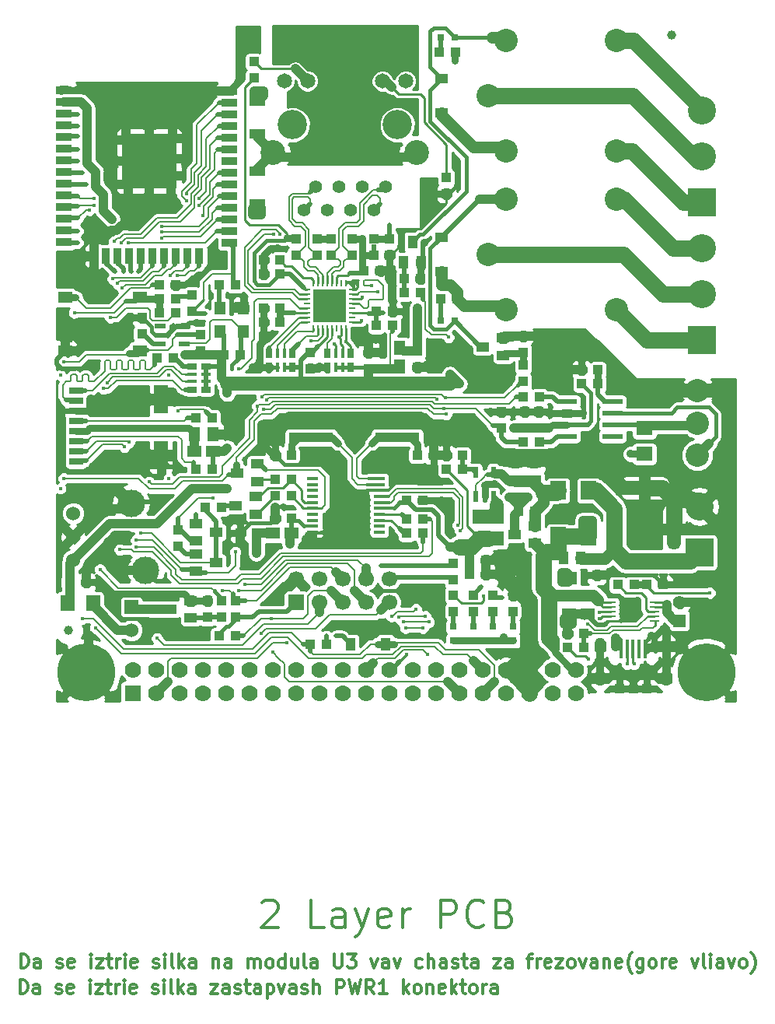
<source format=gbr>
G04 #@! TF.GenerationSoftware,KiCad,Pcbnew,no-vcs-found-ddec803~58~ubuntu14.04.1*
G04 #@! TF.CreationDate,2017-06-01T11:20:01+03:00*
G04 #@! TF.ProjectId,ESP32-EVB_Rev_C,45535033322D4556425F5265765F432E,C*
G04 #@! TF.FileFunction,Copper,L1,Top,Mixed*
G04 #@! TF.FilePolarity,Positive*
%FSLAX46Y46*%
G04 Gerber Fmt 4.6, Leading zero omitted, Abs format (unit mm)*
G04 Created by KiCad (PCBNEW no-vcs-found-ddec803~58~ubuntu14.04.1) date Thu Jun  1 11:20:01 2017*
%MOMM*%
%LPD*%
G01*
G04 APERTURE LIST*
%ADD10C,0.100000*%
%ADD11C,0.300000*%
%ADD12O,1.200000X1.800000*%
%ADD13R,1.100000X1.000000*%
%ADD14R,0.325000X2.150000*%
%ADD15C,1.000000*%
%ADD16R,1.000000X0.250000*%
%ADD17R,2.200000X0.600000*%
%ADD18R,1.270000X0.325000*%
%ADD19C,3.000000*%
%ADD20C,1.524000*%
%ADD21R,1.524000X1.524000*%
%ADD22R,3.600000X3.600000*%
%ADD23R,0.400000X0.400000*%
%ADD24R,1.422400X1.422400*%
%ADD25R,0.250000X0.800000*%
%ADD26R,0.800000X0.250000*%
%ADD27R,1.016000X1.016000*%
%ADD28R,0.500000X0.780000*%
%ADD29C,1.300000*%
%ADD30C,2.000000*%
%ADD31R,6.000000X6.000000*%
%ADD32R,1.700000X0.900000*%
%ADD33R,0.900000X1.700000*%
%ADD34R,1.500000X3.100000*%
%ADD35C,0.400000*%
%ADD36R,1.500000X0.800000*%
%ADD37C,2.540000*%
%ADD38C,1.700000*%
%ADD39R,1.700000X1.700000*%
%ADD40C,3.200000*%
%ADD41C,1.650000*%
%ADD42C,2.700000*%
%ADD43C,1.410000*%
%ADD44R,1.400000X1.400000*%
%ADD45C,1.400000*%
%ADD46R,1.524000X1.270000*%
%ADD47R,1.270000X1.524000*%
%ADD48C,3.048000*%
%ADD49R,3.048000X3.048000*%
%ADD50R,1.200000X1.400000*%
%ADD51R,1.400000X1.000000*%
%ADD52R,1.778000X2.286000*%
%ADD53R,1.700000X2.000000*%
%ADD54R,1.000000X1.400000*%
%ADD55R,3.500000X1.600000*%
%ADD56R,0.800000X0.800000*%
%ADD57O,1.500000X4.500000*%
%ADD58O,4.500000X1.500000*%
%ADD59R,1.016000X0.381000*%
%ADD60R,1.016000X0.635000*%
%ADD61R,0.381000X1.016000*%
%ADD62R,0.635000X1.016000*%
%ADD63R,0.550000X1.200000*%
%ADD64C,6.300000*%
%ADD65C,1.200000*%
%ADD66C,1.778000*%
%ADD67R,1.778000X1.778000*%
%ADD68R,1.778000X1.016000*%
%ADD69R,4.826000X1.100000*%
%ADD70R,1.778000X1.524000*%
%ADD71R,1.524000X1.778000*%
%ADD72R,1.200000X0.550000*%
%ADD73C,0.900000*%
%ADD74C,0.450000*%
%ADD75C,0.750000*%
%ADD76C,1.270000*%
%ADD77C,0.762000*%
%ADD78C,1.016000*%
%ADD79C,1.778000*%
%ADD80C,0.254000*%
%ADD81C,1.524000*%
%ADD82C,0.508000*%
%ADD83C,0.203200*%
%ADD84C,0.406400*%
%ADD85C,0.304800*%
%ADD86C,0.355600*%
G04 APERTURE END LIST*
D10*
D11*
X66201999Y-172890571D02*
X66201999Y-171390571D01*
X66559142Y-171390571D01*
X66773428Y-171462000D01*
X66916285Y-171604857D01*
X66987714Y-171747714D01*
X67059142Y-172033428D01*
X67059142Y-172247714D01*
X66987714Y-172533428D01*
X66916285Y-172676285D01*
X66773428Y-172819142D01*
X66559142Y-172890571D01*
X66201999Y-172890571D01*
X68344857Y-172890571D02*
X68344857Y-172104857D01*
X68273428Y-171962000D01*
X68130571Y-171890571D01*
X67844857Y-171890571D01*
X67701999Y-171962000D01*
X68344857Y-172819142D02*
X68201999Y-172890571D01*
X67844857Y-172890571D01*
X67701999Y-172819142D01*
X67630571Y-172676285D01*
X67630571Y-172533428D01*
X67701999Y-172390571D01*
X67844857Y-172319142D01*
X68201999Y-172319142D01*
X68344857Y-172247714D01*
X70130571Y-172819142D02*
X70273428Y-172890571D01*
X70559142Y-172890571D01*
X70701999Y-172819142D01*
X70773428Y-172676285D01*
X70773428Y-172604857D01*
X70701999Y-172462000D01*
X70559142Y-172390571D01*
X70344857Y-172390571D01*
X70201999Y-172319142D01*
X70130571Y-172176285D01*
X70130571Y-172104857D01*
X70201999Y-171962000D01*
X70344857Y-171890571D01*
X70559142Y-171890571D01*
X70701999Y-171962000D01*
X71987714Y-172819142D02*
X71844857Y-172890571D01*
X71559142Y-172890571D01*
X71416285Y-172819142D01*
X71344857Y-172676285D01*
X71344857Y-172104857D01*
X71416285Y-171962000D01*
X71559142Y-171890571D01*
X71844857Y-171890571D01*
X71987714Y-171962000D01*
X72059142Y-172104857D01*
X72059142Y-172247714D01*
X71344857Y-172390571D01*
X73844857Y-172890571D02*
X73844857Y-171890571D01*
X73844857Y-171390571D02*
X73773428Y-171462000D01*
X73844857Y-171533428D01*
X73916285Y-171462000D01*
X73844857Y-171390571D01*
X73844857Y-171533428D01*
X74416285Y-171890571D02*
X75201999Y-171890571D01*
X74416285Y-172890571D01*
X75201999Y-172890571D01*
X75559142Y-171890571D02*
X76130571Y-171890571D01*
X75773428Y-171390571D02*
X75773428Y-172676285D01*
X75844857Y-172819142D01*
X75987714Y-172890571D01*
X76130571Y-172890571D01*
X76630571Y-172890571D02*
X76630571Y-171890571D01*
X76630571Y-172176285D02*
X76701999Y-172033428D01*
X76773428Y-171962000D01*
X76916285Y-171890571D01*
X77059142Y-171890571D01*
X77559142Y-172890571D02*
X77559142Y-171890571D01*
X77559142Y-171390571D02*
X77487714Y-171462000D01*
X77559142Y-171533428D01*
X77630571Y-171462000D01*
X77559142Y-171390571D01*
X77559142Y-171533428D01*
X78844857Y-172819142D02*
X78701999Y-172890571D01*
X78416285Y-172890571D01*
X78273428Y-172819142D01*
X78201999Y-172676285D01*
X78201999Y-172104857D01*
X78273428Y-171962000D01*
X78416285Y-171890571D01*
X78701999Y-171890571D01*
X78844857Y-171962000D01*
X78916285Y-172104857D01*
X78916285Y-172247714D01*
X78201999Y-172390571D01*
X80630571Y-172819142D02*
X80773428Y-172890571D01*
X81059142Y-172890571D01*
X81201999Y-172819142D01*
X81273428Y-172676285D01*
X81273428Y-172604857D01*
X81201999Y-172462000D01*
X81059142Y-172390571D01*
X80844857Y-172390571D01*
X80701999Y-172319142D01*
X80630571Y-172176285D01*
X80630571Y-172104857D01*
X80701999Y-171962000D01*
X80844857Y-171890571D01*
X81059142Y-171890571D01*
X81201999Y-171962000D01*
X81916285Y-172890571D02*
X81916285Y-171890571D01*
X81916285Y-171390571D02*
X81844857Y-171462000D01*
X81916285Y-171533428D01*
X81987714Y-171462000D01*
X81916285Y-171390571D01*
X81916285Y-171533428D01*
X82844857Y-172890571D02*
X82702000Y-172819142D01*
X82630571Y-172676285D01*
X82630571Y-171390571D01*
X83416285Y-172890571D02*
X83416285Y-171390571D01*
X83559142Y-172319142D02*
X83987714Y-172890571D01*
X83987714Y-171890571D02*
X83416285Y-172462000D01*
X85273428Y-172890571D02*
X85273428Y-172104857D01*
X85202000Y-171962000D01*
X85059142Y-171890571D01*
X84773428Y-171890571D01*
X84630571Y-171962000D01*
X85273428Y-172819142D02*
X85130571Y-172890571D01*
X84773428Y-172890571D01*
X84630571Y-172819142D01*
X84559142Y-172676285D01*
X84559142Y-172533428D01*
X84630571Y-172390571D01*
X84773428Y-172319142D01*
X85130571Y-172319142D01*
X85273428Y-172247714D01*
X86987714Y-171890571D02*
X87773428Y-171890571D01*
X86987714Y-172890571D01*
X87773428Y-172890571D01*
X88987714Y-172890571D02*
X88987714Y-172104857D01*
X88916285Y-171962000D01*
X88773428Y-171890571D01*
X88487714Y-171890571D01*
X88344857Y-171962000D01*
X88987714Y-172819142D02*
X88844857Y-172890571D01*
X88487714Y-172890571D01*
X88344857Y-172819142D01*
X88273428Y-172676285D01*
X88273428Y-172533428D01*
X88344857Y-172390571D01*
X88487714Y-172319142D01*
X88844857Y-172319142D01*
X88987714Y-172247714D01*
X89630571Y-172819142D02*
X89773428Y-172890571D01*
X90059142Y-172890571D01*
X90202000Y-172819142D01*
X90273428Y-172676285D01*
X90273428Y-172604857D01*
X90202000Y-172462000D01*
X90059142Y-172390571D01*
X89844857Y-172390571D01*
X89702000Y-172319142D01*
X89630571Y-172176285D01*
X89630571Y-172104857D01*
X89702000Y-171962000D01*
X89844857Y-171890571D01*
X90059142Y-171890571D01*
X90202000Y-171962000D01*
X90701999Y-171890571D02*
X91273428Y-171890571D01*
X90916285Y-171390571D02*
X90916285Y-172676285D01*
X90987714Y-172819142D01*
X91130571Y-172890571D01*
X91273428Y-172890571D01*
X92416285Y-172890571D02*
X92416285Y-172104857D01*
X92344857Y-171962000D01*
X92202000Y-171890571D01*
X91916285Y-171890571D01*
X91773428Y-171962000D01*
X92416285Y-172819142D02*
X92273428Y-172890571D01*
X91916285Y-172890571D01*
X91773428Y-172819142D01*
X91702000Y-172676285D01*
X91702000Y-172533428D01*
X91773428Y-172390571D01*
X91916285Y-172319142D01*
X92273428Y-172319142D01*
X92416285Y-172247714D01*
X93130571Y-171890571D02*
X93130571Y-173390571D01*
X93130571Y-171962000D02*
X93273428Y-171890571D01*
X93559142Y-171890571D01*
X93702000Y-171962000D01*
X93773428Y-172033428D01*
X93844857Y-172176285D01*
X93844857Y-172604857D01*
X93773428Y-172747714D01*
X93702000Y-172819142D01*
X93559142Y-172890571D01*
X93273428Y-172890571D01*
X93130571Y-172819142D01*
X94344857Y-171890571D02*
X94702000Y-172890571D01*
X95059142Y-171890571D01*
X96273428Y-172890571D02*
X96273428Y-172104857D01*
X96202000Y-171962000D01*
X96059142Y-171890571D01*
X95773428Y-171890571D01*
X95630571Y-171962000D01*
X96273428Y-172819142D02*
X96130571Y-172890571D01*
X95773428Y-172890571D01*
X95630571Y-172819142D01*
X95559142Y-172676285D01*
X95559142Y-172533428D01*
X95630571Y-172390571D01*
X95773428Y-172319142D01*
X96130571Y-172319142D01*
X96273428Y-172247714D01*
X96916285Y-172819142D02*
X97059142Y-172890571D01*
X97344857Y-172890571D01*
X97487714Y-172819142D01*
X97559142Y-172676285D01*
X97559142Y-172604857D01*
X97487714Y-172462000D01*
X97344857Y-172390571D01*
X97130571Y-172390571D01*
X96987714Y-172319142D01*
X96916285Y-172176285D01*
X96916285Y-172104857D01*
X96987714Y-171962000D01*
X97130571Y-171890571D01*
X97344857Y-171890571D01*
X97487714Y-171962000D01*
X98202000Y-172890571D02*
X98202000Y-171390571D01*
X98844857Y-172890571D02*
X98844857Y-172104857D01*
X98773428Y-171962000D01*
X98630571Y-171890571D01*
X98416285Y-171890571D01*
X98273428Y-171962000D01*
X98202000Y-172033428D01*
X100702000Y-172890571D02*
X100702000Y-171390571D01*
X101273428Y-171390571D01*
X101416285Y-171462000D01*
X101487714Y-171533428D01*
X101559142Y-171676285D01*
X101559142Y-171890571D01*
X101487714Y-172033428D01*
X101416285Y-172104857D01*
X101273428Y-172176285D01*
X100702000Y-172176285D01*
X102059142Y-171390571D02*
X102416285Y-172890571D01*
X102702000Y-171819142D01*
X102987714Y-172890571D01*
X103344857Y-171390571D01*
X104773428Y-172890571D02*
X104273428Y-172176285D01*
X103916285Y-172890571D02*
X103916285Y-171390571D01*
X104487714Y-171390571D01*
X104630571Y-171462000D01*
X104702000Y-171533428D01*
X104773428Y-171676285D01*
X104773428Y-171890571D01*
X104702000Y-172033428D01*
X104630571Y-172104857D01*
X104487714Y-172176285D01*
X103916285Y-172176285D01*
X106202000Y-172890571D02*
X105344857Y-172890571D01*
X105773428Y-172890571D02*
X105773428Y-171390571D01*
X105630571Y-171604857D01*
X105487714Y-171747714D01*
X105344857Y-171819142D01*
X107987714Y-172890571D02*
X107987714Y-171390571D01*
X108130571Y-172319142D02*
X108559142Y-172890571D01*
X108559142Y-171890571D02*
X107987714Y-172462000D01*
X109416285Y-172890571D02*
X109273428Y-172819142D01*
X109202000Y-172747714D01*
X109130571Y-172604857D01*
X109130571Y-172176285D01*
X109202000Y-172033428D01*
X109273428Y-171962000D01*
X109416285Y-171890571D01*
X109630571Y-171890571D01*
X109773428Y-171962000D01*
X109844857Y-172033428D01*
X109916285Y-172176285D01*
X109916285Y-172604857D01*
X109844857Y-172747714D01*
X109773428Y-172819142D01*
X109630571Y-172890571D01*
X109416285Y-172890571D01*
X110559142Y-171890571D02*
X110559142Y-172890571D01*
X110559142Y-172033428D02*
X110630571Y-171962000D01*
X110773428Y-171890571D01*
X110987714Y-171890571D01*
X111130571Y-171962000D01*
X111202000Y-172104857D01*
X111202000Y-172890571D01*
X112487714Y-172819142D02*
X112344857Y-172890571D01*
X112059142Y-172890571D01*
X111916285Y-172819142D01*
X111844857Y-172676285D01*
X111844857Y-172104857D01*
X111916285Y-171962000D01*
X112059142Y-171890571D01*
X112344857Y-171890571D01*
X112487714Y-171962000D01*
X112559142Y-172104857D01*
X112559142Y-172247714D01*
X111844857Y-172390571D01*
X113202000Y-172890571D02*
X113202000Y-171390571D01*
X113344857Y-172319142D02*
X113773428Y-172890571D01*
X113773428Y-171890571D02*
X113202000Y-172462000D01*
X114202000Y-171890571D02*
X114773428Y-171890571D01*
X114416285Y-171390571D02*
X114416285Y-172676285D01*
X114487714Y-172819142D01*
X114630571Y-172890571D01*
X114773428Y-172890571D01*
X115487714Y-172890571D02*
X115344857Y-172819142D01*
X115273428Y-172747714D01*
X115202000Y-172604857D01*
X115202000Y-172176285D01*
X115273428Y-172033428D01*
X115344857Y-171962000D01*
X115487714Y-171890571D01*
X115702000Y-171890571D01*
X115844857Y-171962000D01*
X115916285Y-172033428D01*
X115987714Y-172176285D01*
X115987714Y-172604857D01*
X115916285Y-172747714D01*
X115844857Y-172819142D01*
X115702000Y-172890571D01*
X115487714Y-172890571D01*
X116630571Y-172890571D02*
X116630571Y-171890571D01*
X116630571Y-172176285D02*
X116702000Y-172033428D01*
X116773428Y-171962000D01*
X116916285Y-171890571D01*
X117059142Y-171890571D01*
X118202000Y-172890571D02*
X118202000Y-172104857D01*
X118130571Y-171962000D01*
X117987714Y-171890571D01*
X117702000Y-171890571D01*
X117559142Y-171962000D01*
X118202000Y-172819142D02*
X118059142Y-172890571D01*
X117702000Y-172890571D01*
X117559142Y-172819142D01*
X117487714Y-172676285D01*
X117487714Y-172533428D01*
X117559142Y-172390571D01*
X117702000Y-172319142D01*
X118059142Y-172319142D01*
X118202000Y-172247714D01*
X66299000Y-170096571D02*
X66299000Y-168596571D01*
X66656142Y-168596571D01*
X66870428Y-168668000D01*
X67013285Y-168810857D01*
X67084714Y-168953714D01*
X67156142Y-169239428D01*
X67156142Y-169453714D01*
X67084714Y-169739428D01*
X67013285Y-169882285D01*
X66870428Y-170025142D01*
X66656142Y-170096571D01*
X66299000Y-170096571D01*
X68441857Y-170096571D02*
X68441857Y-169310857D01*
X68370428Y-169168000D01*
X68227571Y-169096571D01*
X67941857Y-169096571D01*
X67799000Y-169168000D01*
X68441857Y-170025142D02*
X68299000Y-170096571D01*
X67941857Y-170096571D01*
X67799000Y-170025142D01*
X67727571Y-169882285D01*
X67727571Y-169739428D01*
X67799000Y-169596571D01*
X67941857Y-169525142D01*
X68299000Y-169525142D01*
X68441857Y-169453714D01*
X70227571Y-170025142D02*
X70370428Y-170096571D01*
X70656142Y-170096571D01*
X70799000Y-170025142D01*
X70870428Y-169882285D01*
X70870428Y-169810857D01*
X70799000Y-169668000D01*
X70656142Y-169596571D01*
X70441857Y-169596571D01*
X70299000Y-169525142D01*
X70227571Y-169382285D01*
X70227571Y-169310857D01*
X70299000Y-169168000D01*
X70441857Y-169096571D01*
X70656142Y-169096571D01*
X70799000Y-169168000D01*
X72084714Y-170025142D02*
X71941857Y-170096571D01*
X71656142Y-170096571D01*
X71513285Y-170025142D01*
X71441857Y-169882285D01*
X71441857Y-169310857D01*
X71513285Y-169168000D01*
X71656142Y-169096571D01*
X71941857Y-169096571D01*
X72084714Y-169168000D01*
X72156142Y-169310857D01*
X72156142Y-169453714D01*
X71441857Y-169596571D01*
X73941857Y-170096571D02*
X73941857Y-169096571D01*
X73941857Y-168596571D02*
X73870428Y-168668000D01*
X73941857Y-168739428D01*
X74013285Y-168668000D01*
X73941857Y-168596571D01*
X73941857Y-168739428D01*
X74513285Y-169096571D02*
X75299000Y-169096571D01*
X74513285Y-170096571D01*
X75299000Y-170096571D01*
X75656142Y-169096571D02*
X76227571Y-169096571D01*
X75870428Y-168596571D02*
X75870428Y-169882285D01*
X75941857Y-170025142D01*
X76084714Y-170096571D01*
X76227571Y-170096571D01*
X76727571Y-170096571D02*
X76727571Y-169096571D01*
X76727571Y-169382285D02*
X76799000Y-169239428D01*
X76870428Y-169168000D01*
X77013285Y-169096571D01*
X77156142Y-169096571D01*
X77656142Y-170096571D02*
X77656142Y-169096571D01*
X77656142Y-168596571D02*
X77584714Y-168668000D01*
X77656142Y-168739428D01*
X77727571Y-168668000D01*
X77656142Y-168596571D01*
X77656142Y-168739428D01*
X78941857Y-170025142D02*
X78799000Y-170096571D01*
X78513285Y-170096571D01*
X78370428Y-170025142D01*
X78299000Y-169882285D01*
X78299000Y-169310857D01*
X78370428Y-169168000D01*
X78513285Y-169096571D01*
X78799000Y-169096571D01*
X78941857Y-169168000D01*
X79013285Y-169310857D01*
X79013285Y-169453714D01*
X78299000Y-169596571D01*
X80727571Y-170025142D02*
X80870428Y-170096571D01*
X81156142Y-170096571D01*
X81299000Y-170025142D01*
X81370428Y-169882285D01*
X81370428Y-169810857D01*
X81299000Y-169668000D01*
X81156142Y-169596571D01*
X80941857Y-169596571D01*
X80799000Y-169525142D01*
X80727571Y-169382285D01*
X80727571Y-169310857D01*
X80799000Y-169168000D01*
X80941857Y-169096571D01*
X81156142Y-169096571D01*
X81299000Y-169168000D01*
X82013285Y-170096571D02*
X82013285Y-169096571D01*
X82013285Y-168596571D02*
X81941857Y-168668000D01*
X82013285Y-168739428D01*
X82084714Y-168668000D01*
X82013285Y-168596571D01*
X82013285Y-168739428D01*
X82941857Y-170096571D02*
X82799000Y-170025142D01*
X82727571Y-169882285D01*
X82727571Y-168596571D01*
X83513285Y-170096571D02*
X83513285Y-168596571D01*
X83656142Y-169525142D02*
X84084714Y-170096571D01*
X84084714Y-169096571D02*
X83513285Y-169668000D01*
X85370428Y-170096571D02*
X85370428Y-169310857D01*
X85299000Y-169168000D01*
X85156142Y-169096571D01*
X84870428Y-169096571D01*
X84727571Y-169168000D01*
X85370428Y-170025142D02*
X85227571Y-170096571D01*
X84870428Y-170096571D01*
X84727571Y-170025142D01*
X84656142Y-169882285D01*
X84656142Y-169739428D01*
X84727571Y-169596571D01*
X84870428Y-169525142D01*
X85227571Y-169525142D01*
X85370428Y-169453714D01*
X87227571Y-169096571D02*
X87227571Y-170096571D01*
X87227571Y-169239428D02*
X87299000Y-169168000D01*
X87441857Y-169096571D01*
X87656142Y-169096571D01*
X87799000Y-169168000D01*
X87870428Y-169310857D01*
X87870428Y-170096571D01*
X89227571Y-170096571D02*
X89227571Y-169310857D01*
X89156142Y-169168000D01*
X89013285Y-169096571D01*
X88727571Y-169096571D01*
X88584714Y-169168000D01*
X89227571Y-170025142D02*
X89084714Y-170096571D01*
X88727571Y-170096571D01*
X88584714Y-170025142D01*
X88513285Y-169882285D01*
X88513285Y-169739428D01*
X88584714Y-169596571D01*
X88727571Y-169525142D01*
X89084714Y-169525142D01*
X89227571Y-169453714D01*
X91084714Y-170096571D02*
X91084714Y-169096571D01*
X91084714Y-169239428D02*
X91156142Y-169168000D01*
X91299000Y-169096571D01*
X91513285Y-169096571D01*
X91656142Y-169168000D01*
X91727571Y-169310857D01*
X91727571Y-170096571D01*
X91727571Y-169310857D02*
X91799000Y-169168000D01*
X91941857Y-169096571D01*
X92156142Y-169096571D01*
X92299000Y-169168000D01*
X92370428Y-169310857D01*
X92370428Y-170096571D01*
X93299000Y-170096571D02*
X93156142Y-170025142D01*
X93084714Y-169953714D01*
X93013285Y-169810857D01*
X93013285Y-169382285D01*
X93084714Y-169239428D01*
X93156142Y-169168000D01*
X93299000Y-169096571D01*
X93513285Y-169096571D01*
X93656142Y-169168000D01*
X93727571Y-169239428D01*
X93799000Y-169382285D01*
X93799000Y-169810857D01*
X93727571Y-169953714D01*
X93656142Y-170025142D01*
X93513285Y-170096571D01*
X93299000Y-170096571D01*
X95084714Y-170096571D02*
X95084714Y-168596571D01*
X95084714Y-170025142D02*
X94941857Y-170096571D01*
X94656142Y-170096571D01*
X94513285Y-170025142D01*
X94441857Y-169953714D01*
X94370428Y-169810857D01*
X94370428Y-169382285D01*
X94441857Y-169239428D01*
X94513285Y-169168000D01*
X94656142Y-169096571D01*
X94941857Y-169096571D01*
X95084714Y-169168000D01*
X96441857Y-169096571D02*
X96441857Y-170096571D01*
X95799000Y-169096571D02*
X95799000Y-169882285D01*
X95870428Y-170025142D01*
X96013285Y-170096571D01*
X96227571Y-170096571D01*
X96370428Y-170025142D01*
X96441857Y-169953714D01*
X97370428Y-170096571D02*
X97227571Y-170025142D01*
X97156142Y-169882285D01*
X97156142Y-168596571D01*
X98584714Y-170096571D02*
X98584714Y-169310857D01*
X98513285Y-169168000D01*
X98370428Y-169096571D01*
X98084714Y-169096571D01*
X97941857Y-169168000D01*
X98584714Y-170025142D02*
X98441857Y-170096571D01*
X98084714Y-170096571D01*
X97941857Y-170025142D01*
X97870428Y-169882285D01*
X97870428Y-169739428D01*
X97941857Y-169596571D01*
X98084714Y-169525142D01*
X98441857Y-169525142D01*
X98584714Y-169453714D01*
X100441857Y-168596571D02*
X100441857Y-169810857D01*
X100513285Y-169953714D01*
X100584714Y-170025142D01*
X100727571Y-170096571D01*
X101013285Y-170096571D01*
X101156142Y-170025142D01*
X101227571Y-169953714D01*
X101299000Y-169810857D01*
X101299000Y-168596571D01*
X101870428Y-168596571D02*
X102799000Y-168596571D01*
X102299000Y-169168000D01*
X102513285Y-169168000D01*
X102656142Y-169239428D01*
X102727571Y-169310857D01*
X102799000Y-169453714D01*
X102799000Y-169810857D01*
X102727571Y-169953714D01*
X102656142Y-170025142D01*
X102513285Y-170096571D01*
X102084714Y-170096571D01*
X101941857Y-170025142D01*
X101870428Y-169953714D01*
X104441857Y-169096571D02*
X104799000Y-170096571D01*
X105156142Y-169096571D01*
X106370428Y-170096571D02*
X106370428Y-169310857D01*
X106299000Y-169168000D01*
X106156142Y-169096571D01*
X105870428Y-169096571D01*
X105727571Y-169168000D01*
X106370428Y-170025142D02*
X106227571Y-170096571D01*
X105870428Y-170096571D01*
X105727571Y-170025142D01*
X105656142Y-169882285D01*
X105656142Y-169739428D01*
X105727571Y-169596571D01*
X105870428Y-169525142D01*
X106227571Y-169525142D01*
X106370428Y-169453714D01*
X106941857Y-169096571D02*
X107299000Y-170096571D01*
X107656142Y-169096571D01*
X110013285Y-170025142D02*
X109870428Y-170096571D01*
X109584714Y-170096571D01*
X109441857Y-170025142D01*
X109370428Y-169953714D01*
X109299000Y-169810857D01*
X109299000Y-169382285D01*
X109370428Y-169239428D01*
X109441857Y-169168000D01*
X109584714Y-169096571D01*
X109870428Y-169096571D01*
X110013285Y-169168000D01*
X110656142Y-170096571D02*
X110656142Y-168596571D01*
X111299000Y-170096571D02*
X111299000Y-169310857D01*
X111227571Y-169168000D01*
X111084714Y-169096571D01*
X110870428Y-169096571D01*
X110727571Y-169168000D01*
X110656142Y-169239428D01*
X112656142Y-170096571D02*
X112656142Y-169310857D01*
X112584714Y-169168000D01*
X112441857Y-169096571D01*
X112156142Y-169096571D01*
X112013285Y-169168000D01*
X112656142Y-170025142D02*
X112513285Y-170096571D01*
X112156142Y-170096571D01*
X112013285Y-170025142D01*
X111941857Y-169882285D01*
X111941857Y-169739428D01*
X112013285Y-169596571D01*
X112156142Y-169525142D01*
X112513285Y-169525142D01*
X112656142Y-169453714D01*
X113299000Y-170025142D02*
X113441857Y-170096571D01*
X113727571Y-170096571D01*
X113870428Y-170025142D01*
X113941857Y-169882285D01*
X113941857Y-169810857D01*
X113870428Y-169668000D01*
X113727571Y-169596571D01*
X113513285Y-169596571D01*
X113370428Y-169525142D01*
X113299000Y-169382285D01*
X113299000Y-169310857D01*
X113370428Y-169168000D01*
X113513285Y-169096571D01*
X113727571Y-169096571D01*
X113870428Y-169168000D01*
X114370428Y-169096571D02*
X114941857Y-169096571D01*
X114584714Y-168596571D02*
X114584714Y-169882285D01*
X114656142Y-170025142D01*
X114799000Y-170096571D01*
X114941857Y-170096571D01*
X116084714Y-170096571D02*
X116084714Y-169310857D01*
X116013285Y-169168000D01*
X115870428Y-169096571D01*
X115584714Y-169096571D01*
X115441857Y-169168000D01*
X116084714Y-170025142D02*
X115941857Y-170096571D01*
X115584714Y-170096571D01*
X115441857Y-170025142D01*
X115370428Y-169882285D01*
X115370428Y-169739428D01*
X115441857Y-169596571D01*
X115584714Y-169525142D01*
X115941857Y-169525142D01*
X116084714Y-169453714D01*
X117799000Y-169096571D02*
X118584714Y-169096571D01*
X117799000Y-170096571D01*
X118584714Y-170096571D01*
X119799000Y-170096571D02*
X119799000Y-169310857D01*
X119727571Y-169168000D01*
X119584714Y-169096571D01*
X119299000Y-169096571D01*
X119156142Y-169168000D01*
X119799000Y-170025142D02*
X119656142Y-170096571D01*
X119299000Y-170096571D01*
X119156142Y-170025142D01*
X119084714Y-169882285D01*
X119084714Y-169739428D01*
X119156142Y-169596571D01*
X119299000Y-169525142D01*
X119656142Y-169525142D01*
X119799000Y-169453714D01*
X121441857Y-169096571D02*
X122013285Y-169096571D01*
X121656142Y-170096571D02*
X121656142Y-168810857D01*
X121727571Y-168668000D01*
X121870428Y-168596571D01*
X122013285Y-168596571D01*
X122513285Y-170096571D02*
X122513285Y-169096571D01*
X122513285Y-169382285D02*
X122584714Y-169239428D01*
X122656142Y-169168000D01*
X122799000Y-169096571D01*
X122941857Y-169096571D01*
X124013285Y-170025142D02*
X123870428Y-170096571D01*
X123584714Y-170096571D01*
X123441857Y-170025142D01*
X123370428Y-169882285D01*
X123370428Y-169310857D01*
X123441857Y-169168000D01*
X123584714Y-169096571D01*
X123870428Y-169096571D01*
X124013285Y-169168000D01*
X124084714Y-169310857D01*
X124084714Y-169453714D01*
X123370428Y-169596571D01*
X124584714Y-169096571D02*
X125370428Y-169096571D01*
X124584714Y-170096571D01*
X125370428Y-170096571D01*
X126156142Y-170096571D02*
X126013285Y-170025142D01*
X125941857Y-169953714D01*
X125870428Y-169810857D01*
X125870428Y-169382285D01*
X125941857Y-169239428D01*
X126013285Y-169168000D01*
X126156142Y-169096571D01*
X126370428Y-169096571D01*
X126513285Y-169168000D01*
X126584714Y-169239428D01*
X126656142Y-169382285D01*
X126656142Y-169810857D01*
X126584714Y-169953714D01*
X126513285Y-170025142D01*
X126370428Y-170096571D01*
X126156142Y-170096571D01*
X127156142Y-169096571D02*
X127513285Y-170096571D01*
X127870428Y-169096571D01*
X129084714Y-170096571D02*
X129084714Y-169310857D01*
X129013285Y-169168000D01*
X128870428Y-169096571D01*
X128584714Y-169096571D01*
X128441857Y-169168000D01*
X129084714Y-170025142D02*
X128941857Y-170096571D01*
X128584714Y-170096571D01*
X128441857Y-170025142D01*
X128370428Y-169882285D01*
X128370428Y-169739428D01*
X128441857Y-169596571D01*
X128584714Y-169525142D01*
X128941857Y-169525142D01*
X129084714Y-169453714D01*
X129799000Y-169096571D02*
X129799000Y-170096571D01*
X129799000Y-169239428D02*
X129870428Y-169168000D01*
X130013285Y-169096571D01*
X130227571Y-169096571D01*
X130370428Y-169168000D01*
X130441857Y-169310857D01*
X130441857Y-170096571D01*
X131727571Y-170025142D02*
X131584714Y-170096571D01*
X131299000Y-170096571D01*
X131156142Y-170025142D01*
X131084714Y-169882285D01*
X131084714Y-169310857D01*
X131156142Y-169168000D01*
X131299000Y-169096571D01*
X131584714Y-169096571D01*
X131727571Y-169168000D01*
X131799000Y-169310857D01*
X131799000Y-169453714D01*
X131084714Y-169596571D01*
X132870428Y-170668000D02*
X132799000Y-170596571D01*
X132656142Y-170382285D01*
X132584714Y-170239428D01*
X132513285Y-170025142D01*
X132441857Y-169668000D01*
X132441857Y-169382285D01*
X132513285Y-169025142D01*
X132584714Y-168810857D01*
X132656142Y-168668000D01*
X132799000Y-168453714D01*
X132870428Y-168382285D01*
X134084714Y-169096571D02*
X134084714Y-170310857D01*
X134013285Y-170453714D01*
X133941857Y-170525142D01*
X133799000Y-170596571D01*
X133584714Y-170596571D01*
X133441857Y-170525142D01*
X134084714Y-170025142D02*
X133941857Y-170096571D01*
X133656142Y-170096571D01*
X133513285Y-170025142D01*
X133441857Y-169953714D01*
X133370428Y-169810857D01*
X133370428Y-169382285D01*
X133441857Y-169239428D01*
X133513285Y-169168000D01*
X133656142Y-169096571D01*
X133941857Y-169096571D01*
X134084714Y-169168000D01*
X135013285Y-170096571D02*
X134870428Y-170025142D01*
X134799000Y-169953714D01*
X134727571Y-169810857D01*
X134727571Y-169382285D01*
X134799000Y-169239428D01*
X134870428Y-169168000D01*
X135013285Y-169096571D01*
X135227571Y-169096571D01*
X135370428Y-169168000D01*
X135441857Y-169239428D01*
X135513285Y-169382285D01*
X135513285Y-169810857D01*
X135441857Y-169953714D01*
X135370428Y-170025142D01*
X135227571Y-170096571D01*
X135013285Y-170096571D01*
X136156142Y-170096571D02*
X136156142Y-169096571D01*
X136156142Y-169382285D02*
X136227571Y-169239428D01*
X136299000Y-169168000D01*
X136441857Y-169096571D01*
X136584714Y-169096571D01*
X137656142Y-170025142D02*
X137513285Y-170096571D01*
X137227571Y-170096571D01*
X137084714Y-170025142D01*
X137013285Y-169882285D01*
X137013285Y-169310857D01*
X137084714Y-169168000D01*
X137227571Y-169096571D01*
X137513285Y-169096571D01*
X137656142Y-169168000D01*
X137727571Y-169310857D01*
X137727571Y-169453714D01*
X137013285Y-169596571D01*
X139370428Y-169096571D02*
X139727571Y-170096571D01*
X140084714Y-169096571D01*
X140870428Y-170096571D02*
X140727571Y-170025142D01*
X140656142Y-169882285D01*
X140656142Y-168596571D01*
X141441857Y-170096571D02*
X141441857Y-169096571D01*
X141441857Y-168596571D02*
X141370428Y-168668000D01*
X141441857Y-168739428D01*
X141513285Y-168668000D01*
X141441857Y-168596571D01*
X141441857Y-168739428D01*
X142799000Y-170096571D02*
X142799000Y-169310857D01*
X142727571Y-169168000D01*
X142584714Y-169096571D01*
X142299000Y-169096571D01*
X142156142Y-169168000D01*
X142799000Y-170025142D02*
X142656142Y-170096571D01*
X142299000Y-170096571D01*
X142156142Y-170025142D01*
X142084714Y-169882285D01*
X142084714Y-169739428D01*
X142156142Y-169596571D01*
X142299000Y-169525142D01*
X142656142Y-169525142D01*
X142799000Y-169453714D01*
X143370428Y-169096571D02*
X143727571Y-170096571D01*
X144084714Y-169096571D01*
X144870428Y-170096571D02*
X144727571Y-170025142D01*
X144656142Y-169953714D01*
X144584714Y-169810857D01*
X144584714Y-169382285D01*
X144656142Y-169239428D01*
X144727571Y-169168000D01*
X144870428Y-169096571D01*
X145084714Y-169096571D01*
X145227571Y-169168000D01*
X145299000Y-169239428D01*
X145370428Y-169382285D01*
X145370428Y-169810857D01*
X145299000Y-169953714D01*
X145227571Y-170025142D01*
X145084714Y-170096571D01*
X144870428Y-170096571D01*
X145870428Y-170668000D02*
X145941857Y-170596571D01*
X146084714Y-170382285D01*
X146156142Y-170239428D01*
X146227571Y-170025142D01*
X146299000Y-169668000D01*
X146299000Y-169382285D01*
X146227571Y-169025142D01*
X146156142Y-168810857D01*
X146084714Y-168668000D01*
X145941857Y-168453714D01*
X145870428Y-168382285D01*
X92600571Y-162980857D02*
X92743428Y-162838000D01*
X93029142Y-162695142D01*
X93743428Y-162695142D01*
X94029142Y-162838000D01*
X94172000Y-162980857D01*
X94314857Y-163266571D01*
X94314857Y-163552285D01*
X94172000Y-163980857D01*
X92457714Y-165695142D01*
X94314857Y-165695142D01*
X99314857Y-165695142D02*
X97886285Y-165695142D01*
X97886285Y-162695142D01*
X101600571Y-165695142D02*
X101600571Y-164123714D01*
X101457714Y-163838000D01*
X101172000Y-163695142D01*
X100600571Y-163695142D01*
X100314857Y-163838000D01*
X101600571Y-165552285D02*
X101314857Y-165695142D01*
X100600571Y-165695142D01*
X100314857Y-165552285D01*
X100172000Y-165266571D01*
X100172000Y-164980857D01*
X100314857Y-164695142D01*
X100600571Y-164552285D01*
X101314857Y-164552285D01*
X101600571Y-164409428D01*
X102743428Y-163695142D02*
X103457714Y-165695142D01*
X104172000Y-163695142D02*
X103457714Y-165695142D01*
X103172000Y-166409428D01*
X103029142Y-166552285D01*
X102743428Y-166695142D01*
X106457714Y-165552285D02*
X106172000Y-165695142D01*
X105600571Y-165695142D01*
X105314857Y-165552285D01*
X105172000Y-165266571D01*
X105172000Y-164123714D01*
X105314857Y-163838000D01*
X105600571Y-163695142D01*
X106172000Y-163695142D01*
X106457714Y-163838000D01*
X106600571Y-164123714D01*
X106600571Y-164409428D01*
X105172000Y-164695142D01*
X107886285Y-165695142D02*
X107886285Y-163695142D01*
X107886285Y-164266571D02*
X108029142Y-163980857D01*
X108172000Y-163838000D01*
X108457714Y-163695142D01*
X108743428Y-163695142D01*
X112029142Y-165695142D02*
X112029142Y-162695142D01*
X113172000Y-162695142D01*
X113457714Y-162838000D01*
X113600571Y-162980857D01*
X113743428Y-163266571D01*
X113743428Y-163695142D01*
X113600571Y-163980857D01*
X113457714Y-164123714D01*
X113172000Y-164266571D01*
X112029142Y-164266571D01*
X116743428Y-165409428D02*
X116600571Y-165552285D01*
X116172000Y-165695142D01*
X115886285Y-165695142D01*
X115457714Y-165552285D01*
X115172000Y-165266571D01*
X115029142Y-164980857D01*
X114886285Y-164409428D01*
X114886285Y-163980857D01*
X115029142Y-163409428D01*
X115172000Y-163123714D01*
X115457714Y-162838000D01*
X115886285Y-162695142D01*
X116172000Y-162695142D01*
X116600571Y-162838000D01*
X116743428Y-162980857D01*
X119029142Y-164123714D02*
X119457714Y-164266571D01*
X119600571Y-164409428D01*
X119743428Y-164695142D01*
X119743428Y-165123714D01*
X119600571Y-165409428D01*
X119457714Y-165552285D01*
X119172000Y-165695142D01*
X118029142Y-165695142D01*
X118029142Y-162695142D01*
X119029142Y-162695142D01*
X119314857Y-162838000D01*
X119457714Y-162980857D01*
X119600571Y-163266571D01*
X119600571Y-163552285D01*
X119457714Y-163838000D01*
X119314857Y-163980857D01*
X119029142Y-164123714D01*
X118029142Y-164123714D01*
D12*
X136600000Y-138553000D03*
X136600000Y-135083000D03*
X129400000Y-135083000D03*
X129400000Y-138553000D03*
D13*
X134500000Y-139703000D03*
X131500000Y-139703000D03*
D14*
X134300000Y-135403000D03*
X133650000Y-135403000D03*
X133000000Y-135403000D03*
X132350000Y-135403000D03*
X131700000Y-135403000D03*
D15*
X137160000Y-68580000D03*
X71501000Y-133350000D03*
D16*
X135369000Y-130318000D03*
X135369000Y-130818000D03*
X135369000Y-131318000D03*
X135369000Y-131818000D03*
X135369000Y-132318000D03*
X130569000Y-132318000D03*
X130569000Y-131818000D03*
X130569000Y-131318000D03*
X130569000Y-130818000D03*
X130569000Y-130318000D03*
D17*
X130770000Y-108458000D03*
X130770000Y-109728000D03*
X130770000Y-110998000D03*
X130770000Y-112268000D03*
X125770000Y-112268000D03*
X125770000Y-110998000D03*
X125770000Y-109728000D03*
X125770000Y-108458000D03*
D18*
X105346500Y-122686000D03*
X105346500Y-122036000D03*
X105346500Y-121386000D03*
X105346500Y-120736000D03*
X105346500Y-120086000D03*
X105346500Y-119436000D03*
X105346500Y-118786000D03*
X105346500Y-118136000D03*
X105346500Y-117486000D03*
X105346500Y-116836000D03*
X98107500Y-116836000D03*
X98107500Y-117486000D03*
X98107500Y-118136000D03*
X98107500Y-118786000D03*
X98107500Y-119436000D03*
X98107500Y-120086000D03*
X98107500Y-120736000D03*
X98107500Y-121386000D03*
X98107500Y-122036000D03*
X98107500Y-122686000D03*
D19*
X79909000Y-126840000D03*
X78309000Y-119540000D03*
D20*
X72009000Y-125730000D03*
X72009000Y-123190000D03*
X72009000Y-120650000D03*
D21*
X78359000Y-130810000D03*
D20*
X78359000Y-133350000D03*
D22*
X99949000Y-98044000D03*
D23*
X101249000Y-97544000D03*
X101249000Y-98544000D03*
X100449000Y-99344000D03*
X99449000Y-99344000D03*
X98649000Y-98544000D03*
X98649000Y-97544000D03*
X99449000Y-96744000D03*
X100449000Y-96744000D03*
D24*
X99949000Y-98044000D03*
D25*
X98199000Y-95594000D03*
X98699000Y-95594000D03*
X99199000Y-95594000D03*
X99699000Y-95594000D03*
X100199000Y-95594000D03*
X100699000Y-95594000D03*
X101199000Y-95594000D03*
X101699000Y-95594000D03*
D26*
X102399000Y-96294000D03*
X102399000Y-96794000D03*
X102399000Y-97294000D03*
X102399000Y-97794000D03*
X102399000Y-98294000D03*
X102399000Y-98794000D03*
X102399000Y-99294000D03*
X102399000Y-99794000D03*
D25*
X101699000Y-100494000D03*
X101199000Y-100494000D03*
X100699000Y-100494000D03*
X100199000Y-100494000D03*
X99699000Y-100494000D03*
X99199000Y-100494000D03*
X98699000Y-100494000D03*
X98199000Y-100494000D03*
D26*
X97499000Y-99794000D03*
X97499000Y-99294000D03*
X97499000Y-98794000D03*
X97499000Y-98294000D03*
X97499000Y-97794000D03*
X97499000Y-97294000D03*
X97499000Y-96794000D03*
X97499000Y-96294000D03*
D27*
X104775000Y-92583000D03*
X104775000Y-90805000D03*
D28*
X104775000Y-91694000D03*
D29*
X77969600Y-84682800D03*
D30*
X80281000Y-82346000D03*
D31*
X80310000Y-82333000D03*
D32*
X89010000Y-74673000D03*
X89010000Y-75943000D03*
X89010000Y-77213000D03*
X89010000Y-78483000D03*
X89010000Y-79753000D03*
X89010000Y-81023000D03*
X89010000Y-82293000D03*
X89010000Y-83563000D03*
X89010000Y-84833000D03*
X89010000Y-86103000D03*
X89010000Y-87373000D03*
X89010000Y-88643000D03*
X89010000Y-89913000D03*
X89010000Y-91183000D03*
D33*
X85740000Y-92633000D03*
X84470000Y-92633000D03*
X83200000Y-92633000D03*
X81930000Y-92633000D03*
X80660000Y-92633000D03*
X79390000Y-92633000D03*
X78120000Y-92633000D03*
X76850000Y-92633000D03*
X75580000Y-92633000D03*
X74310000Y-92633000D03*
D32*
X71010000Y-91143000D03*
X71010000Y-89873000D03*
X71010000Y-88603000D03*
X71010000Y-87333000D03*
X71010000Y-86063000D03*
X71010000Y-84793000D03*
X71010000Y-83523000D03*
X71010000Y-82253000D03*
X71010000Y-80983000D03*
X71010000Y-79713000D03*
X71010000Y-78443000D03*
X71010000Y-77173000D03*
X71010000Y-75903000D03*
X71010000Y-74633000D03*
D29*
X82643200Y-84682800D03*
X77969600Y-79983800D03*
X82643200Y-79983800D03*
X80281000Y-79983800D03*
X80281000Y-84682800D03*
X77969600Y-82219000D03*
X82643200Y-82219000D03*
D34*
X81577000Y-114275000D03*
X81577000Y-108215000D03*
D35*
X70607000Y-105585000D03*
X82407000Y-105585000D03*
X82407000Y-116855000D03*
X70607000Y-117945000D03*
D36*
X72327000Y-107275000D03*
X72327000Y-108375000D03*
X72327000Y-109475000D03*
X72327000Y-110575000D03*
X72327000Y-111675000D03*
X72327000Y-112775000D03*
X72327000Y-113875000D03*
X72327000Y-114975000D03*
D37*
X140000000Y-114315000D03*
X140000000Y-107315000D03*
X140000000Y-110815000D03*
D38*
X106426000Y-127762000D03*
X106426000Y-130302000D03*
X103886000Y-127762000D03*
X103886000Y-130302000D03*
X101346000Y-127762000D03*
X101346000Y-130302000D03*
X98806000Y-127762000D03*
X98806000Y-130302000D03*
X96266000Y-127762000D03*
D39*
X96266000Y-130302000D03*
D37*
X117176000Y-75184000D03*
X131176000Y-81184000D03*
X131176000Y-69184000D03*
X119176000Y-69184000D03*
X119176000Y-81184000D03*
X117176000Y-92456000D03*
X131176000Y-98456000D03*
X131176000Y-86456000D03*
X119176000Y-86456000D03*
X119176000Y-98456000D03*
D40*
X95885000Y-78359000D03*
X107315000Y-78359000D03*
D41*
X105670000Y-73610500D03*
X94990000Y-73610500D03*
D42*
X93800000Y-81409000D03*
X109400000Y-81409000D03*
D41*
X108210000Y-73610500D03*
X97530000Y-73610500D03*
D43*
X97165000Y-87599000D03*
X98435000Y-85059000D03*
X99705000Y-87599000D03*
X100975000Y-85059000D03*
X102245000Y-87599000D03*
X103515000Y-85059000D03*
X104785000Y-87599000D03*
X106055000Y-85059000D03*
D44*
X138046460Y-132326380D03*
D45*
X138043920Y-130314700D03*
D46*
X125984000Y-131572000D03*
X125984000Y-129540000D03*
X128016000Y-129540000D03*
X128016000Y-131572000D03*
D27*
X91948000Y-122809000D03*
X90170000Y-122809000D03*
X116967000Y-125730000D03*
X115189000Y-125730000D03*
X116967000Y-127254000D03*
X115189000Y-127254000D03*
X105664000Y-104902000D03*
X105664000Y-103124000D03*
X104140000Y-104902000D03*
X104140000Y-103124000D03*
D47*
X85217000Y-112014000D03*
X87249000Y-112014000D03*
D27*
X106426000Y-92583000D03*
X106426000Y-90805000D03*
X109474000Y-104775000D03*
X109474000Y-102997000D03*
X97790000Y-104902000D03*
X97790000Y-103124000D03*
X103632000Y-94234000D03*
X105410000Y-94234000D03*
X94488000Y-94615000D03*
X92710000Y-94615000D03*
X94488000Y-99822000D03*
X92710000Y-99822000D03*
X92710000Y-98298000D03*
X94488000Y-98298000D03*
X105029000Y-98679000D03*
X106807000Y-98679000D03*
D48*
X140500000Y-91774000D03*
D49*
X140500000Y-101774000D03*
D48*
X140500000Y-96774000D03*
X140500000Y-81774000D03*
D49*
X140500000Y-86774000D03*
D48*
X140500000Y-76774000D03*
D50*
X90551000Y-100838000D03*
X90551000Y-98298000D03*
X88011000Y-98298000D03*
X88011000Y-100838000D03*
D51*
X112141000Y-94356000D03*
X112141000Y-90556000D03*
D52*
X118854000Y-126746000D03*
X123208000Y-126746000D03*
D51*
X112141000Y-77084000D03*
X112141000Y-73284000D03*
D53*
X124841000Y-118150000D03*
X124841000Y-123150000D03*
D54*
X102240000Y-134874000D03*
X106040000Y-134874000D03*
D51*
X120055640Y-122938540D03*
X122265440Y-121983500D03*
X122265440Y-123885960D03*
D46*
X93726000Y-122809000D03*
X95758000Y-122809000D03*
D55*
X117221000Y-123374000D03*
X117221000Y-120974000D03*
D47*
X107569000Y-104648000D03*
X107569000Y-102616000D03*
D46*
X85217000Y-113919000D03*
X87249000Y-113919000D03*
D56*
X113538000Y-99695000D03*
X112014000Y-99695000D03*
X112014000Y-68834000D03*
X113538000Y-68834000D03*
D57*
X130937000Y-122319000D03*
X137437000Y-122319000D03*
D58*
X134237000Y-117869000D03*
D48*
X140208000Y-119895000D03*
D49*
X140208000Y-124895000D03*
D56*
X119888000Y-132969000D03*
X119888000Y-134493000D03*
D51*
X116626640Y-102491540D03*
X118836440Y-101536500D03*
X118836440Y-103438960D03*
D54*
X108016040Y-93309440D03*
X109918500Y-93309440D03*
X108963460Y-91099640D03*
D27*
X121031000Y-104521000D03*
X121031000Y-106299000D03*
X121031000Y-101346000D03*
X121031000Y-103124000D03*
X113792000Y-97282000D03*
X112014000Y-97282000D03*
X108077000Y-96647000D03*
X109855000Y-96647000D03*
X109855000Y-95123000D03*
X108077000Y-95123000D03*
X113411000Y-131318000D03*
X113411000Y-129540000D03*
X125857000Y-133731000D03*
X127635000Y-133731000D03*
X115570000Y-129540000D03*
X115570000Y-131318000D03*
X125857000Y-135255000D03*
X127635000Y-135255000D03*
X111887000Y-70485000D03*
X113665000Y-70485000D03*
X133096000Y-128397000D03*
X131318000Y-128397000D03*
X136271000Y-128397000D03*
X134493000Y-128397000D03*
X83185000Y-95758000D03*
X81407000Y-95758000D03*
X117729000Y-131318000D03*
X117729000Y-129540000D03*
X82931000Y-103759000D03*
X81153000Y-103759000D03*
X122301000Y-120396000D03*
X120523000Y-120396000D03*
X87884000Y-133985000D03*
X89662000Y-133985000D03*
X89662000Y-131953000D03*
X89662000Y-130175000D03*
X113411000Y-127889000D03*
X113411000Y-126111000D03*
X97790000Y-134874000D03*
X99568000Y-134874000D03*
X85852000Y-102997000D03*
X85852000Y-101219000D03*
X91694000Y-71501000D03*
X91694000Y-73279000D03*
X112649000Y-85852000D03*
X112649000Y-84074000D03*
X98552000Y-90805000D03*
X98552000Y-92583000D03*
X85344000Y-115824000D03*
X87122000Y-115824000D03*
X96266000Y-92583000D03*
X96266000Y-90805000D03*
X102362000Y-90805000D03*
X102362000Y-92583000D03*
X100076000Y-92583000D03*
X100076000Y-90805000D03*
X90170000Y-103378000D03*
X88392000Y-103378000D03*
X110109000Y-122809000D03*
X108331000Y-122809000D03*
X87884000Y-95758000D03*
X89662000Y-95758000D03*
X106807000Y-100203000D03*
X105029000Y-100203000D03*
X94488000Y-93091000D03*
X92710000Y-93091000D03*
X110109000Y-121285000D03*
X108331000Y-121285000D03*
X95758000Y-116967000D03*
X93980000Y-116967000D03*
D59*
X84963000Y-106299000D03*
X84963000Y-105537000D03*
X86487000Y-106299000D03*
X86487000Y-105537000D03*
D60*
X84963000Y-107188000D03*
X86487000Y-107188000D03*
X84963000Y-104648000D03*
X86487000Y-104648000D03*
D61*
X94996000Y-104775000D03*
X94234000Y-104775000D03*
X94996000Y-103251000D03*
X94234000Y-103251000D03*
D62*
X95885000Y-104775000D03*
X95885000Y-103251000D03*
X93345000Y-104775000D03*
X93345000Y-103251000D03*
X102235000Y-104775000D03*
X102235000Y-103251000D03*
X99695000Y-104775000D03*
X99695000Y-103251000D03*
D61*
X101346000Y-104775000D03*
X100584000Y-104775000D03*
X101346000Y-103251000D03*
X100584000Y-103251000D03*
D63*
X117790000Y-116175000D03*
X115890000Y-116175000D03*
X117790000Y-118775000D03*
X116840000Y-118775000D03*
X115890000Y-118775000D03*
D64*
X140970000Y-137922000D03*
D65*
X140970000Y-135509000D03*
X140970000Y-140335000D03*
X139319000Y-136271000D03*
X142621000Y-136271000D03*
X139319000Y-139700000D03*
X142621000Y-139573000D03*
X143383000Y-137922000D03*
X138557000Y-137922000D03*
X70993000Y-137922000D03*
X75819000Y-137922000D03*
X75057000Y-139573000D03*
X71755000Y-139700000D03*
X75057000Y-136271000D03*
X71755000Y-136271000D03*
X73406000Y-140335000D03*
X73406000Y-135509000D03*
D64*
X73406000Y-137922000D03*
D66*
X126746000Y-137668000D03*
X126746000Y-140208000D03*
X124206000Y-137668000D03*
X124206000Y-140208000D03*
X121666000Y-137668000D03*
X121666000Y-140208000D03*
X119126000Y-137668000D03*
X119126000Y-140208000D03*
X116586000Y-137668000D03*
X116586000Y-140208000D03*
X106426000Y-137668000D03*
X106426000Y-140208000D03*
X103886000Y-137668000D03*
X103886000Y-140208000D03*
X108966000Y-140208000D03*
X108966000Y-137668000D03*
X111506000Y-137668000D03*
X111506000Y-140208000D03*
X114046000Y-140208000D03*
X114046000Y-137668000D03*
X88646000Y-137668000D03*
X88646000Y-140208000D03*
X86106000Y-140208000D03*
X86106000Y-137668000D03*
X83566000Y-137668000D03*
X83566000Y-140208000D03*
D67*
X78486000Y-140208000D03*
D66*
X78486000Y-137668000D03*
X81026000Y-140208000D03*
X81026000Y-137668000D03*
X91186000Y-140208000D03*
X91186000Y-137668000D03*
X93726000Y-140208000D03*
X93726000Y-137668000D03*
X96266000Y-140208000D03*
X96266000Y-137668000D03*
X98806000Y-140208000D03*
X98806000Y-137668000D03*
X101346000Y-140208000D03*
X101346000Y-137668000D03*
D27*
X85344000Y-110236000D03*
X87122000Y-110236000D03*
D46*
X71120000Y-97155000D03*
X79248000Y-97155000D03*
X71120000Y-102997000D03*
X79248000Y-102997000D03*
D68*
X92075000Y-86995000D03*
X92075000Y-83439000D03*
X92075000Y-79375000D03*
X92075000Y-75819000D03*
D56*
X115570000Y-134493000D03*
X115570000Y-132969000D03*
X113411000Y-134493000D03*
X113411000Y-132969000D03*
D27*
X93980000Y-114300000D03*
X95758000Y-114300000D03*
X109474000Y-114300000D03*
X111252000Y-114300000D03*
X93980000Y-121158000D03*
X95758000Y-121158000D03*
X108331000Y-119253000D03*
X110109000Y-119253000D03*
X121158000Y-111379000D03*
X121158000Y-109601000D03*
X122682000Y-109601000D03*
X122682000Y-111379000D03*
X71628000Y-128143000D03*
X73406000Y-128143000D03*
X79502000Y-101092000D03*
X79502000Y-99314000D03*
D53*
X128143000Y-118150000D03*
X128143000Y-123150000D03*
D54*
X126367540Y-127721360D03*
X125412500Y-125511560D03*
X127314960Y-125511560D03*
D56*
X117729000Y-134493000D03*
X117729000Y-132969000D03*
D69*
X97917000Y-112395000D03*
X107315000Y-112395000D03*
D51*
X89829640Y-116207540D03*
X92039440Y-115252500D03*
X92039440Y-117154960D03*
X89702640Y-119763540D03*
X91912440Y-118808500D03*
X91912440Y-120710960D03*
X82590640Y-131066540D03*
X84800440Y-130111500D03*
X84800440Y-132013960D03*
D27*
X129032000Y-125603000D03*
X129032000Y-127381000D03*
X93980000Y-118745000D03*
X95758000Y-118745000D03*
X83185000Y-97282000D03*
X81407000Y-97282000D03*
X81407000Y-98806000D03*
X83185000Y-98806000D03*
D70*
X134239000Y-114173000D03*
X134239000Y-111379000D03*
D27*
X127381000Y-106553000D03*
X129159000Y-106553000D03*
X129159000Y-105029000D03*
X127381000Y-105029000D03*
X121031000Y-107950000D03*
X122809000Y-107950000D03*
X122809000Y-112903000D03*
X121031000Y-112903000D03*
X118618000Y-109601000D03*
X118618000Y-111379000D03*
D71*
X71374000Y-130429000D03*
X74168000Y-130429000D03*
D27*
X84963000Y-98679000D03*
X84963000Y-96901000D03*
X88138000Y-131953000D03*
X88138000Y-130175000D03*
X86614000Y-130175000D03*
X86614000Y-131953000D03*
X119888000Y-129540000D03*
X119888000Y-131318000D03*
X114427000Y-115824000D03*
X112649000Y-115824000D03*
X112649000Y-114300000D03*
X114427000Y-114300000D03*
D46*
X122174000Y-117094000D03*
X122174000Y-115062000D03*
X120142000Y-115062000D03*
X120142000Y-117094000D03*
D27*
X86360000Y-120015000D03*
X88138000Y-120015000D03*
D72*
X81504000Y-100269000D03*
X81504000Y-102169000D03*
X84104000Y-100269000D03*
X84104000Y-101219000D03*
X84104000Y-102169000D03*
D51*
X85387000Y-125034000D03*
X85387000Y-126934000D03*
X87587000Y-125984000D03*
X85387000Y-121732000D03*
X85387000Y-123632000D03*
X87587000Y-122682000D03*
D27*
X83439000Y-122428000D03*
X83439000Y-124206000D03*
D73*
X118872000Y-134112000D03*
X124460000Y-134366000D03*
X124460000Y-135382000D03*
X128524000Y-121412000D03*
X127508000Y-121412000D03*
D74*
X113538000Y-71374000D03*
D73*
X112141000Y-95758000D03*
X113030000Y-78232000D03*
D74*
X128143000Y-136525000D03*
X79756000Y-132080000D03*
X72644000Y-118745000D03*
X72390000Y-99568000D03*
X71755000Y-101854000D03*
X71755000Y-117856000D03*
D73*
X135001000Y-133985000D03*
X125476000Y-132715000D03*
X126365000Y-132715000D03*
X73914000Y-94361000D03*
X73914000Y-95631000D03*
X73914000Y-101219000D03*
X75819000Y-124460000D03*
X127508000Y-109728000D03*
D74*
X104902000Y-129032000D03*
D73*
X128524000Y-103251000D03*
X131572000Y-107061000D03*
X135382000Y-107061000D03*
X133985000Y-108458000D03*
X124333000Y-106680000D03*
X124333000Y-103251000D03*
X122809000Y-105029000D03*
X126111000Y-101346000D03*
X91059000Y-69469000D03*
X91059000Y-68199000D03*
X85979000Y-76073000D03*
X83185000Y-76073000D03*
X80391000Y-76073000D03*
X77089000Y-76073000D03*
X75819000Y-83693000D03*
X75565000Y-81280000D03*
X75565000Y-78105000D03*
X75565000Y-74295000D03*
X78740000Y-74295000D03*
X78740000Y-78105000D03*
X81915000Y-78105000D03*
X81915000Y-74295000D03*
X84455000Y-74295000D03*
X84455000Y-78105000D03*
X90551000Y-124079000D03*
X103632000Y-121158000D03*
X101092000Y-121158000D03*
X102362000Y-119761000D03*
X101092000Y-118491000D03*
X101092000Y-116967000D03*
X99949000Y-114173000D03*
X97536000Y-114173000D03*
X106172000Y-114173000D03*
X107950000Y-114173000D03*
X102743000Y-112649000D03*
X97917000Y-110871000D03*
X100457000Y-110871000D03*
X105537000Y-110744000D03*
X107569000Y-110744000D03*
X101219000Y-115443000D03*
X121666000Y-130937000D03*
X121666000Y-131953000D03*
X121666000Y-132969000D03*
X104902000Y-115443000D03*
X73914000Y-108204000D03*
D74*
X86868000Y-96774000D03*
X89662000Y-98425000D03*
D73*
X85471000Y-99949000D03*
X74168000Y-115570000D03*
X73914000Y-102108000D03*
X77978000Y-123063000D03*
X76200000Y-123444000D03*
X86360000Y-108458000D03*
X92583000Y-110998000D03*
X92583000Y-112014000D03*
X92583000Y-113030000D03*
X90170000Y-109982000D03*
X90170000Y-111125000D03*
X74168000Y-120142000D03*
X74168000Y-119126000D03*
X75184000Y-115570000D03*
X82804000Y-107442000D03*
D74*
X79121000Y-89662000D03*
X78613000Y-89662000D03*
X78105000Y-89662000D03*
D73*
X82804000Y-108458000D03*
X73914000Y-104394000D03*
X75184000Y-90805000D03*
X74168000Y-90805000D03*
X103124000Y-101981000D03*
X103124000Y-101092000D03*
X120396000Y-126111000D03*
X133477000Y-131191000D03*
X133477000Y-130175000D03*
X130175000Y-127381000D03*
X118237000Y-114427000D03*
X117094000Y-114427000D03*
X115951000Y-114427000D03*
X126111000Y-105029000D03*
X117475000Y-109601000D03*
X122809000Y-101346000D03*
X117475000Y-105156000D03*
X118491000Y-105156000D03*
X119507000Y-105156000D03*
X119507000Y-106172000D03*
X118491000Y-106172000D03*
X117475000Y-106172000D03*
X112014000Y-103124000D03*
X112014000Y-102108000D03*
X112014000Y-104140000D03*
X110998000Y-103124000D03*
X110998000Y-104140000D03*
X106426000Y-95123000D03*
X111506000Y-85852000D03*
D74*
X111379000Y-88138000D03*
D73*
X91567000Y-104775000D03*
D74*
X89662000Y-97917000D03*
D73*
X91694000Y-74676000D03*
X92710000Y-74676000D03*
X91567000Y-88138000D03*
X92456000Y-88138000D03*
D74*
X105918000Y-102235000D03*
X105918000Y-101727000D03*
X105918000Y-101219000D03*
D73*
X94234000Y-91821000D03*
X110236000Y-91186000D03*
X106426000Y-94107000D03*
D74*
X102362000Y-95504000D03*
X102997000Y-95758000D03*
D73*
X98806000Y-104648000D03*
X102362000Y-122428000D03*
X110998000Y-102108000D03*
X117856000Y-117475000D03*
X116840000Y-117602000D03*
X118364000Y-125095000D03*
X119380000Y-125095000D03*
X120396000Y-125095000D03*
X112141000Y-119253000D03*
X112141000Y-117221000D03*
X103632000Y-118491000D03*
X103632000Y-111125000D03*
X97409000Y-123444000D03*
X76200000Y-115570000D03*
X93980000Y-120015000D03*
X74168000Y-118110000D03*
X90170000Y-112141000D03*
D74*
X86233000Y-94615000D03*
D73*
X123825000Y-109728000D03*
X73914000Y-109474000D03*
X86995000Y-74549000D03*
X72517000Y-74549000D03*
X73533000Y-126873000D03*
X121539000Y-118872000D03*
X119507000Y-118872000D03*
X120523000Y-118872000D03*
D74*
X93726000Y-135763000D03*
X72517000Y-81026000D03*
X72136000Y-98806000D03*
X80264000Y-97282000D03*
X105537000Y-126365000D03*
D73*
X91948000Y-124968000D03*
D74*
X99568000Y-133985000D03*
D73*
X88773000Y-117983000D03*
X84201000Y-103378000D03*
X95631000Y-123952000D03*
X88773000Y-106553000D03*
X88773000Y-107569000D03*
X113030000Y-105537000D03*
X114046000Y-106553000D03*
X114046000Y-124333000D03*
X113030000Y-124333000D03*
X113030000Y-106553000D03*
X88773000Y-113538000D03*
D74*
X84074000Y-97028000D03*
D73*
X76200000Y-88646000D03*
D74*
X106426000Y-89281000D03*
X105791000Y-98806000D03*
X78867000Y-124333000D03*
X77216000Y-91186000D03*
X100584000Y-133985000D03*
X112649000Y-109855000D03*
X70993000Y-104140000D03*
X70993000Y-116840000D03*
X72517000Y-77216000D03*
X108331000Y-136017000D03*
X97917000Y-101854000D03*
X100457000Y-102235000D03*
X74295000Y-86360000D03*
X85725000Y-87122000D03*
X110363000Y-131826000D03*
X107442000Y-131953000D03*
X103505000Y-97155000D03*
X74295000Y-87122000D03*
X96520000Y-102235000D03*
X112903000Y-101473000D03*
X111633000Y-108204000D03*
X93091000Y-108331000D03*
X73406000Y-84836000D03*
X112522000Y-108077000D03*
X92583000Y-107950000D03*
X73025000Y-83566000D03*
X77470000Y-94361000D03*
X77343000Y-96139000D03*
X76327000Y-95123000D03*
X76835000Y-95631000D03*
X76454000Y-91059000D03*
X77089000Y-124587000D03*
X78359000Y-94361000D03*
X79121000Y-94361000D03*
X116713000Y-129667000D03*
X129286000Y-132080000D03*
X129286000Y-131445000D03*
X116459000Y-128651000D03*
X141351000Y-129286000D03*
X118745000Y-129794000D03*
X128016000Y-132715000D03*
D75*
X95250000Y-90678000D03*
D73*
X103505000Y-90805000D03*
D74*
X99314000Y-90805000D03*
D73*
X109474000Y-98298000D03*
D74*
X110617000Y-136017000D03*
X105156000Y-96520000D03*
X84328000Y-85852000D03*
X110744000Y-132461000D03*
X107950000Y-132461000D03*
X104521000Y-95885000D03*
X85725000Y-86360000D03*
X94488000Y-90297000D03*
X93853000Y-90297000D03*
D73*
X103505000Y-68580000D03*
X106680000Y-68580000D03*
X99695000Y-68580000D03*
X96520000Y-68580000D03*
X97790000Y-70485000D03*
X95250000Y-70485000D03*
X105410000Y-70485000D03*
X107950000Y-70485000D03*
X103505000Y-72390000D03*
X99695000Y-72390000D03*
X97155000Y-75565000D03*
X99695000Y-76200000D03*
X103505000Y-76200000D03*
X106045000Y-75565000D03*
X101600000Y-78105000D03*
X101600000Y-74295000D03*
X101600000Y-70485000D03*
X99695000Y-80010000D03*
X103505000Y-80010000D03*
X105410000Y-81915000D03*
X97790000Y-81915000D03*
X101600000Y-81915000D03*
X132715000Y-114173000D03*
D74*
X73025000Y-132080000D03*
X72517000Y-78486000D03*
X74422000Y-133096000D03*
X72517000Y-79629000D03*
X84328000Y-86614000D03*
X110109000Y-133096000D03*
X108204000Y-133096000D03*
X103378000Y-99695000D03*
X100965000Y-101473000D03*
X73787000Y-87630000D03*
X112395000Y-109220000D03*
X92710000Y-109347000D03*
X72517000Y-82296000D03*
X92075000Y-108966000D03*
X80264000Y-117221000D03*
X81661000Y-89408000D03*
X81153000Y-134239000D03*
X77978000Y-91186000D03*
X78867000Y-123571000D03*
X86360000Y-98933000D03*
X90043000Y-104902000D03*
X89662000Y-124841000D03*
X95250000Y-134747000D03*
X90678000Y-128397000D03*
X85344000Y-120777000D03*
X83820000Y-104521000D03*
X83312000Y-94742000D03*
X74930000Y-126746000D03*
X72517000Y-91186000D03*
X87376000Y-129032000D03*
X88265000Y-129032000D03*
X76581000Y-94361000D03*
X92456000Y-133731000D03*
X72517000Y-89916000D03*
X83439000Y-109474000D03*
X90043000Y-129032000D03*
X82550000Y-94742000D03*
X85090000Y-115062000D03*
X93599000Y-132080000D03*
X81661000Y-90678000D03*
X81661000Y-90043000D03*
X106680000Y-131826000D03*
X109347000Y-131064000D03*
X101727000Y-101981000D03*
X86106000Y-88265000D03*
D73*
X125222000Y-128143000D03*
X125222000Y-127127000D03*
X131064000Y-135128000D03*
X131064000Y-134239000D03*
D74*
X75311000Y-107061000D03*
X77597000Y-113411000D03*
X75692000Y-106426000D03*
X78105000Y-112903000D03*
X113919000Y-121920000D03*
X133096000Y-137033000D03*
X132334000Y-137033000D03*
X114173000Y-122555000D03*
X87249000Y-118999000D03*
X89281000Y-104902000D03*
D73*
X120015000Y-111379000D03*
D74*
X79375000Y-122809000D03*
X76073000Y-99314000D03*
D76*
X123825000Y-129540000D02*
X125984000Y-129540000D01*
D77*
X118872000Y-134493000D02*
X118872000Y-134112000D01*
X126746000Y-137668000D02*
X126238000Y-137668000D01*
X126365000Y-137668000D02*
X124460000Y-135763000D01*
X124460000Y-135763000D02*
X124460000Y-135382000D01*
D78*
X123825000Y-134239000D02*
X123825000Y-134747000D01*
X123825000Y-134747000D02*
X124460000Y-135382000D01*
D79*
X123825000Y-134239000D02*
X123825000Y-129540000D01*
X123825000Y-129540000D02*
X123825000Y-129413000D01*
X123208000Y-126746000D02*
X123208000Y-128796000D01*
X123208000Y-128796000D02*
X123825000Y-129413000D01*
D78*
X124460000Y-134366000D02*
X124460000Y-135382000D01*
D76*
X125984000Y-129540000D02*
X128016000Y-129540000D01*
D77*
X115570000Y-134493000D02*
X117729000Y-134493000D01*
X113411000Y-134493000D02*
X115570000Y-134493000D01*
D80*
X129540000Y-130683000D02*
X129159000Y-130302000D01*
X129159000Y-130302000D02*
X129159000Y-130048000D01*
D76*
X128016000Y-129540000D02*
X128651000Y-129540000D01*
X128651000Y-129540000D02*
X129159000Y-130048000D01*
D80*
X130569000Y-130318000D02*
X129651000Y-130318000D01*
X129651000Y-130318000D02*
X129540000Y-130429000D01*
X129540000Y-130429000D02*
X129540000Y-130683000D01*
X130569000Y-130818000D02*
X129675000Y-130818000D01*
X129675000Y-130818000D02*
X129540000Y-130683000D01*
D77*
X125412500Y-125511560D02*
X125412500Y-125412500D01*
X125412500Y-125412500D02*
X124841000Y-124841000D01*
D76*
X122265440Y-123885960D02*
X123208000Y-124828520D01*
D81*
X123208000Y-124828520D02*
X123208000Y-125204000D01*
D79*
X123208000Y-126746000D02*
X123208000Y-125204000D01*
X123208000Y-125204000D02*
X123571000Y-124841000D01*
X123571000Y-124841000D02*
X124841000Y-124841000D01*
X124841000Y-123150000D02*
X124841000Y-124841000D01*
D78*
X128143000Y-123150000D02*
X127508000Y-122515000D01*
X127508000Y-122515000D02*
X127508000Y-121412000D01*
X128143000Y-123150000D02*
X128524000Y-122769000D01*
X128524000Y-122769000D02*
X128524000Y-121412000D01*
X127508000Y-121412000D02*
X128524000Y-121412000D01*
D79*
X124841000Y-123150000D02*
X128143000Y-123150000D01*
D76*
X119176000Y-98456000D02*
X119018000Y-98298000D01*
X118891000Y-98044000D02*
X114554000Y-98044000D01*
X114554000Y-98044000D02*
X113792000Y-97282000D01*
X113792000Y-97282000D02*
X113792000Y-96520000D01*
X113792000Y-96520000D02*
X113030000Y-95758000D01*
X113030000Y-95758000D02*
X112141000Y-95758000D01*
X112141000Y-77084000D02*
X112141000Y-77343000D01*
X112141000Y-77343000D02*
X113030000Y-78232000D01*
D77*
X113665000Y-70485000D02*
X113538000Y-70612000D01*
X113538000Y-70612000D02*
X113538000Y-71374000D01*
D76*
X112141000Y-94356000D02*
X112141000Y-95758000D01*
X119176000Y-81184000D02*
X118764000Y-80772000D01*
X118764000Y-80772000D02*
X115570000Y-80772000D01*
X113030000Y-78232000D02*
X115570000Y-80772000D01*
D77*
X117729000Y-134493000D02*
X118872000Y-134493000D01*
X118872000Y-134493000D02*
X119888000Y-134493000D01*
D80*
X126746000Y-136144000D02*
X127762000Y-136144000D01*
X127762000Y-136144000D02*
X128143000Y-136525000D01*
X125857000Y-135255000D02*
X126746000Y-136144000D01*
D82*
X78309000Y-119540000D02*
X78469000Y-119380000D01*
X78469000Y-119380000D02*
X81153000Y-119380000D01*
D83*
X72644000Y-118745000D02*
X72644000Y-117856000D01*
X72644000Y-117856000D02*
X72644000Y-117983000D01*
X72644000Y-117983000D02*
X72644000Y-117856000D01*
X73914000Y-101219000D02*
X73914000Y-101092000D01*
X73914000Y-101092000D02*
X72390000Y-99568000D01*
D82*
X70739000Y-104902000D02*
X72263000Y-104902000D01*
X74168000Y-118110000D02*
X73914000Y-117856000D01*
X73914000Y-117856000D02*
X72644000Y-117856000D01*
X72644000Y-117856000D02*
X71755000Y-117856000D01*
X79909000Y-126840000D02*
X81085000Y-128016000D01*
X81085000Y-128016000D02*
X82296000Y-128016000D01*
D80*
X134620000Y-134366000D02*
X134300000Y-134686000D01*
D82*
X135001000Y-133985000D02*
X134620000Y-134366000D01*
D80*
X134300000Y-135403000D02*
X134300000Y-134686000D01*
D78*
X125857000Y-133731000D02*
X125857000Y-132715000D01*
X125857000Y-132715000D02*
X125476000Y-132715000D01*
X125984000Y-131572000D02*
X126365000Y-131953000D01*
X126365000Y-131953000D02*
X126365000Y-132715000D01*
X125984000Y-131572000D02*
X125476000Y-132080000D01*
X125476000Y-132080000D02*
X125476000Y-132715000D01*
X128016000Y-131572000D02*
X125984000Y-131572000D01*
D82*
X128016000Y-131572000D02*
X128016000Y-131749800D01*
X128016000Y-131749800D02*
X129032000Y-132765800D01*
D80*
X130318000Y-132318000D02*
X130048000Y-132588000D01*
D82*
X129870200Y-132765800D02*
X129032000Y-132765800D01*
X130048000Y-132588000D02*
X129870200Y-132765800D01*
D78*
X78309000Y-119540000D02*
X77707000Y-120142000D01*
X77707000Y-120142000D02*
X74168000Y-120142000D01*
X79909000Y-126840000D02*
X76929000Y-126840000D01*
X76929000Y-126840000D02*
X75819000Y-125730000D01*
X75819000Y-125730000D02*
X75819000Y-124460000D01*
X74310000Y-92633000D02*
X74310000Y-93965000D01*
X73914000Y-95631000D02*
X73914000Y-94361000D01*
X74056000Y-94219000D02*
X73914000Y-94361000D01*
X74310000Y-93965000D02*
X73914000Y-94361000D01*
D84*
X75819000Y-129413000D02*
X75819000Y-130810000D01*
X75819000Y-130810000D02*
X77089000Y-132080000D01*
X77089000Y-132080000D02*
X79756000Y-132080000D01*
X79756000Y-132080000D02*
X80137000Y-132080000D01*
X80137000Y-132080000D02*
X80772000Y-132715000D01*
D77*
X75819000Y-129413000D02*
X74549000Y-128143000D01*
X74549000Y-128143000D02*
X73406000Y-128143000D01*
D78*
X73406000Y-128143000D02*
X73406000Y-127000000D01*
X73406000Y-127000000D02*
X73533000Y-126873000D01*
X96266000Y-127762000D02*
X96012000Y-127762000D01*
X96012000Y-127762000D02*
X94488000Y-129286000D01*
X76200000Y-123444000D02*
X75819000Y-123825000D01*
X75819000Y-123825000D02*
X75819000Y-124460000D01*
D82*
X71120000Y-102997000D02*
X70231000Y-103886000D01*
X70231000Y-104394000D02*
X70739000Y-104902000D01*
X70231000Y-103886000D02*
X70231000Y-104394000D01*
D77*
X125770000Y-109728000D02*
X127508000Y-109728000D01*
D84*
X104902000Y-129032000D02*
X107823000Y-129032000D01*
D82*
X81577000Y-114275000D02*
X81577000Y-114724000D01*
X81577000Y-114724000D02*
X82423000Y-115570000D01*
X82423000Y-115570000D02*
X83058000Y-115570000D01*
D78*
X124333000Y-103251000D02*
X128524000Y-103251000D01*
X131572000Y-107061000D02*
X135382000Y-107061000D01*
X133985000Y-108458000D02*
X135763000Y-108458000D01*
X135763000Y-108458000D02*
X136906000Y-107315000D01*
X124333000Y-101346000D02*
X124333000Y-103251000D01*
X122809000Y-101346000D02*
X124333000Y-101346000D01*
X124333000Y-101346000D02*
X126111000Y-101346000D01*
X91059000Y-68199000D02*
X91059000Y-69469000D01*
X84455000Y-76073000D02*
X85979000Y-76073000D01*
X83185000Y-76073000D02*
X80391000Y-76073000D01*
X77089000Y-76073000D02*
X75565000Y-76073000D01*
X75565000Y-76073000D02*
X75692000Y-76073000D01*
X75692000Y-76073000D02*
X75565000Y-76073000D01*
X76327000Y-84836000D02*
X75819000Y-84328000D01*
X75819000Y-84328000D02*
X75819000Y-83693000D01*
X76073000Y-82296000D02*
X75565000Y-81788000D01*
X75565000Y-81788000D02*
X75565000Y-81280000D01*
X75565000Y-78105000D02*
X75565000Y-76073000D01*
X75565000Y-76073000D02*
X75565000Y-74295000D01*
X78740000Y-74295000D02*
X78740000Y-78105000D01*
X81915000Y-78105000D02*
X81915000Y-74295000D01*
X84455000Y-74295000D02*
X84455000Y-76073000D01*
X84455000Y-76073000D02*
X84455000Y-78105000D01*
X90170000Y-122809000D02*
X90170000Y-123698000D01*
X90170000Y-123698000D02*
X90551000Y-124079000D01*
X103632000Y-121158000D02*
X101092000Y-121158000D01*
X102362000Y-119761000D02*
X101092000Y-118491000D01*
X101092000Y-116967000D02*
X101219000Y-116840000D01*
X101219000Y-116840000D02*
X101219000Y-115443000D01*
X99949000Y-114173000D02*
X97536000Y-114173000D01*
X106172000Y-114173000D02*
X107950000Y-114173000D01*
X97917000Y-110109000D02*
X97917000Y-110871000D01*
X100457000Y-110871000D02*
X100457000Y-110109000D01*
X100457000Y-110109000D02*
X100457000Y-110363000D01*
X100457000Y-110363000D02*
X100457000Y-110109000D01*
X105537000Y-110109000D02*
X105537000Y-110744000D01*
X107569000Y-110744000D02*
X107569000Y-110109000D01*
X107569000Y-110109000D02*
X107569000Y-110363000D01*
X107569000Y-110363000D02*
X107569000Y-110109000D01*
X121666000Y-130937000D02*
X121666000Y-130175000D01*
X121666000Y-130175000D02*
X121666000Y-130937000D01*
X121666000Y-130937000D02*
X121666000Y-130175000D01*
D84*
X93980000Y-114300000D02*
X94996000Y-115316000D01*
X94996000Y-115316000D02*
X99568000Y-115316000D01*
D81*
X140000000Y-107315000D02*
X141859000Y-107315000D01*
X141859000Y-107315000D02*
X142621000Y-108077000D01*
X140000000Y-107315000D02*
X136906000Y-107315000D01*
D77*
X89010000Y-74673000D02*
X90297000Y-73386000D01*
X90297000Y-73386000D02*
X90297000Y-70231000D01*
X90297000Y-70231000D02*
X91059000Y-69469000D01*
D78*
X80281000Y-82346000D02*
X77791000Y-84836000D01*
X77791000Y-84836000D02*
X76327000Y-84836000D01*
X80281000Y-82346000D02*
X80231000Y-82296000D01*
X80231000Y-82296000D02*
X76073000Y-82296000D01*
X80281000Y-82346000D02*
X77945000Y-80010000D01*
X77945000Y-80010000D02*
X75946000Y-80010000D01*
X80281000Y-82346000D02*
X77724000Y-79789000D01*
X77724000Y-79789000D02*
X77724000Y-77851000D01*
X80281000Y-82346000D02*
X82804000Y-79823000D01*
X82804000Y-79823000D02*
X82804000Y-77851000D01*
X80281000Y-82346000D02*
X80264000Y-82329000D01*
X80264000Y-82329000D02*
X80264000Y-77978000D01*
X80281000Y-82346000D02*
X82744000Y-79883000D01*
X82744000Y-79883000D02*
X84328000Y-79883000D01*
X80281000Y-82346000D02*
X80585000Y-82042000D01*
X80585000Y-82042000D02*
X84074000Y-82042000D01*
X80281000Y-82346000D02*
X81882000Y-83947000D01*
X81882000Y-83947000D02*
X83820000Y-83947000D01*
X80281000Y-82346000D02*
X82677000Y-84742000D01*
X82677000Y-84742000D02*
X82677000Y-86868000D01*
X80310000Y-82333000D02*
X80264000Y-82379000D01*
X80264000Y-82379000D02*
X80264000Y-86868000D01*
X73406000Y-137922000D02*
X73660000Y-137668000D01*
X73660000Y-137668000D02*
X73660000Y-133858000D01*
D84*
X93980000Y-121158000D02*
X93472000Y-121666000D01*
X93472000Y-121666000D02*
X91313000Y-121666000D01*
X91313000Y-121666000D02*
X90170000Y-122809000D01*
D77*
X93980000Y-114300000D02*
X93853000Y-114300000D01*
X93853000Y-114300000D02*
X92583000Y-113030000D01*
D78*
X76200000Y-115570000D02*
X75184000Y-115570000D01*
X80772000Y-115316000D02*
X76454000Y-115316000D01*
X76454000Y-115316000D02*
X76200000Y-115570000D01*
D85*
X98107500Y-122686000D02*
X97786000Y-122686000D01*
X97786000Y-122686000D02*
X97536000Y-122936000D01*
D77*
X97536000Y-122936000D02*
X97536000Y-123317000D01*
X97536000Y-123317000D02*
X97409000Y-123444000D01*
D78*
X73914000Y-108204000D02*
X73914000Y-109474000D01*
D82*
X90551000Y-98298000D02*
X90424000Y-98425000D01*
X90424000Y-98425000D02*
X89662000Y-98425000D01*
X89662000Y-97917000D02*
X89662000Y-98425000D01*
X90551000Y-98298000D02*
X90170000Y-97917000D01*
X90170000Y-97917000D02*
X89662000Y-97917000D01*
X84104000Y-100269000D02*
X83246000Y-100269000D01*
D84*
X80518000Y-100330000D02*
X80518000Y-100838000D01*
X80518000Y-100838000D02*
X80899000Y-101219000D01*
X80518000Y-100330000D02*
X79502000Y-99314000D01*
X82296000Y-101219000D02*
X80899000Y-101219000D01*
D82*
X83246000Y-100269000D02*
X82296000Y-101219000D01*
X84104000Y-100269000D02*
X84389000Y-100269000D01*
X84389000Y-100269000D02*
X84709000Y-99949000D01*
X84709000Y-99949000D02*
X85471000Y-99949000D01*
D78*
X75184000Y-115570000D02*
X74168000Y-115570000D01*
X72517000Y-102997000D02*
X73406000Y-102108000D01*
X71120000Y-102997000D02*
X72517000Y-102997000D01*
X73406000Y-102108000D02*
X73914000Y-102108000D01*
X76200000Y-123444000D02*
X76581000Y-123063000D01*
X76581000Y-123063000D02*
X77978000Y-123063000D01*
X81577000Y-114511000D02*
X80772000Y-115316000D01*
X80772000Y-115316000D02*
X80772000Y-115316000D01*
X81577000Y-114275000D02*
X81577000Y-114511000D01*
X92583000Y-112014000D02*
X92583000Y-110998000D01*
X95504000Y-110109000D02*
X94615000Y-110998000D01*
X94615000Y-110998000D02*
X92583000Y-110998000D01*
X92583000Y-112014000D02*
X92583000Y-113030000D01*
X87757000Y-108458000D02*
X89281000Y-109982000D01*
X86360000Y-108458000D02*
X87757000Y-108458000D01*
X89281000Y-109982000D02*
X90170000Y-109982000D01*
D77*
X92329000Y-104775000D02*
X91567000Y-104775000D01*
D78*
X82804000Y-108458000D02*
X86360000Y-108458000D01*
X87249000Y-112014000D02*
X87376000Y-112141000D01*
X87376000Y-112141000D02*
X90170000Y-112141000D01*
X90170000Y-111125000D02*
X90170000Y-109982000D01*
X72009000Y-123190000D02*
X74168000Y-121031000D01*
X74168000Y-120142000D02*
X74168000Y-119126000D01*
X74168000Y-120142000D02*
X74168000Y-121031000D01*
X74168000Y-119126000D02*
X74168000Y-118110000D01*
D82*
X86233000Y-94615000D02*
X86741000Y-94107000D01*
D78*
X81577000Y-108215000D02*
X82350000Y-107442000D01*
X82350000Y-107442000D02*
X82804000Y-107442000D01*
X82804000Y-108458000D02*
X82804000Y-107442000D01*
D82*
X79121000Y-89662000D02*
X78613000Y-89662000D01*
X78105000Y-89662000D02*
X78613000Y-89662000D01*
D78*
X81577000Y-108215000D02*
X76570000Y-108215000D01*
X76570000Y-108215000D02*
X75311000Y-109474000D01*
D77*
X72327000Y-109475000D02*
X72328000Y-109474000D01*
X72328000Y-109474000D02*
X73914000Y-109474000D01*
D78*
X74310000Y-92633000D02*
X74310000Y-90947000D01*
X74310000Y-90947000D02*
X74168000Y-90805000D01*
X75184000Y-90805000D02*
X74168000Y-90805000D01*
X76123800Y-89865200D02*
X75184000Y-90805000D01*
X76123800Y-89865200D02*
X76758800Y-89865200D01*
X76758800Y-89865200D02*
X77969600Y-88654400D01*
X104140000Y-103124000D02*
X104140000Y-101981000D01*
X104140000Y-101981000D02*
X103124000Y-101981000D01*
X103124000Y-101092000D02*
X103124000Y-101981000D01*
D77*
X92710000Y-93091000D02*
X92710000Y-94615000D01*
D82*
X92710000Y-99822000D02*
X92710000Y-98298000D01*
X99695000Y-104775000D02*
X99568000Y-104648000D01*
X99568000Y-104648000D02*
X98806000Y-104648000D01*
X97790000Y-104902000D02*
X98044000Y-104648000D01*
X98044000Y-104648000D02*
X98806000Y-104648000D01*
X105918000Y-102235000D02*
X105918000Y-102870000D01*
X105918000Y-102870000D02*
X105664000Y-103124000D01*
D78*
X105664000Y-103124000D02*
X104140000Y-103124000D01*
D84*
X94234000Y-104775000D02*
X93345000Y-104775000D01*
D77*
X111252000Y-114300000D02*
X111252000Y-117221000D01*
X111252000Y-117221000D02*
X111252000Y-117094000D01*
X111252000Y-117094000D02*
X111252000Y-117221000D01*
D78*
X112649000Y-114300000D02*
X111252000Y-114300000D01*
X119888000Y-129540000D02*
X119888000Y-129159000D01*
X119888000Y-129159000D02*
X120269000Y-128778000D01*
D79*
X121666000Y-130175000D02*
X121666000Y-130175000D01*
X121666000Y-130175000D02*
X120269000Y-128778000D01*
X120269000Y-128778000D02*
X118854000Y-127363000D01*
X118854000Y-127363000D02*
X118854000Y-126746000D01*
D78*
X116967000Y-125730000D02*
X117729000Y-125730000D01*
X117729000Y-125730000D02*
X118364000Y-125095000D01*
X118854000Y-126746000D02*
X119489000Y-126111000D01*
X119489000Y-126111000D02*
X120396000Y-126111000D01*
X120396000Y-125095000D02*
X120396000Y-126111000D01*
D79*
X121666000Y-137668000D02*
X121666000Y-140208000D01*
X119126000Y-137668000D02*
X121666000Y-137668000D01*
D78*
X138043920Y-130314700D02*
X139458700Y-130314700D01*
X139458700Y-130314700D02*
X140081000Y-130937000D01*
D82*
X136271000Y-128397000D02*
X137414000Y-128397000D01*
D77*
X133477000Y-130175000D02*
X133477000Y-131191000D01*
D80*
X130569000Y-132318000D02*
X131715000Y-132318000D01*
D82*
X131715000Y-132318000D02*
X132842000Y-131191000D01*
D77*
X132842000Y-131191000D02*
X133477000Y-131191000D01*
D80*
X130569000Y-132318000D02*
X130318000Y-132318000D01*
D84*
X135255000Y-127381000D02*
X130175000Y-127381000D01*
D78*
X130175000Y-127381000D02*
X129032000Y-127381000D01*
X117094000Y-114427000D02*
X115951000Y-114427000D01*
D77*
X116840000Y-117602000D02*
X116967000Y-117475000D01*
X116967000Y-117475000D02*
X117856000Y-117475000D01*
D81*
X118237000Y-114427000D02*
X115697000Y-111887000D01*
D78*
X127381000Y-105029000D02*
X126111000Y-105029000D01*
D81*
X134237000Y-117869000D02*
X131966000Y-117869000D01*
X131966000Y-117869000D02*
X128524000Y-114427000D01*
X128524000Y-114427000D02*
X118237000Y-114427000D01*
X115697000Y-111887000D02*
X111252000Y-111887000D01*
D77*
X118618000Y-109601000D02*
X117475000Y-109601000D01*
X121158000Y-109601000D02*
X118618000Y-109601000D01*
X122682000Y-109601000D02*
X121158000Y-109601000D01*
X123825000Y-109728000D02*
X123698000Y-109601000D01*
X123698000Y-109601000D02*
X122682000Y-109601000D01*
D78*
X121031000Y-101346000D02*
X122809000Y-101346000D01*
X118836440Y-101536500D02*
X119026940Y-101346000D01*
X119026940Y-101346000D02*
X121031000Y-101346000D01*
X117475000Y-106172000D02*
X118491000Y-106172000D01*
X117475000Y-105156000D02*
X118491000Y-105156000D01*
X119507000Y-105156000D02*
X119507000Y-106172000D01*
X118491000Y-105156000D02*
X119507000Y-105156000D01*
X119507000Y-106172000D02*
X118491000Y-106172000D01*
X117475000Y-106172000D02*
X117475000Y-105156000D01*
D76*
X114173000Y-103124000D02*
X116205000Y-105156000D01*
X116205000Y-105156000D02*
X117475000Y-105156000D01*
D79*
X112014000Y-103124000D02*
X114173000Y-103124000D01*
X114173000Y-103124000D02*
X113919000Y-103124000D01*
D78*
X112014000Y-102108000D02*
X110998000Y-102108000D01*
X112014000Y-104140000D02*
X112014000Y-103124000D01*
X112014000Y-103124000D02*
X112014000Y-103124000D01*
X112014000Y-102108000D02*
X112014000Y-102997000D01*
X110998000Y-104140000D02*
X112014000Y-104140000D01*
X110998000Y-104140000D02*
X110998000Y-103124000D01*
X110998000Y-102108000D02*
X110998000Y-103124000D01*
X110998000Y-104140000D02*
X110363000Y-104775000D01*
X110363000Y-104775000D02*
X109474000Y-104775000D01*
D82*
X106807000Y-98679000D02*
X106680000Y-98552000D01*
X106680000Y-98552000D02*
X106680000Y-95377000D01*
X106680000Y-95377000D02*
X106426000Y-95123000D01*
D78*
X106426000Y-94107000D02*
X106426000Y-95123000D01*
D80*
X101699000Y-95594000D02*
X101789000Y-95504000D01*
X101789000Y-95504000D02*
X102362000Y-95504000D01*
X102399000Y-96294000D02*
X102715000Y-96294000D01*
X102715000Y-96294000D02*
X102997000Y-96012000D01*
X102997000Y-96012000D02*
X102997000Y-95758000D01*
D82*
X105918000Y-102235000D02*
X105918000Y-101727000D01*
D77*
X105410000Y-94234000D02*
X105537000Y-94107000D01*
X105537000Y-94107000D02*
X106426000Y-94107000D01*
X109918500Y-93309440D02*
X109855000Y-93372940D01*
X109855000Y-93372940D02*
X109855000Y-95123000D01*
D82*
X109918500Y-93309440D02*
X110109000Y-93118940D01*
X110109000Y-93118940D02*
X110109000Y-91313000D01*
X110109000Y-91313000D02*
X110236000Y-91186000D01*
X111506000Y-85852000D02*
X112649000Y-85852000D01*
D84*
X112649000Y-85852000D02*
X112903000Y-85852000D01*
X112903000Y-85852000D02*
X113919000Y-84836000D01*
D80*
X111379000Y-88138000D02*
X112649000Y-86868000D01*
X112649000Y-86868000D02*
X112649000Y-85852000D01*
X111379000Y-88138000D02*
X110363000Y-89154000D01*
X110363000Y-89154000D02*
X109855000Y-89662000D01*
X109855000Y-89662000D02*
X108077000Y-89662000D01*
X108077000Y-89662000D02*
X107442000Y-90297000D01*
X107442000Y-90297000D02*
X107442000Y-91694000D01*
X107442000Y-91694000D02*
X106553000Y-92583000D01*
X106426000Y-92583000D02*
X106553000Y-92583000D01*
X112649000Y-85852000D02*
X112522000Y-85979000D01*
D78*
X92075000Y-86995000D02*
X91567000Y-87503000D01*
X91567000Y-87503000D02*
X91567000Y-88138000D01*
X92710000Y-74676000D02*
X91694000Y-74676000D01*
D77*
X92710000Y-99822000D02*
X92710000Y-101854000D01*
X92710000Y-101854000D02*
X92329000Y-102235000D01*
X92329000Y-102235000D02*
X92329000Y-104267000D01*
X92329000Y-104267000D02*
X92329000Y-104775000D01*
D78*
X92075000Y-75819000D02*
X91694000Y-75438000D01*
X91694000Y-75438000D02*
X91694000Y-74676000D01*
X92710000Y-74676000D02*
X92710000Y-75184000D01*
X92710000Y-75184000D02*
X92075000Y-75819000D01*
X92456000Y-88138000D02*
X91567000Y-88138000D01*
X92075000Y-86995000D02*
X92456000Y-87376000D01*
X92456000Y-87376000D02*
X92456000Y-88138000D01*
D84*
X105664000Y-103124000D02*
X105791000Y-102997000D01*
D82*
X105918000Y-101727000D02*
X105918000Y-101219000D01*
D77*
X92710000Y-92583000D02*
X92710000Y-93091000D01*
X94234000Y-91821000D02*
X93472000Y-91821000D01*
X93472000Y-91821000D02*
X92710000Y-92583000D01*
X106426000Y-92583000D02*
X106426000Y-94107000D01*
X93345000Y-104775000D02*
X92329000Y-104775000D01*
D78*
X97409000Y-123444000D02*
X97409000Y-123825000D01*
X97409000Y-123825000D02*
X100965000Y-123825000D01*
X100965000Y-123825000D02*
X102362000Y-122428000D01*
X118854000Y-126746000D02*
X118346000Y-127254000D01*
X118346000Y-127254000D02*
X116967000Y-127254000D01*
X116967000Y-125730000D02*
X116967000Y-127254000D01*
D77*
X116840000Y-117602000D02*
X116840000Y-118775000D01*
D78*
X119380000Y-125095000D02*
X118364000Y-125095000D01*
X118854000Y-126746000D02*
X118364000Y-126256000D01*
X118364000Y-126256000D02*
X118364000Y-125095000D01*
X119380000Y-125095000D02*
X120396000Y-125095000D01*
D79*
X121666000Y-137668000D02*
X121666000Y-132969000D01*
X121666000Y-132969000D02*
X121666000Y-131953000D01*
X121666000Y-131953000D02*
X121666000Y-130175000D01*
X121666000Y-130175000D02*
X121666000Y-130302000D01*
D85*
X105346500Y-118136000D02*
X106273000Y-118136000D01*
D80*
X106273000Y-118136000D02*
X107188000Y-117221000D01*
X107188000Y-117221000D02*
X109601000Y-117221000D01*
D77*
X110109000Y-119253000D02*
X112141000Y-119253000D01*
X112141000Y-117221000D02*
X111252000Y-117221000D01*
X111252000Y-117221000D02*
X109601000Y-117221000D01*
D78*
X111252000Y-114300000D02*
X111252000Y-111887000D01*
X111252000Y-111887000D02*
X111252000Y-111506000D01*
X111252000Y-111506000D02*
X109855000Y-110109000D01*
D85*
X105346500Y-118136000D02*
X103987000Y-118136000D01*
D84*
X103987000Y-118136000D02*
X103632000Y-118491000D01*
D78*
X103632000Y-111125000D02*
X103632000Y-110109000D01*
X103632000Y-110109000D02*
X103632000Y-110363000D01*
X103632000Y-110363000D02*
X103632000Y-110109000D01*
D80*
X93726000Y-121158000D02*
X93980000Y-121158000D01*
D82*
X86614000Y-130175000D02*
X84863940Y-130175000D01*
D78*
X109855000Y-110109000D02*
X107569000Y-110109000D01*
X107569000Y-110109000D02*
X105537000Y-110109000D01*
X105537000Y-110109000D02*
X103632000Y-110109000D01*
X103632000Y-110109000D02*
X100457000Y-110109000D01*
X100457000Y-110109000D02*
X97917000Y-110109000D01*
X97917000Y-110109000D02*
X95504000Y-110109000D01*
X95504000Y-110109000D02*
X95631000Y-110109000D01*
X93980000Y-121158000D02*
X93980000Y-120015000D01*
X75311000Y-109474000D02*
X73914000Y-109474000D01*
X90170000Y-111125000D02*
X90170000Y-112141000D01*
X81577000Y-108215000D02*
X81820000Y-108458000D01*
X81820000Y-108458000D02*
X82804000Y-108458000D01*
X77969600Y-84682800D02*
X77969600Y-88654400D01*
D82*
X85598000Y-94615000D02*
X86233000Y-94615000D01*
X84455000Y-95758000D02*
X85598000Y-94615000D01*
X83185000Y-95758000D02*
X84455000Y-95758000D01*
D77*
X125770000Y-109728000D02*
X123825000Y-109728000D01*
D78*
X89010000Y-74673000D02*
X87119000Y-74673000D01*
X87119000Y-74673000D02*
X86995000Y-74549000D01*
D77*
X71010000Y-74633000D02*
X72433000Y-74633000D01*
X72433000Y-74633000D02*
X72517000Y-74549000D01*
D84*
X135255000Y-127381000D02*
X136271000Y-128397000D01*
D79*
X140208000Y-119895000D02*
X139462000Y-119149000D01*
X139462000Y-119149000D02*
X137437000Y-119149000D01*
X137437000Y-122319000D02*
X137437000Y-119149000D01*
X137437000Y-119149000D02*
X136157000Y-117869000D01*
X136157000Y-117869000D02*
X134237000Y-117869000D01*
D77*
X84800440Y-130111500D02*
X84074000Y-129413000D01*
X84074000Y-129413000D02*
X75819000Y-129413000D01*
D82*
X84863940Y-130175000D02*
X84800440Y-130111500D01*
D80*
X135369000Y-130818000D02*
X136652000Y-130818000D01*
X136652000Y-130818000D02*
X136644000Y-130810000D01*
X136644000Y-130810000D02*
X136525000Y-130810000D01*
X136525000Y-130810000D02*
X136652000Y-130810000D01*
X135369000Y-130318000D02*
X136414000Y-130318000D01*
X136414000Y-130318000D02*
X136652000Y-130556000D01*
D78*
X138046460Y-132326380D02*
X137533380Y-132326380D01*
X137533380Y-132326380D02*
X136652000Y-131445000D01*
X136652000Y-131445000D02*
X136652000Y-130810000D01*
X136652000Y-130810000D02*
X136652000Y-130556000D01*
X120055640Y-122938540D02*
X120055640Y-120863360D01*
X120055640Y-120863360D02*
X120523000Y-120396000D01*
D77*
X119507000Y-118872000D02*
X120523000Y-119888000D01*
X120523000Y-119888000D02*
X120523000Y-120396000D01*
X121539000Y-118872000D02*
X120523000Y-119888000D01*
X120523000Y-119888000D02*
X120650000Y-119761000D01*
X120650000Y-119761000D02*
X120523000Y-119761000D01*
D78*
X120523000Y-118872000D02*
X121539000Y-118872000D01*
X119507000Y-118872000D02*
X120523000Y-118872000D01*
X120523000Y-118872000D02*
X120523000Y-119761000D01*
X120523000Y-119761000D02*
X120523000Y-120396000D01*
D83*
X72263000Y-97155000D02*
X73406000Y-98298000D01*
X73406000Y-98298000D02*
X76073000Y-98298000D01*
X76073000Y-98298000D02*
X78232000Y-96139000D01*
D77*
X71120000Y-97155000D02*
X72263000Y-97155000D01*
D83*
X80645000Y-95758000D02*
X80264000Y-96139000D01*
X80264000Y-96139000D02*
X78232000Y-96139000D01*
D82*
X80645000Y-95758000D02*
X81407000Y-95758000D01*
D83*
X77724000Y-97536000D02*
X76454000Y-98806000D01*
X76454000Y-98806000D02*
X72136000Y-98806000D01*
D82*
X79248000Y-97155000D02*
X78867000Y-97536000D01*
X78867000Y-97536000D02*
X77724000Y-97536000D01*
X80264000Y-97282000D02*
X80264000Y-97282000D01*
D77*
X81407000Y-97282000D02*
X81407000Y-98806000D01*
X79248000Y-97155000D02*
X79375000Y-97282000D01*
X79375000Y-97282000D02*
X80264000Y-97282000D01*
X80264000Y-97282000D02*
X81407000Y-97282000D01*
D83*
X93726000Y-135763000D02*
X94361000Y-136398000D01*
X94361000Y-136398000D02*
X94996000Y-137033000D01*
X94996000Y-137033000D02*
X94996000Y-138430000D01*
X94996000Y-138430000D02*
X95504000Y-138938000D01*
X95504000Y-138938000D02*
X112776000Y-138938000D01*
D78*
X112776000Y-138938000D02*
X114046000Y-140208000D01*
D82*
X71053000Y-81026000D02*
X72517000Y-81026000D01*
X71010000Y-80983000D02*
X71053000Y-81026000D01*
D76*
X122301000Y-120396000D02*
X123190000Y-119507000D01*
X123190000Y-119507000D02*
X123190000Y-118364000D01*
X122265440Y-121983500D02*
X122301000Y-121947940D01*
X122301000Y-121947940D02*
X122301000Y-120396000D01*
D79*
X124841000Y-118150000D02*
X124627000Y-118364000D01*
X124627000Y-118364000D02*
X123190000Y-118364000D01*
D76*
X123190000Y-118364000D02*
X122174000Y-117348000D01*
X122174000Y-117348000D02*
X122174000Y-117094000D01*
D83*
X116662200Y-116738400D02*
X116941600Y-116459000D01*
X116941600Y-116459000D02*
X117094000Y-116459000D01*
D82*
X117790000Y-116175000D02*
X117506000Y-116459000D01*
X117506000Y-116459000D02*
X117094000Y-116459000D01*
D78*
X118618000Y-116332000D02*
X117947000Y-116332000D01*
D82*
X117947000Y-116332000D02*
X117790000Y-116175000D01*
D78*
X118618000Y-116332000D02*
X119380000Y-117094000D01*
X119380000Y-117094000D02*
X120142000Y-117094000D01*
D76*
X120142000Y-117094000D02*
X122174000Y-117094000D01*
D83*
X115890000Y-118775000D02*
X115890000Y-117510600D01*
X115890000Y-117510600D02*
X116662200Y-116738400D01*
D82*
X96266000Y-130302000D02*
X95250000Y-131318000D01*
X91567000Y-131953000D02*
X89662000Y-131953000D01*
X92202000Y-131318000D02*
X91567000Y-131953000D01*
X95250000Y-131318000D02*
X92202000Y-131318000D01*
D84*
X89662000Y-131953000D02*
X89662000Y-132207000D01*
X89662000Y-132207000D02*
X88900000Y-132969000D01*
X88646000Y-132969000D02*
X87884000Y-133731000D01*
X88900000Y-132969000D02*
X88646000Y-132969000D01*
X87884000Y-133731000D02*
X87884000Y-133985000D01*
D82*
X105537000Y-126365000D02*
X113157000Y-126365000D01*
X113157000Y-126365000D02*
X113411000Y-126111000D01*
D78*
X93726000Y-122809000D02*
X91948000Y-122809000D01*
D82*
X99568000Y-134874000D02*
X99568000Y-133985000D01*
D78*
X91948000Y-122809000D02*
X91948000Y-124968000D01*
X84963000Y-117983000D02*
X81152999Y-121793001D01*
X81152999Y-121793001D02*
X75945999Y-121793001D01*
X71374000Y-130429000D02*
X71628000Y-130175000D01*
X71628000Y-130175000D02*
X71628000Y-128143000D01*
X71628000Y-128143000D02*
X71628000Y-126111000D01*
X71628000Y-126111000D02*
X72009000Y-125730000D01*
X88773000Y-117983000D02*
X84963000Y-117983000D01*
X72009000Y-125730000D02*
X75945999Y-121793001D01*
D82*
X107569000Y-119507000D02*
X108077000Y-119507000D01*
X108077000Y-119507000D02*
X108331000Y-119253000D01*
D85*
X105346500Y-120086000D02*
X106990000Y-120086000D01*
D84*
X106990000Y-120086000D02*
X107569000Y-119507000D01*
D85*
X98107500Y-122036000D02*
X97144000Y-122036000D01*
D84*
X97144000Y-122036000D02*
X96520000Y-121412000D01*
X96520000Y-121412000D02*
X96012000Y-121412000D01*
X96012000Y-121412000D02*
X95758000Y-121158000D01*
D78*
X88392000Y-103378000D02*
X85471000Y-103378000D01*
X85471000Y-103378000D02*
X85852000Y-102997000D01*
X84201000Y-103378000D02*
X85471000Y-103378000D01*
X85471000Y-103378000D02*
X85852000Y-102997000D01*
X88138000Y-104648000D02*
X88138000Y-103632000D01*
X88138000Y-103632000D02*
X88392000Y-103378000D01*
X95631000Y-122936000D02*
X95631000Y-123952000D01*
X87249000Y-113919000D02*
X88392000Y-113919000D01*
X88392000Y-113919000D02*
X88773000Y-113538000D01*
X88773000Y-106553000D02*
X88138000Y-105918000D01*
X88138000Y-105918000D02*
X88138000Y-104648000D01*
X88773000Y-107569000D02*
X88773000Y-106553000D01*
D82*
X88011000Y-100838000D02*
X88392000Y-101219000D01*
X88392000Y-101219000D02*
X88392000Y-103378000D01*
D78*
X74442122Y-85110122D02*
X75311000Y-85979000D01*
X75311000Y-85979000D02*
X75311000Y-87757000D01*
X75311000Y-87757000D02*
X76200000Y-88646000D01*
D82*
X113030000Y-124333000D02*
X111760000Y-123063000D01*
X111760000Y-123063000D02*
X111760000Y-120904000D01*
X88138000Y-104648000D02*
X86487000Y-104648000D01*
X86487000Y-106299000D02*
X86487000Y-107188000D01*
X86487000Y-105537000D02*
X86487000Y-106299000D01*
X86487000Y-104648000D02*
X86487000Y-105537000D01*
X84963000Y-96901000D02*
X84836000Y-97028000D01*
X84836000Y-97028000D02*
X84074000Y-97028000D01*
X83185000Y-97282000D02*
X83439000Y-97028000D01*
X83439000Y-97028000D02*
X84074000Y-97028000D01*
X97790000Y-103124000D02*
X98044000Y-103124000D01*
X98044000Y-103124000D02*
X98679000Y-102489000D01*
X95885000Y-104775000D02*
X96774000Y-104775000D01*
X96774000Y-106553000D02*
X96774000Y-104775000D01*
X96774000Y-104775000D02*
X96774000Y-104013000D01*
D83*
X106807000Y-100838000D02*
X106553000Y-101092000D01*
X106553000Y-101092000D02*
X106553000Y-104902000D01*
D84*
X102235000Y-104775000D02*
X104013000Y-104775000D01*
X104013000Y-104775000D02*
X104140000Y-104902000D01*
X101346000Y-104775000D02*
X102235000Y-104775000D01*
X100584000Y-104775000D02*
X101346000Y-104775000D01*
D78*
X107569000Y-104648000D02*
X107315000Y-104902000D01*
X107315000Y-104902000D02*
X106553000Y-104902000D01*
X106553000Y-104902000D02*
X105664000Y-104902000D01*
X104140000Y-106553000D02*
X104140000Y-104902000D01*
X105664000Y-104902000D02*
X104140000Y-104902000D01*
D84*
X94996000Y-104775000D02*
X95885000Y-104775000D01*
D80*
X114935000Y-122047000D02*
X116008000Y-123120000D01*
X116008000Y-123374000D02*
X117221000Y-123374000D01*
X112649000Y-115824000D02*
X114935000Y-118110000D01*
X114935000Y-118110000D02*
X114935000Y-122047000D01*
D78*
X115189000Y-125730000D02*
X115189000Y-127254000D01*
X115189000Y-125730000D02*
X115189000Y-124460000D01*
X115189000Y-124460000D02*
X115316000Y-124333000D01*
D79*
X117221000Y-123374000D02*
X116275000Y-123374000D01*
X116275000Y-123374000D02*
X115316000Y-124333000D01*
X115316000Y-124333000D02*
X114046000Y-124333000D01*
D81*
X111760000Y-106553000D02*
X113030000Y-106553000D01*
D78*
X114046000Y-106553000D02*
X113030000Y-105537000D01*
X113030000Y-105537000D02*
X113030000Y-106553000D01*
X114046000Y-106553000D02*
X113030000Y-106553000D01*
D81*
X104140000Y-106553000D02*
X111760000Y-106553000D01*
D82*
X106807000Y-100203000D02*
X106807000Y-100838000D01*
X97790000Y-103124000D02*
X97663000Y-103124000D01*
X97663000Y-103124000D02*
X96774000Y-104013000D01*
D80*
X99699000Y-100494000D02*
X99699000Y-101469000D01*
X99699000Y-101469000D02*
X98679000Y-102489000D01*
D81*
X104140000Y-106553000D02*
X96774000Y-106553000D01*
X96774000Y-106553000D02*
X88773000Y-106553000D01*
D78*
X113030000Y-124333000D02*
X114046000Y-124333000D01*
D82*
X111760000Y-120904000D02*
X111125000Y-120269000D01*
X108331000Y-119253000D02*
X109347000Y-120269000D01*
X109347000Y-120269000D02*
X111125000Y-120269000D01*
X95758000Y-122809000D02*
X95758000Y-122047000D01*
X95758000Y-122047000D02*
X95758000Y-121158000D01*
X95758000Y-122809000D02*
X95631000Y-122936000D01*
X87249000Y-113919000D02*
X87249000Y-115697000D01*
X87249000Y-115697000D02*
X87122000Y-115824000D01*
D78*
X74442122Y-85110122D02*
X74442122Y-83459122D01*
X74442122Y-83459122D02*
X73533000Y-82550000D01*
X73533000Y-82550000D02*
X73533000Y-76581000D01*
X73533000Y-76581000D02*
X72855000Y-75903000D01*
X72855000Y-75903000D02*
X71010000Y-75903000D01*
D77*
X72327000Y-111675000D02*
X73491000Y-111675000D01*
X73491000Y-111675000D02*
X73787000Y-111379000D01*
X85217000Y-112014000D02*
X84582000Y-111379000D01*
X84582000Y-111379000D02*
X73787000Y-111379000D01*
D78*
X85217000Y-113919000D02*
X85217000Y-112014000D01*
D77*
X104775000Y-90805000D02*
X106426000Y-90805000D01*
D82*
X106426000Y-89281000D02*
X106426000Y-90805000D01*
X105156000Y-98806000D02*
X105791000Y-98806000D01*
X105156000Y-98806000D02*
X105029000Y-98679000D01*
D80*
X102399000Y-98794000D02*
X104001000Y-98794000D01*
D82*
X104140000Y-98933000D02*
X104775000Y-98933000D01*
D80*
X104001000Y-98794000D02*
X104140000Y-98933000D01*
D82*
X105029000Y-98679000D02*
X104775000Y-98933000D01*
X105029000Y-100203000D02*
X105029000Y-98679000D01*
D79*
X140500000Y-91774000D02*
X137367000Y-91774000D01*
X137367000Y-91774000D02*
X132049000Y-86456000D01*
X132049000Y-86456000D02*
X131303000Y-86456000D01*
X140500000Y-101774000D02*
X134494000Y-101774000D01*
X134494000Y-101774000D02*
X131176000Y-98456000D01*
X140500000Y-96774000D02*
X136271000Y-96774000D01*
X136271000Y-96774000D02*
X131953000Y-92456000D01*
X131953000Y-92456000D02*
X117176000Y-92456000D01*
X140500000Y-81774000D02*
X139559000Y-81774000D01*
X139559000Y-81774000D02*
X132969000Y-75184000D01*
X132969000Y-75184000D02*
X117176000Y-75184000D01*
X140500000Y-86774000D02*
X138463000Y-86774000D01*
X138463000Y-86774000D02*
X132873000Y-81184000D01*
X132873000Y-81184000D02*
X131176000Y-81184000D01*
X140500000Y-76774000D02*
X140500000Y-76619000D01*
X140500000Y-76619000D02*
X133065000Y-69184000D01*
X133065000Y-69184000D02*
X131176000Y-69184000D01*
D82*
X88011000Y-98298000D02*
X87884000Y-98171000D01*
X87884000Y-98171000D02*
X87884000Y-95758000D01*
X112141000Y-90556000D02*
X116241000Y-86456000D01*
D78*
X116241000Y-86456000D02*
X119176000Y-86456000D01*
D80*
X110871000Y-91821000D02*
X110876000Y-91821000D01*
D84*
X110876000Y-91821000D02*
X112141000Y-90556000D01*
X113538000Y-99695000D02*
X112649000Y-100584000D01*
X112649000Y-100584000D02*
X111252000Y-100584000D01*
X111252000Y-100584000D02*
X110871000Y-100203000D01*
X110871000Y-100203000D02*
X110871000Y-91821000D01*
D80*
X116626640Y-102491540D02*
X116334540Y-102491540D01*
D82*
X116334540Y-102491540D02*
X113538000Y-99695000D01*
D84*
X117602000Y-68834000D02*
X113538000Y-68834000D01*
D76*
X119176000Y-69184000D02*
X118826000Y-68834000D01*
X118826000Y-68834000D02*
X117602000Y-68834000D01*
D84*
X113538000Y-68834000D02*
X112522000Y-67818000D01*
X112522000Y-67818000D02*
X111252000Y-67818000D01*
X111252000Y-67818000D02*
X110871000Y-68199000D01*
X112141000Y-73284000D02*
X110871000Y-72014000D01*
X110871000Y-72009000D02*
X110871000Y-68199000D01*
X110871000Y-72014000D02*
X110871000Y-72009000D01*
X108963460Y-91099640D02*
X109766100Y-90297000D01*
X109766100Y-90297000D02*
X110109000Y-90297000D01*
X112141000Y-73284000D02*
X110871000Y-74554000D01*
X110871000Y-74554000D02*
X110871000Y-77978000D01*
X110871000Y-77978000D02*
X114808000Y-81915000D01*
X114808000Y-81915000D02*
X114808000Y-85598000D01*
X114808000Y-85598000D02*
X110109000Y-90297000D01*
D83*
X109855000Y-124968000D02*
X94615000Y-124968000D01*
X87757000Y-79756000D02*
X86868000Y-80645000D01*
X86868000Y-80645000D02*
X86868000Y-83185000D01*
X85979000Y-85344000D02*
X85217000Y-86106000D01*
X85217000Y-86106000D02*
X85217000Y-87376000D01*
X85217000Y-87376000D02*
X83693000Y-88900000D01*
X79629000Y-90678000D02*
X77724000Y-90678000D01*
X77724000Y-90678000D02*
X77216000Y-91186000D01*
X78867000Y-124333000D02*
X78867000Y-124333000D01*
X94615000Y-124968000D02*
X92329000Y-127254000D01*
X92329000Y-127254000D02*
X90297000Y-127254000D01*
X90297000Y-127254000D02*
X89662000Y-127889000D01*
X89662000Y-127889000D02*
X83820000Y-127889000D01*
X83820000Y-127889000D02*
X83185000Y-127254000D01*
X83185000Y-127254000D02*
X83185000Y-126746000D01*
X83185000Y-126746000D02*
X80772000Y-124333000D01*
X80772000Y-124333000D02*
X78867000Y-124333000D01*
D82*
X110109000Y-122809000D02*
X110109000Y-123825000D01*
D83*
X110109000Y-123825000D02*
X110109000Y-124714000D01*
X110109000Y-124714000D02*
X109855000Y-124968000D01*
X86868000Y-83185000D02*
X85979000Y-84074000D01*
X85979000Y-84074000D02*
X85979000Y-85344000D01*
X83693000Y-88900000D02*
X81407000Y-88900000D01*
X81407000Y-88900000D02*
X79629000Y-90678000D01*
D82*
X89007000Y-79756000D02*
X87757000Y-79756000D01*
X89010000Y-79753000D02*
X89007000Y-79756000D01*
X102240000Y-134874000D02*
X101346000Y-133985000D01*
X101346000Y-133985000D02*
X100584000Y-133985000D01*
X79248000Y-102997000D02*
X79375000Y-102870000D01*
X79375000Y-102870000D02*
X80137000Y-102870000D01*
D83*
X83312000Y-101219000D02*
X82804000Y-101727000D01*
D82*
X84104000Y-101219000D02*
X83312000Y-101219000D01*
D83*
X82296000Y-102870000D02*
X80137000Y-102870000D01*
X82804000Y-102362000D02*
X82296000Y-102870000D01*
X82804000Y-101727000D02*
X82804000Y-102362000D01*
D82*
X84104000Y-101219000D02*
X85852000Y-101219000D01*
D83*
X88900000Y-116459000D02*
X88265000Y-117094000D01*
D82*
X89829640Y-116207540D02*
X89578180Y-116459000D01*
X89578180Y-116459000D02*
X88900000Y-116459000D01*
D83*
X89789000Y-115316000D02*
X89789000Y-114554000D01*
X89789000Y-114554000D02*
X91694000Y-112649000D01*
D77*
X89829640Y-116207540D02*
X89789000Y-116166900D01*
X89789000Y-116166900D02*
X89789000Y-115316000D01*
X89789000Y-115316000D02*
X89789000Y-115443000D01*
D83*
X91694000Y-110617000D02*
X92456000Y-109855000D01*
X92456000Y-109855000D02*
X93599000Y-109855000D01*
X93599000Y-109855000D02*
X94234000Y-109220000D01*
X78105000Y-103251000D02*
X77978000Y-103378000D01*
X77978000Y-103378000D02*
X73406000Y-103378000D01*
D77*
X79248000Y-102997000D02*
X78994000Y-103251000D01*
X78994000Y-103251000D02*
X78105000Y-103251000D01*
X78105000Y-103251000D02*
X78232000Y-103251000D01*
D83*
X72644000Y-104140000D02*
X73406000Y-103378000D01*
X112649000Y-109855000D02*
X111252000Y-109855000D01*
X111252000Y-109855000D02*
X110617000Y-109220000D01*
X94234000Y-109220000D02*
X110617000Y-109220000D01*
X91694000Y-112649000D02*
X91694000Y-110617000D01*
X89829640Y-116207540D02*
X89629640Y-116207540D01*
X83058000Y-117983000D02*
X80264000Y-117983000D01*
X80264000Y-117983000D02*
X79121000Y-116840000D01*
X88265000Y-117094000D02*
X83947000Y-117094000D01*
X83947000Y-117094000D02*
X83058000Y-117983000D01*
X79121000Y-116840000D02*
X70993000Y-116840000D01*
X72644000Y-104140000D02*
X70993000Y-104140000D01*
D82*
X71053000Y-77216000D02*
X72517000Y-77216000D01*
X71010000Y-77173000D02*
X71053000Y-77216000D01*
D83*
X72517000Y-86106000D02*
X72771000Y-86360000D01*
X72771000Y-86360000D02*
X74295000Y-86360000D01*
D82*
X71010000Y-86063000D02*
X71053000Y-86106000D01*
X71053000Y-86106000D02*
X72517000Y-86106000D01*
D80*
X107569000Y-136779000D02*
X108331000Y-136017000D01*
D82*
X106426000Y-137668000D02*
X106680000Y-137668000D01*
X106680000Y-137668000D02*
X107569000Y-136779000D01*
D83*
X99199000Y-101219000D02*
X99199000Y-101334000D01*
X99199000Y-101334000D02*
X98679000Y-101854000D01*
D80*
X99199000Y-100494000D02*
X99199000Y-101219000D01*
X99199000Y-101219000D02*
X99199000Y-101207000D01*
D83*
X98679000Y-101854000D02*
X97917000Y-101854000D01*
D82*
X106426000Y-137668000D02*
X106807000Y-137668000D01*
D80*
X100457000Y-102235000D02*
X100584000Y-102362000D01*
X100584000Y-102362000D02*
X100584000Y-103251000D01*
D82*
X89007000Y-83566000D02*
X87884000Y-83566000D01*
D83*
X87884000Y-83566000D02*
X86868000Y-84582000D01*
X86868000Y-85979000D02*
X85725000Y-87122000D01*
X86868000Y-85979000D02*
X86868000Y-84582000D01*
D82*
X89010000Y-83563000D02*
X89007000Y-83566000D01*
D83*
X107442000Y-131953000D02*
X107569000Y-131826000D01*
X107569000Y-131826000D02*
X110363000Y-131826000D01*
D80*
X102399000Y-97294000D02*
X103366000Y-97294000D01*
X103366000Y-97294000D02*
X103505000Y-97155000D01*
D83*
X72517000Y-87249000D02*
X72644000Y-87122000D01*
X72644000Y-87122000D02*
X74295000Y-87122000D01*
D82*
X71010000Y-87333000D02*
X71094000Y-87249000D01*
X71094000Y-87249000D02*
X72517000Y-87249000D01*
D83*
X98699000Y-101199000D02*
X98552000Y-101346000D01*
X98552000Y-101346000D02*
X97409000Y-101346000D01*
X97409000Y-101346000D02*
X96520000Y-102235000D01*
D80*
X98699000Y-100494000D02*
X98699000Y-101199000D01*
D82*
X95885000Y-103251000D02*
X95885000Y-102870000D01*
X95885000Y-102870000D02*
X96520000Y-102235000D01*
X71010000Y-87333000D02*
X71053000Y-87376000D01*
X110109000Y-97409000D02*
X110109000Y-96901000D01*
X110109000Y-96901000D02*
X109855000Y-96647000D01*
D83*
X110363000Y-97663000D02*
X110109000Y-97409000D01*
X112649000Y-101219000D02*
X112903000Y-101473000D01*
X110363000Y-97663000D02*
X110363000Y-100584000D01*
X110363000Y-100584000D02*
X110998000Y-101219000D01*
X110998000Y-101219000D02*
X112649000Y-101219000D01*
X111633000Y-108204000D02*
X111506000Y-108077000D01*
X111506000Y-108077000D02*
X109728000Y-108077000D01*
X93091000Y-108331000D02*
X93345000Y-108077000D01*
X93345000Y-108077000D02*
X109728000Y-108077000D01*
D82*
X71053000Y-84836000D02*
X73406000Y-84836000D01*
X71010000Y-84793000D02*
X71053000Y-84836000D01*
D83*
X120396000Y-106680000D02*
X118999000Y-108077000D01*
X118999000Y-108077000D02*
X112522000Y-108077000D01*
D84*
X121031000Y-106299000D02*
X120777000Y-106299000D01*
X120777000Y-106299000D02*
X120396000Y-106680000D01*
D83*
X112141000Y-107696000D02*
X112395000Y-107950000D01*
X112522000Y-107950000D02*
X112649000Y-108077000D01*
X112141000Y-107696000D02*
X110490000Y-107696000D01*
X110490000Y-107696000D02*
X109474000Y-107696000D01*
X92583000Y-107950000D02*
X92837000Y-107696000D01*
X92837000Y-107696000D02*
X109474000Y-107696000D01*
D82*
X71053000Y-83566000D02*
X73025000Y-83566000D01*
X71010000Y-83523000D02*
X71053000Y-83566000D01*
X76850000Y-92633000D02*
X76850000Y-93360000D01*
X76850000Y-93360000D02*
X77470000Y-93980000D01*
X77470000Y-93980000D02*
X77470000Y-94361000D01*
D83*
X83058000Y-93599000D02*
X82550000Y-94107000D01*
X82550000Y-94107000D02*
X82296000Y-94107000D01*
X82296000Y-94107000D02*
X81661000Y-94742000D01*
D82*
X83200000Y-92633000D02*
X83058000Y-92775000D01*
X83058000Y-92775000D02*
X83058000Y-93599000D01*
D83*
X81661000Y-94742000D02*
X80899000Y-94742000D01*
X80899000Y-94742000D02*
X79883000Y-95758000D01*
X79883000Y-95758000D02*
X77724000Y-95758000D01*
X77724000Y-95758000D02*
X77343000Y-96139000D01*
X80645000Y-93726000D02*
X79375000Y-94996000D01*
D82*
X80645000Y-92648000D02*
X80645000Y-93726000D01*
D83*
X76454000Y-94996000D02*
X76327000Y-95123000D01*
X79375000Y-94996000D02*
X76454000Y-94996000D01*
D82*
X80660000Y-92633000D02*
X80645000Y-92648000D01*
D83*
X81915000Y-93726000D02*
X81280000Y-94361000D01*
D82*
X81915000Y-92648000D02*
X81915000Y-93726000D01*
D83*
X77089000Y-95377000D02*
X76835000Y-95631000D01*
X79629000Y-95377000D02*
X77089000Y-95377000D01*
X80645000Y-94361000D02*
X79629000Y-95377000D01*
X81280000Y-94361000D02*
X80645000Y-94361000D01*
D82*
X81930000Y-92633000D02*
X81915000Y-92648000D01*
D83*
X85598000Y-83820000D02*
X85598000Y-85090000D01*
D82*
X89007000Y-78486000D02*
X87884000Y-78486000D01*
D83*
X76835000Y-90678000D02*
X76454000Y-91059000D01*
X77089000Y-90678000D02*
X76835000Y-90678000D01*
X81153000Y-88519000D02*
X83312000Y-88519000D01*
X84836000Y-86995000D02*
X83312000Y-88519000D01*
X84836000Y-85852000D02*
X84836000Y-86995000D01*
X85598000Y-85090000D02*
X84836000Y-85852000D01*
X86487000Y-79883000D02*
X87884000Y-78486000D01*
X86487000Y-82931000D02*
X86487000Y-79883000D01*
X85598000Y-83820000D02*
X86487000Y-82931000D01*
X77470000Y-90297000D02*
X77089000Y-90678000D01*
X79375000Y-90297000D02*
X77470000Y-90297000D01*
X81153000Y-88519000D02*
X79375000Y-90297000D01*
X94869000Y-125349000D02*
X92456000Y-127762000D01*
X77089000Y-124587000D02*
X78359000Y-124587000D01*
X78359000Y-124587000D02*
X78613000Y-124841000D01*
X80645000Y-124841000D02*
X78613000Y-124841000D01*
X82677000Y-126873000D02*
X80645000Y-124841000D01*
X82677000Y-127381000D02*
X82677000Y-126873000D01*
X111125000Y-124968000D02*
X110744000Y-125349000D01*
X111125000Y-121539000D02*
X111125000Y-124968000D01*
X110871000Y-121285000D02*
X111125000Y-121539000D01*
D82*
X110109000Y-121285000D02*
X110871000Y-121285000D01*
D83*
X89916000Y-128270000D02*
X83566000Y-128270000D01*
X90424000Y-127762000D02*
X89916000Y-128270000D01*
X92456000Y-127762000D02*
X90424000Y-127762000D01*
X83566000Y-128270000D02*
X82677000Y-127381000D01*
X110744000Y-125349000D02*
X94869000Y-125349000D01*
D82*
X89010000Y-78483000D02*
X89007000Y-78486000D01*
X78120000Y-92633000D02*
X78232000Y-92745000D01*
X78232000Y-92745000D02*
X78232000Y-94234000D01*
X78232000Y-94234000D02*
X78359000Y-94361000D01*
X79390000Y-92633000D02*
X79390000Y-94092000D01*
X79390000Y-94092000D02*
X79121000Y-94361000D01*
X117790000Y-118775000D02*
X118110000Y-119095000D01*
X118110000Y-119095000D02*
X118110000Y-119761000D01*
D81*
X117221000Y-120974000D02*
X117532000Y-120974000D01*
X117532000Y-120974000D02*
X118110000Y-120396000D01*
X118110000Y-120396000D02*
X118110000Y-119761000D01*
D82*
X112014000Y-99695000D02*
X112014000Y-97282000D01*
X111887000Y-70485000D02*
X112014000Y-70358000D01*
X112014000Y-70358000D02*
X112014000Y-68834000D01*
D77*
X118836440Y-103438960D02*
X119024400Y-103251000D01*
X119024400Y-103251000D02*
X120904000Y-103251000D01*
X120904000Y-103251000D02*
X121031000Y-103124000D01*
X121031000Y-104521000D02*
X121031000Y-103124000D01*
D82*
X108077000Y-95123000D02*
X108077000Y-93370400D01*
X108077000Y-93370400D02*
X108016040Y-93309440D01*
X108077000Y-96647000D02*
X108077000Y-95123000D01*
D80*
X113411000Y-129540000D02*
X114300000Y-130429000D01*
X114300000Y-130429000D02*
X116459000Y-130429000D01*
X116459000Y-130429000D02*
X116713000Y-130175000D01*
X116713000Y-130175000D02*
X116713000Y-129667000D01*
X130569000Y-131818000D02*
X129667000Y-131826000D01*
X129667000Y-131826000D02*
X129413000Y-132080000D01*
X129413000Y-132080000D02*
X129286000Y-132080000D01*
D83*
X128397000Y-133731000D02*
X130429000Y-133731000D01*
X133731000Y-133350000D02*
X130810000Y-133350000D01*
X130810000Y-133350000D02*
X130429000Y-133731000D01*
D82*
X127635000Y-135255000D02*
X127635000Y-133731000D01*
X127635000Y-133731000D02*
X128397000Y-133731000D01*
D83*
X135128000Y-133096000D02*
X133985000Y-133096000D01*
X133985000Y-133096000D02*
X133731000Y-133350000D01*
D80*
X135382000Y-132842000D02*
X135382000Y-132331000D01*
D83*
X135382000Y-132842000D02*
X135128000Y-133096000D01*
D80*
X135369000Y-132318000D02*
X135382000Y-132331000D01*
D82*
X115570000Y-129540000D02*
X116459000Y-128651000D01*
D80*
X129413000Y-131318000D02*
X129286000Y-131445000D01*
X129413000Y-131318000D02*
X130569000Y-131318000D01*
D77*
X134493000Y-128397000D02*
X133096000Y-128397000D01*
D80*
X134493000Y-128397000D02*
X134493000Y-128524000D01*
X134493000Y-128524000D02*
X135255000Y-129286000D01*
X135255000Y-129286000D02*
X141351000Y-129286000D01*
X134366000Y-131064000D02*
X134366000Y-129794000D01*
X134366000Y-129794000D02*
X133858000Y-129286000D01*
X134620000Y-131318000D02*
X134366000Y-131064000D01*
X133858000Y-129286000D02*
X132207000Y-129286000D01*
X132207000Y-129286000D02*
X131318000Y-128397000D01*
X135369000Y-131318000D02*
X134620000Y-131318000D01*
D83*
X133477000Y-132969000D02*
X130556000Y-132969000D01*
X130556000Y-132969000D02*
X130175000Y-133350000D01*
X130175000Y-133350000D02*
X128778000Y-133350000D01*
X128778000Y-133350000D02*
X128143000Y-132715000D01*
D82*
X117983000Y-129794000D02*
X118745000Y-129794000D01*
D80*
X134628000Y-131818000D02*
X135369000Y-131818000D01*
D83*
X134628000Y-131818000D02*
X133477000Y-132969000D01*
X128143000Y-132715000D02*
X128016000Y-132715000D01*
D82*
X117729000Y-129540000D02*
X117983000Y-129794000D01*
X115890000Y-116175000D02*
X115539000Y-115824000D01*
X115539000Y-115824000D02*
X114427000Y-115824000D01*
X114427000Y-114300000D02*
X114427000Y-115824000D01*
D80*
X97917000Y-94996000D02*
X97028000Y-94996000D01*
X97028000Y-94996000D02*
X95758000Y-93726000D01*
X95758000Y-93726000D02*
X95123000Y-93726000D01*
X95123000Y-93726000D02*
X94488000Y-93091000D01*
X98199000Y-95594000D02*
X98199000Y-95278000D01*
X98199000Y-95278000D02*
X97917000Y-94996000D01*
D83*
X100199000Y-101219000D02*
X100199000Y-101604000D01*
X100199000Y-101604000D02*
X99695000Y-102108000D01*
X99695000Y-102108000D02*
X99695000Y-103251000D01*
D80*
X100199000Y-100494000D02*
X100199000Y-101219000D01*
X100199000Y-101219000D02*
X100199000Y-101223000D01*
X97499000Y-99294000D02*
X96667000Y-99294000D01*
D83*
X96667000Y-99294000D02*
X93345000Y-102616000D01*
D82*
X93345000Y-102616000D02*
X93345000Y-103251000D01*
D80*
X97499000Y-99794000D02*
X96802000Y-99794000D01*
D83*
X96802000Y-99794000D02*
X94234000Y-102362000D01*
X94234000Y-102362000D02*
X94234000Y-103251000D01*
X98044000Y-100838000D02*
X96393000Y-100838000D01*
X96393000Y-100838000D02*
X94996000Y-102235000D01*
X94996000Y-102235000D02*
X94996000Y-103251000D01*
D80*
X98199000Y-100494000D02*
X98199000Y-100683000D01*
X98199000Y-100683000D02*
X98044000Y-100838000D01*
X104775000Y-91694000D02*
X104775000Y-92583000D01*
X94361000Y-89281000D02*
X95250000Y-90170000D01*
X95250000Y-90170000D02*
X95250000Y-90678000D01*
D78*
X107569000Y-102616000D02*
X107950000Y-102997000D01*
X107950000Y-102997000D02*
X109474000Y-102997000D01*
D82*
X103632000Y-94234000D02*
X103378000Y-94488000D01*
X103378000Y-94488000D02*
X102108000Y-94488000D01*
D80*
X101854000Y-94742000D02*
X102108000Y-94488000D01*
D77*
X103505000Y-92583000D02*
X104775000Y-92583000D01*
X103505000Y-90805000D02*
X103505000Y-92583000D01*
X103505000Y-92583000D02*
X103505000Y-94107000D01*
X103505000Y-94107000D02*
X103632000Y-94234000D01*
X102362000Y-90805000D02*
X103505000Y-90805000D01*
X100076000Y-90805000D02*
X99314000Y-90805000D01*
X98552000Y-90805000D02*
X99314000Y-90805000D01*
D80*
X90678000Y-74295000D02*
X91694000Y-73279000D01*
X94361000Y-89281000D02*
X91186000Y-89281000D01*
X91186000Y-89281000D02*
X90678000Y-88773000D01*
D84*
X93091000Y-90932000D02*
X94996000Y-90932000D01*
X94996000Y-90932000D02*
X95250000Y-90678000D01*
X94488000Y-94615000D02*
X93345000Y-95758000D01*
X93345000Y-95758000D02*
X92075000Y-95758000D01*
X91694000Y-95377000D02*
X92075000Y-95758000D01*
X93091000Y-90932000D02*
X91694000Y-92329000D01*
X91694000Y-92329000D02*
X91694000Y-95377000D01*
D77*
X96266000Y-90805000D02*
X96139000Y-90678000D01*
X96139000Y-90678000D02*
X95250000Y-90678000D01*
D80*
X100699000Y-95594000D02*
X100699000Y-94881000D01*
X100699000Y-94881000D02*
X100838000Y-94742000D01*
X100838000Y-94742000D02*
X101854000Y-94742000D01*
D82*
X97155000Y-96139000D02*
X95631000Y-94615000D01*
X95631000Y-94615000D02*
X94488000Y-94615000D01*
D80*
X97499000Y-96294000D02*
X97310000Y-96294000D01*
X97310000Y-96294000D02*
X97155000Y-96139000D01*
D78*
X109474000Y-102997000D02*
X109474000Y-98298000D01*
D80*
X90678000Y-74295000D02*
X90678000Y-88773000D01*
D82*
X94488000Y-99060000D02*
X94754000Y-98794000D01*
X94754000Y-98794000D02*
X96151000Y-98794000D01*
D80*
X94488000Y-99060000D02*
X94361000Y-99060000D01*
X94361000Y-99060000D02*
X94488000Y-99060000D01*
D77*
X94488000Y-99822000D02*
X94488000Y-99060000D01*
X94488000Y-99060000D02*
X94488000Y-98298000D01*
D80*
X97499000Y-98794000D02*
X96151000Y-98794000D01*
D83*
X85217000Y-84836000D02*
X84328000Y-85725000D01*
X84328000Y-85725000D02*
X84328000Y-85852000D01*
X87757000Y-77213000D02*
X85979000Y-78991000D01*
X85979000Y-78991000D02*
X85979000Y-82804000D01*
X85979000Y-82804000D02*
X85217000Y-83566000D01*
X85217000Y-83566000D02*
X85217000Y-84836000D01*
X110109000Y-135509000D02*
X110617000Y-136017000D01*
X105156000Y-136398000D02*
X107061000Y-136398000D01*
X107061000Y-136398000D02*
X107950000Y-135509000D01*
X107950000Y-135509000D02*
X110109000Y-135509000D01*
D78*
X103886000Y-137668000D02*
X104648000Y-136906000D01*
D83*
X104648000Y-136906000D02*
X105156000Y-136398000D01*
D80*
X102399000Y-96794000D02*
X102977000Y-96794000D01*
D83*
X102977000Y-96794000D02*
X103251000Y-96520000D01*
X103251000Y-96520000D02*
X105156000Y-96520000D01*
D82*
X89010000Y-77213000D02*
X87757000Y-77213000D01*
X87757000Y-77213000D02*
X87760000Y-77213000D01*
D83*
X107950000Y-132461000D02*
X110744000Y-132461000D01*
X103124000Y-97794000D02*
X103628000Y-98298000D01*
X104521000Y-95885000D02*
X103759000Y-95885000D01*
X86487000Y-85598000D02*
X86487000Y-84136802D01*
X86487000Y-85598000D02*
X85725000Y-86360000D01*
X103759000Y-95250000D02*
X105156000Y-95250000D01*
X103632000Y-95377000D02*
X103759000Y-95250000D01*
X103632000Y-95758000D02*
X103632000Y-95377000D01*
X103759000Y-95885000D02*
X103632000Y-95758000D01*
X105791000Y-97282000D02*
X105664000Y-97409000D01*
X105791000Y-95885000D02*
X105791000Y-97282000D01*
X105791000Y-95885000D02*
X105156000Y-95250000D01*
X104267000Y-97409000D02*
X105664000Y-97409000D01*
X104140000Y-97536000D02*
X104267000Y-97409000D01*
X104140000Y-98171000D02*
X104140000Y-97536000D01*
X104013000Y-98298000D02*
X104140000Y-98171000D01*
X103628000Y-98298000D02*
X104013000Y-98298000D01*
D80*
X102399000Y-97794000D02*
X103124000Y-97794000D01*
X103124000Y-97794000D02*
X103128000Y-97794000D01*
D83*
X87376000Y-83247802D02*
X86487000Y-84136802D01*
X87376000Y-81426000D02*
X87376000Y-83247802D01*
D82*
X89010000Y-81023000D02*
X87779000Y-81023000D01*
D83*
X87779000Y-81023000D02*
X87376000Y-81426000D01*
X86487000Y-84136802D02*
X86487000Y-84136802D01*
X73406000Y-110617000D02*
X84074000Y-110617000D01*
D82*
X72327000Y-110575000D02*
X72369000Y-110617000D01*
X72369000Y-110617000D02*
X73406000Y-110617000D01*
D83*
X84455000Y-110236000D02*
X84074000Y-110617000D01*
D82*
X84455000Y-110236000D02*
X85344000Y-110236000D01*
D83*
X105156000Y-85471000D02*
X104648000Y-85471000D01*
X104648000Y-85471000D02*
X103251000Y-86868000D01*
D82*
X106055000Y-85059000D02*
X105643000Y-85471000D01*
X105643000Y-85471000D02*
X105156000Y-85471000D01*
D83*
X100076000Y-92583000D02*
X100965000Y-91694000D01*
X100965000Y-91694000D02*
X100965000Y-89662000D01*
X100965000Y-89662000D02*
X101600000Y-89027000D01*
X101600000Y-89027000D02*
X102870000Y-89027000D01*
X102870000Y-89027000D02*
X103251000Y-88646000D01*
X103251000Y-88646000D02*
X103251000Y-86868000D01*
X100838000Y-93853000D02*
X100330000Y-93853000D01*
X100076000Y-92583000D02*
X100457000Y-92964000D01*
X100457000Y-92964000D02*
X100838000Y-92964000D01*
X100838000Y-92964000D02*
X101092000Y-93218000D01*
X101092000Y-93218000D02*
X101092000Y-93599000D01*
X101092000Y-93599000D02*
X100838000Y-93853000D01*
X99699000Y-94738000D02*
X99699000Y-94484000D01*
X99699000Y-94484000D02*
X100330000Y-93853000D01*
D80*
X99699000Y-95594000D02*
X99699000Y-94738000D01*
D83*
X105410000Y-86974000D02*
X105410000Y-86334600D01*
X105410000Y-86334600D02*
X105130600Y-86055200D01*
X105130600Y-86055200D02*
X104622600Y-86055200D01*
X103632000Y-87045800D02*
X103632000Y-88823800D01*
X103632000Y-88823800D02*
X103047800Y-89408000D01*
X103047800Y-89408000D02*
X101777800Y-89408000D01*
X101777800Y-89408000D02*
X101346000Y-89839800D01*
X101346000Y-89839800D02*
X101346000Y-91567000D01*
X101346000Y-91567000D02*
X102362000Y-92583000D01*
X104622600Y-86055200D02*
X103632000Y-87045800D01*
X101473000Y-93218000D02*
X101727000Y-92964000D01*
X101727000Y-92964000D02*
X101981000Y-92964000D01*
X101981000Y-92964000D02*
X102362000Y-92583000D01*
X101473000Y-93776800D02*
X101473000Y-93218000D01*
X101015800Y-94234000D02*
X101473000Y-93776800D01*
X100199000Y-94742000D02*
X100199000Y-94542800D01*
X100199000Y-94542800D02*
X100507800Y-94234000D01*
X100507800Y-94234000D02*
X101015800Y-94234000D01*
D80*
X100199000Y-95594000D02*
X100199000Y-94742000D01*
X100199000Y-94742000D02*
X100199000Y-94746000D01*
D82*
X104785000Y-87599000D02*
X105410000Y-86974000D01*
D83*
X97790000Y-85725000D02*
X97663000Y-85852000D01*
X97663000Y-85852000D02*
X95885000Y-85852000D01*
D82*
X98435000Y-85059000D02*
X98435000Y-85080000D01*
X98435000Y-85080000D02*
X97790000Y-85725000D01*
D83*
X95885000Y-85852000D02*
X95504000Y-86233000D01*
X95504000Y-86233000D02*
X95504000Y-88773000D01*
X95504000Y-88773000D02*
X96139000Y-89408000D01*
X96139000Y-89408000D02*
X96774000Y-89408000D01*
X96774000Y-89408000D02*
X97282000Y-89916000D01*
X97282000Y-89916000D02*
X97282000Y-91567000D01*
X97282000Y-91567000D02*
X96266000Y-92583000D01*
X96266000Y-92583000D02*
X96647000Y-92964000D01*
X96647000Y-92964000D02*
X96901000Y-92964000D01*
X96901000Y-92964000D02*
X97155000Y-93218000D01*
X98699000Y-94889000D02*
X98699000Y-94685800D01*
X98699000Y-94685800D02*
X98247200Y-94234000D01*
X98247200Y-94234000D02*
X97536000Y-94234000D01*
X97536000Y-94234000D02*
X97155000Y-93853000D01*
X97155000Y-93853000D02*
X97155000Y-93218000D01*
D80*
X98699000Y-95594000D02*
X98699000Y-94889000D01*
D83*
X97790000Y-86436200D02*
X97586800Y-86233000D01*
X97790000Y-86974000D02*
X97790000Y-86436200D01*
X98552000Y-92583000D02*
X97663000Y-91694000D01*
X97663000Y-91694000D02*
X97663000Y-89738200D01*
X97663000Y-89738200D02*
X96951800Y-89027000D01*
X96951800Y-89027000D02*
X96316800Y-89027000D01*
X96316800Y-89027000D02*
X95885000Y-88595200D01*
X95885000Y-88595200D02*
X95885000Y-86410800D01*
X98552000Y-92583000D02*
X98171000Y-92964000D01*
X98171000Y-92964000D02*
X97790000Y-92964000D01*
X97790000Y-92964000D02*
X97536000Y-93218000D01*
X97536000Y-93599000D02*
X97536000Y-93218000D01*
X99199000Y-94754000D02*
X99199000Y-94627000D01*
X99199000Y-94627000D02*
X98425000Y-93853000D01*
X98425000Y-93853000D02*
X97790000Y-93853000D01*
X97790000Y-93853000D02*
X97536000Y-93599000D01*
D80*
X99199000Y-95594000D02*
X99199000Y-94754000D01*
D82*
X97165000Y-87599000D02*
X97790000Y-86974000D01*
D83*
X97586800Y-86233000D02*
X96062800Y-86233000D01*
X96062800Y-86233000D02*
X95885000Y-86410800D01*
D78*
X97530000Y-73610500D02*
X96182500Y-72263000D01*
D80*
X96182500Y-72263000D02*
X92456000Y-72263000D01*
X92456000Y-72263000D02*
X91694000Y-71501000D01*
D83*
X91440000Y-96647000D02*
X90678000Y-95885000D01*
X95885000Y-96647000D02*
X91440000Y-96647000D01*
X96532000Y-97294000D02*
X95885000Y-96647000D01*
D80*
X96532000Y-97294000D02*
X97499000Y-97294000D01*
D83*
X90678000Y-95885000D02*
X90678000Y-91694000D01*
X90678000Y-91694000D02*
X92583000Y-89789000D01*
X94488000Y-90170000D02*
X94488000Y-90297000D01*
X94107000Y-89789000D02*
X94488000Y-90170000D01*
X92583000Y-89789000D02*
X94107000Y-89789000D01*
X92837000Y-90297000D02*
X93853000Y-90297000D01*
X91059000Y-92075000D02*
X92837000Y-90297000D01*
X91059000Y-95631000D02*
X91059000Y-92075000D01*
D80*
X97499000Y-96794000D02*
X96667000Y-96794000D01*
D83*
X96667000Y-96794000D02*
X96139000Y-96266000D01*
X96139000Y-96266000D02*
X91694000Y-96266000D01*
X91694000Y-96266000D02*
X91059000Y-95631000D01*
D80*
X106680000Y-74295000D02*
X107442000Y-75057000D01*
X107442000Y-75057000D02*
X109855000Y-75057000D01*
D78*
X105670000Y-73610500D02*
X105995500Y-73610500D01*
X105995500Y-73610500D02*
X106680000Y-74295000D01*
D80*
X112649000Y-84074000D02*
X112649000Y-80518000D01*
X109855000Y-75057000D02*
X110236000Y-75438000D01*
X110236000Y-75438000D02*
X110236000Y-78105000D01*
X110236000Y-78105000D02*
X112649000Y-80518000D01*
D78*
X109400000Y-81409000D02*
X108894000Y-81915000D01*
X108894000Y-81915000D02*
X105410000Y-81915000D01*
X99695000Y-70485000D02*
X99695000Y-68580000D01*
X101600000Y-70485000D02*
X99695000Y-70485000D01*
X99695000Y-70485000D02*
X97790000Y-70485000D01*
X101600000Y-70485000D02*
X105410000Y-70485000D01*
X101600000Y-72390000D02*
X103505000Y-72390000D01*
X101600000Y-72390000D02*
X99695000Y-72390000D01*
X103505000Y-76200000D02*
X103505000Y-80010000D01*
X99695000Y-76200000D02*
X99060000Y-75565000D01*
X99060000Y-75565000D02*
X97155000Y-75565000D01*
X99695000Y-80010000D02*
X99695000Y-76200000D01*
X103505000Y-76200000D02*
X104140000Y-75565000D01*
X104140000Y-75565000D02*
X106045000Y-75565000D01*
X101600000Y-81915000D02*
X101600000Y-78105000D01*
X101600000Y-74295000D02*
X101600000Y-72390000D01*
X101600000Y-72390000D02*
X101600000Y-70485000D01*
X97790000Y-81915000D02*
X99695000Y-80010000D01*
X103505000Y-80010000D02*
X105410000Y-81915000D01*
X101600000Y-81915000D02*
X105410000Y-81915000D01*
X93800000Y-81409000D02*
X94306000Y-81915000D01*
X94306000Y-81915000D02*
X97790000Y-81915000D01*
X93800000Y-81409000D02*
X92075000Y-79684000D01*
X92075000Y-79684000D02*
X92075000Y-79375000D01*
X93800000Y-81409000D02*
X92075000Y-83134000D01*
X92075000Y-83134000D02*
X92075000Y-83439000D01*
D82*
X115570000Y-132969000D02*
X115570000Y-131318000D01*
X113411000Y-132969000D02*
X113411000Y-131318000D01*
D83*
X100838000Y-113030000D02*
X102362000Y-114554000D01*
X102362000Y-114554000D02*
X102362000Y-116840000D01*
X104013000Y-117486000D02*
X103008000Y-117486000D01*
X103008000Y-117486000D02*
X102362000Y-116840000D01*
D77*
X97917000Y-112395000D02*
X100203000Y-112395000D01*
X100203000Y-112395000D02*
X100838000Y-113030000D01*
X100838000Y-113030000D02*
X100838000Y-113030000D01*
X97917000Y-112395000D02*
X96647000Y-112395000D01*
X96520000Y-112395000D02*
X95758000Y-113157000D01*
X95758000Y-113157000D02*
X95758000Y-114300000D01*
D85*
X105346500Y-117486000D02*
X104013000Y-117486000D01*
X104013000Y-117486000D02*
X104024000Y-117486000D01*
D83*
X104521000Y-113030000D02*
X102870000Y-114681000D01*
X104136000Y-116836000D02*
X103120000Y-116836000D01*
X103120000Y-116836000D02*
X102870000Y-116586000D01*
X102870000Y-116586000D02*
X102870000Y-114681000D01*
D77*
X107315000Y-112395000D02*
X105156000Y-112395000D01*
X105156000Y-112395000D02*
X104521000Y-113030000D01*
X107315000Y-112395000D02*
X108712000Y-112395000D01*
X108712000Y-112395000D02*
X109474000Y-113157000D01*
X109474000Y-113157000D02*
X109474000Y-114300000D01*
D85*
X105346500Y-116836000D02*
X104136000Y-116836000D01*
D83*
X107315000Y-112395000D02*
X106553000Y-112395000D01*
D78*
X140000000Y-110815000D02*
X139690000Y-111125000D01*
X139690000Y-111125000D02*
X134493000Y-111125000D01*
X134493000Y-111125000D02*
X134239000Y-111379000D01*
D82*
X133858000Y-110998000D02*
X134239000Y-111379000D01*
X130770000Y-110998000D02*
X133858000Y-110998000D01*
D84*
X141224000Y-113030000D02*
X141986000Y-112268000D01*
X141986000Y-112268000D02*
X141986000Y-109855000D01*
D78*
X140000000Y-114315000D02*
X140000000Y-114254000D01*
X140000000Y-114254000D02*
X141224000Y-113030000D01*
X141224000Y-113030000D02*
X141224000Y-113030000D01*
D84*
X130770000Y-109728000D02*
X137160000Y-109728000D01*
X137160000Y-109728000D02*
X137795000Y-109093000D01*
X137795000Y-109093000D02*
X141224000Y-109093000D01*
X141224000Y-109093000D02*
X141986000Y-109855000D01*
D77*
X134239000Y-114173000D02*
X132715000Y-114173000D01*
D83*
X77470000Y-135382000D02*
X74168000Y-132080000D01*
X74168000Y-132080000D02*
X73025000Y-132080000D01*
X106934000Y-134874000D02*
X107061000Y-134747000D01*
X107061000Y-134747000D02*
X111760000Y-134747000D01*
X105156000Y-134874000D02*
X104389000Y-134874000D01*
D77*
X106040000Y-134874000D02*
X105156000Y-134874000D01*
X106040000Y-134874000D02*
X106934000Y-134874000D01*
D82*
X97790000Y-134874000D02*
X97028000Y-134874000D01*
D83*
X97028000Y-134874000D02*
X95758000Y-133604000D01*
X98171000Y-136017000D02*
X97790000Y-135636000D01*
D82*
X97790000Y-135636000D02*
X97790000Y-134874000D01*
D83*
X112522000Y-135509000D02*
X111760000Y-134747000D01*
X98171000Y-136017000D02*
X103246000Y-136017000D01*
X103246000Y-136017000D02*
X104389000Y-134874000D01*
D78*
X116586000Y-140208000D02*
X117856000Y-138938000D01*
D83*
X117856000Y-138938000D02*
X117856000Y-137160000D01*
X117856000Y-137160000D02*
X116205000Y-135509000D01*
X116205000Y-135509000D02*
X112522000Y-135509000D01*
X93345000Y-133604000D02*
X95758000Y-133604000D01*
D82*
X71053000Y-78486000D02*
X72517000Y-78486000D01*
X71010000Y-78443000D02*
X71053000Y-78486000D01*
D83*
X91567000Y-135382000D02*
X93345000Y-133604000D01*
X77470000Y-135382000D02*
X91567000Y-135382000D01*
D76*
X129032000Y-125603000D02*
X129921000Y-125603000D01*
X129921000Y-125603000D02*
X130937000Y-124587000D01*
X129032000Y-125603000D02*
X127406400Y-125603000D01*
X127406400Y-125603000D02*
X127314960Y-125511560D01*
D79*
X130937000Y-122319000D02*
X130937000Y-120142000D01*
X130937000Y-120142000D02*
X128945000Y-118150000D01*
X128945000Y-118150000D02*
X128143000Y-118150000D01*
X140208000Y-124895000D02*
X139246000Y-125857000D01*
X139246000Y-125857000D02*
X132207000Y-125857000D01*
X132207000Y-125857000D02*
X130937000Y-124587000D01*
X130937000Y-124587000D02*
X130937000Y-122319000D01*
D78*
X116586000Y-137668000D02*
X115570000Y-136652000D01*
D83*
X115570000Y-136652000D02*
X114935000Y-136017000D01*
X114935000Y-136017000D02*
X112268000Y-136017000D01*
X106807000Y-136017000D02*
X107696000Y-135128000D01*
X107696000Y-135128000D02*
X111379000Y-135128000D01*
X111379000Y-135128000D02*
X112268000Y-136017000D01*
X103505000Y-136398000D02*
X103886000Y-136017000D01*
X103886000Y-136017000D02*
X106807000Y-136017000D01*
X95377000Y-134112000D02*
X97663000Y-136398000D01*
X97663000Y-136398000D02*
X103505000Y-136398000D01*
X74422000Y-133096000D02*
X77216000Y-135890000D01*
X77216000Y-135890000D02*
X91821000Y-135890000D01*
X91821000Y-135890000D02*
X93599000Y-134112000D01*
X93599000Y-134112000D02*
X95377000Y-134112000D01*
D82*
X72517000Y-79629000D02*
X71094000Y-79629000D01*
X71010000Y-79713000D02*
X71094000Y-79629000D01*
X89007000Y-75946000D02*
X87884000Y-75946000D01*
D83*
X83820000Y-86106000D02*
X84328000Y-86614000D01*
X83820000Y-85598000D02*
X83820000Y-86106000D01*
X84836000Y-84582000D02*
X83820000Y-85598000D01*
X84836000Y-83185000D02*
X84836000Y-84582000D01*
X85471000Y-82550000D02*
X84836000Y-83185000D01*
X85471000Y-78359000D02*
X85471000Y-82550000D01*
X87884000Y-75946000D02*
X85471000Y-78359000D01*
D82*
X89010000Y-75943000D02*
X89007000Y-75946000D01*
D83*
X108204000Y-133096000D02*
X110109000Y-133096000D01*
D80*
X102399000Y-99794000D02*
X103279000Y-99794000D01*
X103279000Y-99794000D02*
X103378000Y-99695000D01*
D83*
X72517000Y-88519000D02*
X73406000Y-87630000D01*
X73406000Y-87630000D02*
X73787000Y-87630000D01*
D82*
X71010000Y-88603000D02*
X71094000Y-88519000D01*
X71094000Y-88519000D02*
X72517000Y-88519000D01*
D80*
X101346000Y-103251000D02*
X101346000Y-102489000D01*
X101346000Y-102489000D02*
X101092000Y-102235000D01*
X101092000Y-102235000D02*
X101092000Y-101600000D01*
X101092000Y-101600000D02*
X100965000Y-101473000D01*
X101199000Y-101239000D02*
X100965000Y-101473000D01*
X101199000Y-100494000D02*
X101199000Y-101239000D01*
D82*
X71010000Y-88603000D02*
X71053000Y-88646000D01*
D83*
X93980000Y-108839000D02*
X93472000Y-109347000D01*
X93472000Y-109347000D02*
X92710000Y-109347000D01*
X110871000Y-108839000D02*
X111252000Y-109220000D01*
X111252000Y-109220000D02*
X112395000Y-109220000D01*
D82*
X121031000Y-112903000D02*
X119126000Y-112903000D01*
X119126000Y-112903000D02*
X118618000Y-112395000D01*
X118618000Y-112395000D02*
X118618000Y-111379000D01*
D83*
X117729000Y-111125000D02*
X115824000Y-109220000D01*
X115824000Y-109220000D02*
X114681000Y-109220000D01*
D82*
X118618000Y-111379000D02*
X118364000Y-111125000D01*
X118364000Y-111125000D02*
X117729000Y-111125000D01*
D83*
X112395000Y-109220000D02*
X114681000Y-109220000D01*
X93980000Y-108839000D02*
X110871000Y-108839000D01*
D82*
X71053000Y-82296000D02*
X72517000Y-82296000D01*
X71010000Y-82253000D02*
X71053000Y-82296000D01*
D83*
X91186000Y-110490000D02*
X92075000Y-109601000D01*
X92075000Y-109601000D02*
X92075000Y-108966000D01*
X91186000Y-110490000D02*
X91186000Y-112410240D01*
X93345000Y-108839000D02*
X92202000Y-108839000D01*
X92202000Y-108839000D02*
X92075000Y-108966000D01*
X87884000Y-86106000D02*
X87884000Y-86233000D01*
X87884000Y-86233000D02*
X86741000Y-87376000D01*
X86741000Y-87376000D02*
X86741000Y-88392000D01*
X86741000Y-88392000D02*
X85725000Y-89408000D01*
X85725000Y-89408000D02*
X81661000Y-89408000D01*
X93345000Y-108839000D02*
X93726000Y-108458000D01*
X93726000Y-108458000D02*
X111125000Y-108458000D01*
X111125000Y-108458000D02*
X111379000Y-108712000D01*
X111379000Y-108712000D02*
X119507000Y-108712000D01*
X119507000Y-108712000D02*
X120269000Y-107950000D01*
D82*
X121031000Y-107950000D02*
X120269000Y-107950000D01*
D83*
X91186000Y-112410240D02*
X88265000Y-115448080D01*
X88265000Y-115448080D02*
X88265000Y-116332000D01*
X80264000Y-117221000D02*
X80518000Y-117475000D01*
X80518000Y-117475000D02*
X82804000Y-117475000D01*
X82804000Y-117475000D02*
X83566000Y-116713000D01*
X83566000Y-116713000D02*
X87884000Y-116713000D01*
X87884000Y-116713000D02*
X88265000Y-116332000D01*
D82*
X89007000Y-86106000D02*
X87884000Y-86106000D01*
X89010000Y-86103000D02*
X89007000Y-86106000D01*
D83*
X90424000Y-135001000D02*
X81915000Y-135001000D01*
X81915000Y-135001000D02*
X81153000Y-134239000D01*
X90424000Y-135001000D02*
X92710000Y-132715000D01*
X92710000Y-132715000D02*
X97536000Y-132715000D01*
X97536000Y-132715000D02*
X98806000Y-131445000D01*
D78*
X98806000Y-131445000D02*
X98806000Y-130302000D01*
D83*
X87630000Y-89916000D02*
X86360000Y-91186000D01*
X86360000Y-91186000D02*
X77978000Y-91186000D01*
D82*
X89007000Y-89916000D02*
X87630000Y-89916000D01*
X89010000Y-89913000D02*
X89007000Y-89916000D01*
D83*
X89662000Y-124841000D02*
X89662000Y-126365000D01*
X89662000Y-126365000D02*
X88900000Y-127127000D01*
X88900000Y-127127000D02*
X86487000Y-127127000D01*
X83820000Y-126746000D02*
X80645000Y-123571000D01*
D82*
X85387000Y-126934000D02*
X85199000Y-126746000D01*
X85199000Y-126746000D02*
X83820000Y-126746000D01*
X85387000Y-126934000D02*
X85580000Y-127127000D01*
X85580000Y-127127000D02*
X86487000Y-127127000D01*
D83*
X80645000Y-123571000D02*
X78867000Y-123571000D01*
X78867000Y-123571000D02*
X78867000Y-123571000D01*
D82*
X85217000Y-98933000D02*
X86360000Y-98933000D01*
X84963000Y-98679000D02*
X85217000Y-98933000D01*
D83*
X89408000Y-94615000D02*
X87122000Y-94615000D01*
X91694000Y-97663000D02*
X91694000Y-101727000D01*
X92075000Y-97282000D02*
X91694000Y-97663000D01*
X95631000Y-97282000D02*
X92075000Y-97282000D01*
X96643000Y-98294000D02*
X95631000Y-97282000D01*
D80*
X97499000Y-98294000D02*
X96643000Y-98294000D01*
D83*
X91440000Y-101981000D02*
X91440000Y-103759000D01*
X91694000Y-101727000D02*
X91440000Y-101981000D01*
D82*
X89408000Y-95504000D02*
X89408000Y-94615000D01*
X89662000Y-95758000D02*
X89408000Y-95504000D01*
D80*
X84963000Y-98679000D02*
X86233000Y-97409000D01*
D83*
X86233000Y-97409000D02*
X86233000Y-95504000D01*
X86233000Y-95504000D02*
X87122000Y-94615000D01*
D82*
X89010000Y-91183000D02*
X89408000Y-91581000D01*
X89408000Y-91581000D02*
X89408000Y-94615000D01*
D83*
X91440000Y-103759000D02*
X90297000Y-104902000D01*
X90297000Y-104902000D02*
X90043000Y-104902000D01*
D82*
X85387000Y-121732000D02*
X85344000Y-121689000D01*
X85344000Y-121689000D02*
X85344000Y-120777000D01*
D78*
X81026000Y-140208000D02*
X82296000Y-138938000D01*
D83*
X82677000Y-136398000D02*
X92075000Y-136398000D01*
X82296000Y-136779000D02*
X82677000Y-136398000D01*
X82296000Y-138938000D02*
X82296000Y-136779000D01*
X93726000Y-134747000D02*
X92075000Y-136398000D01*
X95250000Y-134747000D02*
X93726000Y-134747000D01*
X102997000Y-125730000D02*
X95123000Y-125730000D01*
X90678000Y-128397000D02*
X92456000Y-128397000D01*
X92456000Y-128397000D02*
X95123000Y-125730000D01*
D78*
X103886000Y-126619000D02*
X103886000Y-127762000D01*
D83*
X103886000Y-126619000D02*
X102997000Y-125730000D01*
D82*
X84963000Y-104648000D02*
X83947000Y-104648000D01*
X83947000Y-104648000D02*
X83820000Y-104521000D01*
X83820000Y-104521000D02*
X83058000Y-103759000D01*
X83058000Y-103759000D02*
X82931000Y-103759000D01*
D83*
X85725000Y-93726000D02*
X85217000Y-94234000D01*
X85217000Y-94234000D02*
X84709000Y-94234000D01*
X84709000Y-94234000D02*
X84201000Y-94742000D01*
X84201000Y-94742000D02*
X83312000Y-94742000D01*
D82*
X85740000Y-92633000D02*
X85725000Y-92648000D01*
X85725000Y-92648000D02*
X85725000Y-93726000D01*
D83*
X87376000Y-129032000D02*
X87096598Y-128752598D01*
D82*
X72517000Y-91186000D02*
X71053000Y-91186000D01*
D83*
X76936598Y-128752598D02*
X74930000Y-126746000D01*
X87096598Y-128752598D02*
X76936598Y-128752598D01*
D84*
X88138000Y-130175000D02*
X88138000Y-129921000D01*
X88138000Y-129921000D02*
X87376000Y-129159000D01*
X87376000Y-129159000D02*
X87376000Y-129032000D01*
D82*
X71010000Y-91143000D02*
X71053000Y-91186000D01*
D83*
X89408000Y-129413000D02*
X89027000Y-129032000D01*
D82*
X89408000Y-129921000D02*
X89408000Y-129413000D01*
D83*
X89027000Y-129032000D02*
X88265000Y-129032000D01*
D82*
X89662000Y-130175000D02*
X89408000Y-129921000D01*
D83*
X90805000Y-130175000D02*
X91948000Y-130175000D01*
D82*
X89662000Y-130175000D02*
X90805000Y-130175000D01*
D78*
X100584000Y-127000000D02*
X101346000Y-127762000D01*
D83*
X100584000Y-127000000D02*
X100076000Y-126492000D01*
X100076000Y-126492000D02*
X95631000Y-126492000D01*
X91948000Y-130175000D02*
X95631000Y-126492000D01*
D82*
X75580000Y-93360000D02*
X76581000Y-94361000D01*
X75580000Y-92633000D02*
X75580000Y-93360000D01*
D83*
X105537000Y-131191000D02*
X105029000Y-131699000D01*
X105029000Y-131699000D02*
X99949000Y-131699000D01*
X99949000Y-131699000D02*
X98425000Y-133223000D01*
X86487000Y-109601000D02*
X86233000Y-109347000D01*
X86233000Y-109347000D02*
X83566000Y-109347000D01*
X83566000Y-109347000D02*
X83439000Y-109474000D01*
D82*
X87122000Y-110236000D02*
X86487000Y-109601000D01*
D83*
X92456000Y-133731000D02*
X92964000Y-133223000D01*
X92964000Y-133223000D02*
X98425000Y-133223000D01*
D78*
X105537000Y-131191000D02*
X106426000Y-130302000D01*
D82*
X72517000Y-89916000D02*
X71053000Y-89916000D01*
X71010000Y-89873000D02*
X71053000Y-89916000D01*
D83*
X85090000Y-115062000D02*
X84201000Y-115062000D01*
X84201000Y-115062000D02*
X83820000Y-114681000D01*
X83820000Y-114681000D02*
X83820000Y-112649000D01*
X83820000Y-112649000D02*
X83439000Y-112268000D01*
D82*
X85344000Y-115824000D02*
X85090000Y-115570000D01*
X85090000Y-115570000D02*
X85090000Y-115062000D01*
D83*
X83947000Y-94234000D02*
X83058000Y-94234000D01*
X83058000Y-94234000D02*
X82550000Y-94742000D01*
X84455000Y-93726000D02*
X83947000Y-94234000D01*
X83947000Y-94234000D02*
X83943402Y-94237598D01*
D82*
X84470000Y-92633000D02*
X84455000Y-92648000D01*
X84455000Y-92648000D02*
X84455000Y-93726000D01*
D83*
X90043000Y-129032000D02*
X92456000Y-129032000D01*
X101854000Y-126111000D02*
X95377000Y-126111000D01*
X102616000Y-126873000D02*
X101854000Y-126111000D01*
X102616000Y-129032000D02*
X102616000Y-126873000D01*
D78*
X103886000Y-130302000D02*
X102616000Y-129032000D01*
D83*
X92456000Y-129032000D02*
X95377000Y-126111000D01*
D82*
X73532000Y-112775000D02*
X72327000Y-112775000D01*
D83*
X74041000Y-112268000D02*
X73532000Y-112775000D01*
X83439000Y-112268000D02*
X74041000Y-112268000D01*
X90551000Y-133985000D02*
X92456000Y-132080000D01*
D82*
X89662000Y-133985000D02*
X90551000Y-133985000D01*
D83*
X92456000Y-132080000D02*
X93599000Y-132080000D01*
X97536000Y-129667000D02*
X97536000Y-131572000D01*
X100076000Y-129032000D02*
X98171000Y-129032000D01*
D78*
X101346000Y-130302000D02*
X100076000Y-129032000D01*
D83*
X97536000Y-129667000D02*
X98171000Y-129032000D01*
X97028000Y-132080000D02*
X93599000Y-132080000D01*
X97536000Y-131572000D02*
X97028000Y-132080000D01*
X87757000Y-88646000D02*
X85852000Y-90551000D01*
X85852000Y-90551000D02*
X81788000Y-90551000D01*
X81788000Y-90551000D02*
X81661000Y-90678000D01*
D82*
X89007000Y-88646000D02*
X87757000Y-88646000D01*
X89010000Y-88643000D02*
X89007000Y-88646000D01*
X106426000Y-127762000D02*
X106553000Y-127635000D01*
X106553000Y-127635000D02*
X113157000Y-127635000D01*
X113157000Y-127635000D02*
X113411000Y-127889000D01*
D83*
X81661000Y-90043000D02*
X85725000Y-90043000D01*
X85725000Y-90043000D02*
X87122000Y-88646000D01*
X87122000Y-88011000D02*
X87122000Y-88646000D01*
X87757000Y-87376000D02*
X87122000Y-88011000D01*
D82*
X89007000Y-87376000D02*
X87757000Y-87376000D01*
X89010000Y-87373000D02*
X89007000Y-87376000D01*
D83*
X86233000Y-87249000D02*
X86233000Y-88138000D01*
X86233000Y-88138000D02*
X86106000Y-88265000D01*
X87779000Y-84833000D02*
X87249000Y-85363000D01*
X87249000Y-85363000D02*
X87249000Y-86233000D01*
X87249000Y-86233000D02*
X86233000Y-87249000D01*
X106680000Y-131826000D02*
X106807000Y-131826000D01*
X106807000Y-131826000D02*
X107315000Y-131318000D01*
X107315000Y-131318000D02*
X109093000Y-131318000D01*
X109093000Y-131318000D02*
X109347000Y-131064000D01*
D80*
X101699000Y-101247000D02*
X101699000Y-101953000D01*
X101699000Y-101953000D02*
X101727000Y-101981000D01*
X102235000Y-103251000D02*
X102235000Y-102489000D01*
X102235000Y-102489000D02*
X101727000Y-101981000D01*
X101699000Y-100494000D02*
X101699000Y-101247000D01*
D82*
X89010000Y-84833000D02*
X87779000Y-84833000D01*
D84*
X131064000Y-134239000D02*
X131445000Y-134239000D01*
X131445000Y-134239000D02*
X131572000Y-134366000D01*
D80*
X131700000Y-135403000D02*
X131679000Y-135382000D01*
D86*
X131679000Y-135382000D02*
X131318000Y-135382000D01*
X131318000Y-135382000D02*
X131064000Y-135128000D01*
D78*
X131064000Y-134239000D02*
X131064000Y-135128000D01*
X125222000Y-128143000D02*
X125222000Y-127127000D01*
X126367540Y-127721360D02*
X125945900Y-128143000D01*
X125945900Y-128143000D02*
X125222000Y-128143000D01*
X125773180Y-127127000D02*
X126367540Y-127721360D01*
X125222000Y-127127000D02*
X125773180Y-127127000D01*
X74168000Y-130429000D02*
X74168000Y-130683000D01*
X74168000Y-130683000D02*
X76835000Y-133350000D01*
X76835000Y-133350000D02*
X78359000Y-133350000D01*
X82590640Y-131066540D02*
X78615540Y-131066540D01*
X78615540Y-131066540D02*
X78359000Y-130810000D01*
D83*
X83820000Y-107188000D02*
X82804000Y-106172000D01*
X84201000Y-107188000D02*
X83820000Y-107188000D01*
D82*
X84963000Y-107188000D02*
X84201000Y-107188000D01*
D83*
X75311000Y-107061000D02*
X75819000Y-107061000D01*
X75819000Y-107061000D02*
X76708000Y-106172000D01*
X76708000Y-106172000D02*
X82804000Y-106172000D01*
X77343000Y-113157000D02*
X77597000Y-113411000D01*
X73406000Y-114935000D02*
X75184000Y-113157000D01*
X75184000Y-113157000D02*
X77343000Y-113157000D01*
D82*
X72327000Y-114975000D02*
X72367000Y-114935000D01*
X72367000Y-114935000D02*
X73406000Y-114935000D01*
D83*
X84201000Y-106299000D02*
X83947000Y-106299000D01*
X83947000Y-106299000D02*
X82677000Y-105029000D01*
D80*
X84963000Y-106299000D02*
X84201000Y-106299000D01*
D83*
X81407000Y-105791000D02*
X82169000Y-105029000D01*
X82169000Y-105029000D02*
X82677000Y-105029000D01*
X75692000Y-106426000D02*
X76327000Y-105791000D01*
X76327000Y-105791000D02*
X81407000Y-105791000D01*
X77978000Y-112776000D02*
X78105000Y-112903000D01*
X73406000Y-113919000D02*
X74549000Y-112776000D01*
X74549000Y-112776000D02*
X77978000Y-112776000D01*
D82*
X72327000Y-113875000D02*
X72371000Y-113919000D01*
X72371000Y-113919000D02*
X73406000Y-113919000D01*
D83*
X74081000Y-107275000D02*
X75946000Y-105410000D01*
X84201000Y-105537000D02*
X83820000Y-105537000D01*
X83820000Y-105537000D02*
X82931000Y-104648000D01*
D80*
X84963000Y-105537000D02*
X84201000Y-105537000D01*
D83*
X81153000Y-105410000D02*
X81915000Y-104648000D01*
X81915000Y-104648000D02*
X82931000Y-104648000D01*
X73319000Y-107275000D02*
X74081000Y-107275000D01*
X75946000Y-105410000D02*
X81153000Y-105410000D01*
D82*
X73319000Y-107275000D02*
X72327000Y-107275000D01*
X117729000Y-132969000D02*
X117729000Y-131318000D01*
X92039440Y-115252500D02*
X92293440Y-115252500D01*
X92293440Y-115252500D02*
X92991940Y-115951000D01*
D80*
X98107500Y-120086000D02*
X97099000Y-120086000D01*
X97099000Y-120086000D02*
X95758000Y-118745000D01*
D82*
X92039440Y-115252500D02*
X92039440Y-115252500D01*
D80*
X98107500Y-120086000D02*
X99116000Y-120086000D01*
D83*
X99116000Y-120086000D02*
X99441000Y-119761000D01*
X99441000Y-119761000D02*
X99441000Y-116713000D01*
X99441000Y-116713000D02*
X98679000Y-115951000D01*
X98679000Y-115951000D02*
X92991940Y-115951000D01*
D80*
X92039440Y-117154960D02*
X92227400Y-116967000D01*
X92227400Y-116967000D02*
X93980000Y-116967000D01*
X98107500Y-119436000D02*
X97211000Y-119436000D01*
X97211000Y-119436000D02*
X96901000Y-119126000D01*
X96901000Y-119126000D02*
X96901000Y-118110000D01*
X96901000Y-118110000D02*
X95758000Y-116967000D01*
X95758000Y-116967000D02*
X94869000Y-117856000D01*
X94869000Y-117856000D02*
X93218000Y-117856000D01*
X93218000Y-117856000D02*
X92265500Y-118808500D01*
X92265500Y-118808500D02*
X91912440Y-118808500D01*
X93980000Y-118745000D02*
X92014040Y-120710960D01*
X92014040Y-120710960D02*
X91912440Y-120710960D01*
D82*
X84800440Y-132013960D02*
X86553040Y-132013960D01*
X86614000Y-131953000D02*
X88138000Y-131953000D01*
X86553040Y-132013960D02*
X86614000Y-131953000D01*
D80*
X105346500Y-121386000D02*
X106654000Y-121386000D01*
X106654000Y-121386000D02*
X107569000Y-122301000D01*
D82*
X108331000Y-122809000D02*
X108077000Y-122809000D01*
X108077000Y-122809000D02*
X107569000Y-122301000D01*
D80*
X105346500Y-120736000D02*
X107782000Y-120736000D01*
D82*
X107782000Y-120736000D02*
X108331000Y-121285000D01*
X130770000Y-108458000D02*
X129921000Y-108458000D01*
X129921000Y-108458000D02*
X129159000Y-107696000D01*
X129159000Y-107696000D02*
X129159000Y-106553000D01*
D77*
X129159000Y-105029000D02*
X129159000Y-106553000D01*
D82*
X125770000Y-108458000D02*
X124714000Y-108458000D01*
X124714000Y-108458000D02*
X124206000Y-107950000D01*
X124206000Y-107950000D02*
X122809000Y-107950000D01*
X125770000Y-112268000D02*
X124714000Y-112268000D01*
X124714000Y-112268000D02*
X124079000Y-112903000D01*
X124079000Y-112903000D02*
X122809000Y-112903000D01*
D83*
X106934000Y-118795800D02*
X107365800Y-118364000D01*
X114046000Y-119049800D02*
X113360200Y-118364000D01*
X113360200Y-118364000D02*
X110617000Y-118364000D01*
X113919000Y-121920000D02*
X114046000Y-121793000D01*
X114046000Y-121793000D02*
X114046000Y-119049800D01*
X107365800Y-118364000D02*
X110617000Y-118364000D01*
X106934000Y-119126000D02*
X106934000Y-118795800D01*
D85*
X105346500Y-119436000D02*
X106482000Y-119436000D01*
D83*
X106624000Y-119436000D02*
X106934000Y-119126000D01*
X106482000Y-119436000D02*
X106624000Y-119436000D01*
D80*
X133000000Y-136937000D02*
X133096000Y-137033000D01*
X133000000Y-136937000D02*
X133000000Y-135403000D01*
X132350000Y-135403000D02*
X132350000Y-137017000D01*
X132350000Y-137017000D02*
X132334000Y-137033000D01*
D83*
X110744000Y-117983000D02*
X113538000Y-117983000D01*
X113538000Y-117983000D02*
X114427000Y-118872000D01*
X114173000Y-122555000D02*
X114427000Y-122301000D01*
X114427000Y-122301000D02*
X114427000Y-118872000D01*
D85*
X106385000Y-118786000D02*
X105346500Y-118786000D01*
D83*
X106385000Y-118786000D02*
X107188000Y-117983000D01*
X107188000Y-117983000D02*
X110744000Y-117983000D01*
X85598000Y-118999000D02*
X87249000Y-118999000D01*
X83439000Y-121158000D02*
X85598000Y-118999000D01*
D82*
X83439000Y-122428000D02*
X83439000Y-121158000D01*
X85387000Y-123632000D02*
X84897000Y-123632000D01*
X84897000Y-123632000D02*
X83693000Y-122428000D01*
X83693000Y-122428000D02*
X83439000Y-122428000D01*
D84*
X89281000Y-104521000D02*
X89281000Y-104902000D01*
X90170000Y-103632000D02*
X89281000Y-104521000D01*
X90170000Y-103378000D02*
X90170000Y-103632000D01*
D82*
X90551000Y-100838000D02*
X90297000Y-101092000D01*
X90297000Y-101092000D02*
X90297000Y-103251000D01*
X90297000Y-103251000D02*
X90170000Y-103378000D01*
D83*
X84104000Y-102169000D02*
X84165000Y-102108000D01*
X84165000Y-102108000D02*
X86487000Y-102108000D01*
X86487000Y-102108000D02*
X86868000Y-101727000D01*
X90551000Y-100838000D02*
X89281000Y-99568000D01*
X89281000Y-99568000D02*
X87122000Y-99568000D01*
X87122000Y-99568000D02*
X86868000Y-99822000D01*
X86868000Y-99822000D02*
X86868000Y-101727000D01*
D82*
X119888000Y-132969000D02*
X119888000Y-131318000D01*
X89702640Y-119763540D02*
X88389460Y-119763540D01*
X88389460Y-119763540D02*
X88138000Y-120015000D01*
X81504000Y-102169000D02*
X80706000Y-102169000D01*
X80706000Y-102169000D02*
X79629000Y-101092000D01*
X79629000Y-101092000D02*
X79502000Y-101092000D01*
D83*
X71628000Y-106299000D02*
X71247000Y-106299000D01*
X71755000Y-105664000D02*
X71755000Y-106172000D01*
X71755000Y-106172000D02*
X71628000Y-106299000D01*
X71882000Y-105537000D02*
X71755000Y-105664000D01*
X72263000Y-105537000D02*
X71882000Y-105537000D01*
X72390000Y-105664000D02*
X72263000Y-105537000D01*
X72390000Y-106172000D02*
X72390000Y-105664000D01*
X72898000Y-106299000D02*
X72517000Y-106299000D01*
X72517000Y-106299000D02*
X72390000Y-106172000D01*
X73025000Y-105664000D02*
X73025000Y-106172000D01*
X73025000Y-106172000D02*
X72898000Y-106299000D01*
X73152000Y-105537000D02*
X73025000Y-105664000D01*
X73533000Y-105537000D02*
X73152000Y-105537000D01*
X73660000Y-105664000D02*
X73533000Y-105537000D01*
X73660000Y-106172000D02*
X73660000Y-105664000D01*
X74295000Y-106299000D02*
X73787000Y-106299000D01*
X73787000Y-106299000D02*
X73660000Y-106172000D01*
X75438000Y-105156000D02*
X74295000Y-106299000D01*
X75438000Y-104140000D02*
X75438000Y-105156000D01*
X75565000Y-104013000D02*
X75438000Y-104140000D01*
X75946000Y-104013000D02*
X75565000Y-104013000D01*
X76073000Y-104140000D02*
X75946000Y-104013000D01*
X76073000Y-104902000D02*
X76073000Y-104140000D01*
X76581000Y-105029000D02*
X76200000Y-105029000D01*
X76200000Y-105029000D02*
X76073000Y-104902000D01*
X76708000Y-104140000D02*
X76708000Y-104902000D01*
X76708000Y-104902000D02*
X76581000Y-105029000D01*
X76835000Y-104013000D02*
X76708000Y-104140000D01*
X77216000Y-104013000D02*
X76835000Y-104013000D01*
X77343000Y-104140000D02*
X77216000Y-104013000D01*
X77343000Y-104902000D02*
X77343000Y-104140000D01*
X77851000Y-105029000D02*
X77470000Y-105029000D01*
X77470000Y-105029000D02*
X77343000Y-104902000D01*
X77978000Y-104140000D02*
X77978000Y-104902000D01*
X77978000Y-104902000D02*
X77851000Y-105029000D01*
X78105000Y-104013000D02*
X77978000Y-104140000D01*
X78486000Y-104013000D02*
X78105000Y-104013000D01*
X78613000Y-104140000D02*
X78486000Y-104013000D01*
X78613000Y-104902000D02*
X78613000Y-104140000D01*
X79121000Y-105029000D02*
X78740000Y-105029000D01*
X78740000Y-105029000D02*
X78613000Y-104902000D01*
X80899000Y-104521000D02*
X80391000Y-105029000D01*
X80391000Y-105029000D02*
X80010000Y-105029000D01*
X80010000Y-105029000D02*
X79883000Y-104902000D01*
X79883000Y-104140000D02*
X79756000Y-104013000D01*
X79883000Y-104902000D02*
X79883000Y-104140000D01*
X79756000Y-104013000D02*
X79375000Y-104013000D01*
X79375000Y-104013000D02*
X79248000Y-104140000D01*
X79248000Y-104140000D02*
X79248000Y-104902000D01*
X79248000Y-104902000D02*
X79121000Y-105029000D01*
X70866000Y-107950000D02*
X71247000Y-108331000D01*
X71247000Y-106299000D02*
X70866000Y-106680000D01*
X70866000Y-106680000D02*
X70866000Y-107950000D01*
D82*
X81153000Y-103759000D02*
X80899000Y-104013000D01*
X80899000Y-104013000D02*
X80899000Y-104521000D01*
X72327000Y-108375000D02*
X72283000Y-108331000D01*
X72283000Y-108331000D02*
X71247000Y-108331000D01*
D84*
X127381000Y-106553000D02*
X128397000Y-107569000D01*
X128016000Y-110998000D02*
X128397000Y-110617000D01*
D82*
X128016000Y-110998000D02*
X125770000Y-110998000D01*
D84*
X128397000Y-107569000D02*
X128397000Y-110617000D01*
D78*
X123825000Y-111379000D02*
X122682000Y-111379000D01*
D77*
X125770000Y-110998000D02*
X124206000Y-110998000D01*
X124206000Y-110998000D02*
X123825000Y-111379000D01*
D78*
X121158000Y-111379000D02*
X122682000Y-111379000D01*
X121158000Y-111379000D02*
X120015000Y-111379000D01*
D82*
X85387000Y-125034000D02*
X84267000Y-125034000D01*
X84267000Y-125034000D02*
X83439000Y-124206000D01*
D83*
X79375000Y-122809000D02*
X80518000Y-122809000D01*
X83693000Y-125984000D02*
X87587000Y-125984000D01*
X80518000Y-122809000D02*
X83693000Y-125984000D01*
X76708000Y-99314000D02*
X76073000Y-99314000D01*
X80137000Y-98298000D02*
X77724000Y-98298000D01*
X80391000Y-98552000D02*
X80137000Y-98298000D01*
X77724000Y-98298000D02*
X76708000Y-99314000D01*
X80391000Y-99441000D02*
X80391000Y-98552000D01*
X80645000Y-99695000D02*
X80391000Y-99441000D01*
X82296000Y-99695000D02*
X80645000Y-99695000D01*
X83185000Y-98806000D02*
X82296000Y-99695000D01*
D82*
X83185000Y-98806000D02*
X83312000Y-98679000D01*
X87587000Y-122682000D02*
X87587000Y-121496000D01*
X87587000Y-121496000D02*
X86360000Y-120269000D01*
X86360000Y-120269000D02*
X86360000Y-120015000D01*
X87587000Y-122682000D02*
X87587000Y-125984000D01*
D80*
G36*
X70569100Y-134742055D02*
X71172753Y-134992714D01*
X71195154Y-134992734D01*
X71302926Y-135100506D01*
X71278882Y-135105289D01*
X71218474Y-135310209D01*
X71755000Y-135846736D01*
X71902078Y-135699658D01*
X72199498Y-135997078D01*
X72158162Y-136038414D01*
X72285006Y-136165258D01*
X72179264Y-136271000D01*
X72715791Y-136807526D01*
X72920711Y-136747118D01*
X72925390Y-136722970D01*
X73406000Y-137203580D01*
X73420143Y-137189438D01*
X74138563Y-137907858D01*
X74124420Y-137922000D01*
X74604926Y-138402506D01*
X74580882Y-138407289D01*
X74520474Y-138612209D01*
X75057000Y-139148736D01*
X75162742Y-139042994D01*
X75289586Y-139169838D01*
X75330922Y-139128502D01*
X75628342Y-139425922D01*
X75481264Y-139573000D01*
X76017791Y-140109526D01*
X76222711Y-140049118D01*
X76227390Y-140024970D01*
X76357016Y-140154596D01*
X76799548Y-139759634D01*
X77244391Y-138321323D01*
X77300990Y-138458303D01*
X77643137Y-138801048D01*
X77597000Y-138801048D01*
X77398788Y-138840475D01*
X77230753Y-138952753D01*
X77118475Y-139120788D01*
X77079048Y-139319000D01*
X77079048Y-141097000D01*
X75438689Y-141097000D01*
X75638596Y-140873016D01*
X75509074Y-140743494D01*
X75533118Y-140738711D01*
X75593526Y-140533791D01*
X75057000Y-139997264D01*
X74909922Y-140144342D01*
X74612502Y-139846922D01*
X74653838Y-139805586D01*
X74526994Y-139678742D01*
X74632736Y-139573000D01*
X74096209Y-139036474D01*
X73891289Y-139096882D01*
X73886610Y-139121030D01*
X73406000Y-138640420D01*
X72917922Y-139128498D01*
X72876586Y-139087162D01*
X72781039Y-139182709D01*
X72715791Y-139163474D01*
X72179264Y-139700000D01*
X72221506Y-139742242D01*
X72158162Y-139805586D01*
X72199498Y-139846922D01*
X71838578Y-140207842D01*
X71755000Y-140124264D01*
X71218474Y-140660791D01*
X71256531Y-140789889D01*
X71173404Y-140873016D01*
X71373311Y-141097000D01*
X70231000Y-141097000D01*
X70231000Y-139954689D01*
X70454984Y-140154596D01*
X70563436Y-140046144D01*
X70589289Y-140176118D01*
X70794209Y-140236526D01*
X71330736Y-139700000D01*
X71169516Y-139538780D01*
X71593780Y-139114516D01*
X71755000Y-139275736D01*
X72291526Y-138739209D01*
X72231118Y-138534289D01*
X72169838Y-138522414D01*
X72240838Y-138451414D01*
X72199502Y-138410078D01*
X72687580Y-137922000D01*
X72207074Y-137441494D01*
X72231118Y-137436711D01*
X72291526Y-137231791D01*
X71755000Y-136695264D01*
X71649258Y-136801006D01*
X71522414Y-136674162D01*
X71481078Y-136715498D01*
X71183658Y-136418078D01*
X71330736Y-136271000D01*
X70794209Y-135734474D01*
X70589289Y-135794882D01*
X70584610Y-135819030D01*
X70454984Y-135689404D01*
X70231000Y-135889311D01*
X70231000Y-134403365D01*
X70569100Y-134742055D01*
X70569100Y-134742055D01*
G37*
X70569100Y-134742055D02*
X71172753Y-134992714D01*
X71195154Y-134992734D01*
X71302926Y-135100506D01*
X71278882Y-135105289D01*
X71218474Y-135310209D01*
X71755000Y-135846736D01*
X71902078Y-135699658D01*
X72199498Y-135997078D01*
X72158162Y-136038414D01*
X72285006Y-136165258D01*
X72179264Y-136271000D01*
X72715791Y-136807526D01*
X72920711Y-136747118D01*
X72925390Y-136722970D01*
X73406000Y-137203580D01*
X73420143Y-137189438D01*
X74138563Y-137907858D01*
X74124420Y-137922000D01*
X74604926Y-138402506D01*
X74580882Y-138407289D01*
X74520474Y-138612209D01*
X75057000Y-139148736D01*
X75162742Y-139042994D01*
X75289586Y-139169838D01*
X75330922Y-139128502D01*
X75628342Y-139425922D01*
X75481264Y-139573000D01*
X76017791Y-140109526D01*
X76222711Y-140049118D01*
X76227390Y-140024970D01*
X76357016Y-140154596D01*
X76799548Y-139759634D01*
X77244391Y-138321323D01*
X77300990Y-138458303D01*
X77643137Y-138801048D01*
X77597000Y-138801048D01*
X77398788Y-138840475D01*
X77230753Y-138952753D01*
X77118475Y-139120788D01*
X77079048Y-139319000D01*
X77079048Y-141097000D01*
X75438689Y-141097000D01*
X75638596Y-140873016D01*
X75509074Y-140743494D01*
X75533118Y-140738711D01*
X75593526Y-140533791D01*
X75057000Y-139997264D01*
X74909922Y-140144342D01*
X74612502Y-139846922D01*
X74653838Y-139805586D01*
X74526994Y-139678742D01*
X74632736Y-139573000D01*
X74096209Y-139036474D01*
X73891289Y-139096882D01*
X73886610Y-139121030D01*
X73406000Y-138640420D01*
X72917922Y-139128498D01*
X72876586Y-139087162D01*
X72781039Y-139182709D01*
X72715791Y-139163474D01*
X72179264Y-139700000D01*
X72221506Y-139742242D01*
X72158162Y-139805586D01*
X72199498Y-139846922D01*
X71838578Y-140207842D01*
X71755000Y-140124264D01*
X71218474Y-140660791D01*
X71256531Y-140789889D01*
X71173404Y-140873016D01*
X71373311Y-141097000D01*
X70231000Y-141097000D01*
X70231000Y-139954689D01*
X70454984Y-140154596D01*
X70563436Y-140046144D01*
X70589289Y-140176118D01*
X70794209Y-140236526D01*
X71330736Y-139700000D01*
X71169516Y-139538780D01*
X71593780Y-139114516D01*
X71755000Y-139275736D01*
X72291526Y-138739209D01*
X72231118Y-138534289D01*
X72169838Y-138522414D01*
X72240838Y-138451414D01*
X72199502Y-138410078D01*
X72687580Y-137922000D01*
X72207074Y-137441494D01*
X72231118Y-137436711D01*
X72291526Y-137231791D01*
X71755000Y-136695264D01*
X71649258Y-136801006D01*
X71522414Y-136674162D01*
X71481078Y-136715498D01*
X71183658Y-136418078D01*
X71330736Y-136271000D01*
X70794209Y-135734474D01*
X70589289Y-135794882D01*
X70584610Y-135819030D01*
X70454984Y-135689404D01*
X70231000Y-135889311D01*
X70231000Y-134403365D01*
X70569100Y-134742055D01*
G36*
X144145000Y-135889311D02*
X143921016Y-135689404D01*
X143791494Y-135818926D01*
X143786711Y-135794882D01*
X143581791Y-135734474D01*
X143045264Y-136271000D01*
X143192342Y-136418078D01*
X142894922Y-136715498D01*
X142853586Y-136674162D01*
X142726742Y-136801006D01*
X142621000Y-136695264D01*
X142084474Y-137231791D01*
X142144882Y-137436711D01*
X142169030Y-137441390D01*
X141688420Y-137922000D01*
X142168926Y-138402506D01*
X142144882Y-138407289D01*
X142084474Y-138612209D01*
X142621000Y-139148736D01*
X142726742Y-139042994D01*
X142853586Y-139169838D01*
X142894922Y-139128502D01*
X143192342Y-139425922D01*
X143045264Y-139573000D01*
X143581791Y-140109526D01*
X143786711Y-140049118D01*
X143791390Y-140024970D01*
X143921016Y-140154596D01*
X144145000Y-139954689D01*
X144145000Y-141097000D01*
X143002689Y-141097000D01*
X143202596Y-140873016D01*
X143073074Y-140743494D01*
X143097118Y-140738711D01*
X143157526Y-140533791D01*
X142621000Y-139997264D01*
X142473922Y-140144342D01*
X142176502Y-139846922D01*
X142217838Y-139805586D01*
X142090994Y-139678742D01*
X142196736Y-139573000D01*
X141660209Y-139036474D01*
X141455289Y-139096882D01*
X141450610Y-139121030D01*
X140970000Y-138640420D01*
X140955858Y-138654563D01*
X140237438Y-137936143D01*
X140251580Y-137922000D01*
X139771074Y-137441494D01*
X139795118Y-137436711D01*
X139855526Y-137231791D01*
X139319000Y-136695264D01*
X139213258Y-136801006D01*
X139086414Y-136674162D01*
X139045078Y-136715498D01*
X138747658Y-136418078D01*
X138894736Y-136271000D01*
X138358209Y-135734474D01*
X138153289Y-135794882D01*
X138148610Y-135819030D01*
X138018984Y-135689404D01*
X137584414Y-136077260D01*
X137769047Y-135720029D01*
X137648627Y-135533000D01*
X136900000Y-135533000D01*
X136900000Y-136416593D01*
X137083716Y-136519329D01*
X137188325Y-136447956D01*
X137551083Y-136141749D01*
X137570061Y-136105030D01*
X137225420Y-137219356D01*
X137188325Y-137188044D01*
X137083716Y-137116671D01*
X136900000Y-137219407D01*
X136900000Y-138103000D01*
X137128000Y-138103000D01*
X137128000Y-139003000D01*
X136900000Y-139003000D01*
X136900000Y-139081000D01*
X136300000Y-139081000D01*
X136300000Y-139003000D01*
X135654477Y-139003000D01*
X135588327Y-138843301D01*
X135409698Y-138664673D01*
X135176309Y-138568000D01*
X134933750Y-138568000D01*
X134775000Y-138726750D01*
X134775000Y-139453000D01*
X135526250Y-139453000D01*
X135553028Y-139426222D01*
X135648917Y-139611749D01*
X136011675Y-139917956D01*
X136091998Y-139972759D01*
X136091998Y-140081000D01*
X135654250Y-140081000D01*
X135526250Y-139953000D01*
X134775000Y-139953000D01*
X134775000Y-140081000D01*
X134225000Y-140081000D01*
X134225000Y-139953000D01*
X133473750Y-139953000D01*
X133345750Y-140081000D01*
X132654250Y-140081000D01*
X132526250Y-139953000D01*
X131775000Y-139953000D01*
X131775000Y-140081000D01*
X131225000Y-140081000D01*
X131225000Y-139953000D01*
X130473750Y-139953000D01*
X130345750Y-140081000D01*
X129908002Y-140081000D01*
X129908002Y-139972759D01*
X129988325Y-139917956D01*
X130351083Y-139611749D01*
X130446972Y-139426222D01*
X130473750Y-139453000D01*
X131225000Y-139453000D01*
X131225000Y-138726750D01*
X131775000Y-138726750D01*
X131775000Y-139453000D01*
X132526250Y-139453000D01*
X132685000Y-139294250D01*
X132685000Y-139076690D01*
X133315000Y-139076690D01*
X133315000Y-139294250D01*
X133473750Y-139453000D01*
X134225000Y-139453000D01*
X134225000Y-138726750D01*
X134066250Y-138568000D01*
X133823691Y-138568000D01*
X133590302Y-138664673D01*
X133411673Y-138843301D01*
X133315000Y-139076690D01*
X132685000Y-139076690D01*
X132588327Y-138843301D01*
X132409698Y-138664673D01*
X132176309Y-138568000D01*
X131933750Y-138568000D01*
X131775000Y-138726750D01*
X131225000Y-138726750D01*
X131066250Y-138568000D01*
X130823691Y-138568000D01*
X130590302Y-138664673D01*
X130411673Y-138843301D01*
X130345523Y-139003000D01*
X129700000Y-139003000D01*
X129700000Y-139081000D01*
X129100000Y-139081000D01*
X129100000Y-139003000D01*
X128351373Y-139003000D01*
X128230953Y-139190029D01*
X128448917Y-139611749D01*
X128811675Y-139917956D01*
X128891998Y-139972759D01*
X128891998Y-140081000D01*
X128270000Y-140081000D01*
X128143089Y-140106244D01*
X128143242Y-139931339D01*
X127931010Y-139417697D01*
X127538370Y-139024371D01*
X127330488Y-138938051D01*
X127536303Y-138853010D01*
X127929629Y-138460370D01*
X128142757Y-137947100D01*
X128142784Y-137915971D01*
X128230953Y-137915971D01*
X128351373Y-138103000D01*
X129100000Y-138103000D01*
X129100000Y-137219407D01*
X129700000Y-137219407D01*
X129700000Y-138103000D01*
X130448627Y-138103000D01*
X130569047Y-137915971D01*
X135430953Y-137915971D01*
X135551373Y-138103000D01*
X136300000Y-138103000D01*
X136300000Y-137219407D01*
X136116284Y-137116671D01*
X136011675Y-137188044D01*
X135648917Y-137494251D01*
X135430953Y-137915971D01*
X130569047Y-137915971D01*
X130351083Y-137494251D01*
X129988325Y-137188044D01*
X129883716Y-137116671D01*
X129700000Y-137219407D01*
X129100000Y-137219407D01*
X128916284Y-137116671D01*
X128811675Y-137188044D01*
X128448917Y-137494251D01*
X128230953Y-137915971D01*
X128142784Y-137915971D01*
X128143242Y-137391339D01*
X128088128Y-137257952D01*
X128288163Y-137258127D01*
X128557669Y-137146769D01*
X128764045Y-136940753D01*
X128875872Y-136671442D01*
X128876029Y-136491864D01*
X128916284Y-136519329D01*
X129100000Y-136416593D01*
X129100000Y-135533000D01*
X128872000Y-135533000D01*
X128872000Y-134633000D01*
X129100000Y-134633000D01*
X129100000Y-134555000D01*
X129700000Y-134555000D01*
X129700000Y-134633000D01*
X129928000Y-134633000D01*
X129928000Y-135533000D01*
X129700000Y-135533000D01*
X129700000Y-136416593D01*
X129883716Y-136519329D01*
X129988325Y-136447956D01*
X130192110Y-136275939D01*
X130191860Y-136563016D01*
X130314611Y-136860097D01*
X130541707Y-137087590D01*
X130838574Y-137210860D01*
X131160016Y-137211140D01*
X131457097Y-137088389D01*
X131549696Y-136995952D01*
X131601032Y-136995952D01*
X131600873Y-137178163D01*
X131712231Y-137447669D01*
X131918247Y-137654045D01*
X132187558Y-137765872D01*
X132479163Y-137766127D01*
X132715248Y-137668578D01*
X132949558Y-137765872D01*
X133241163Y-137766127D01*
X133510669Y-137654769D01*
X133717045Y-137448753D01*
X133828872Y-137179442D01*
X133828996Y-137037532D01*
X134011191Y-137113000D01*
X134060000Y-137113000D01*
X134218750Y-136954250D01*
X134218750Y-136784379D01*
X134258651Y-136724663D01*
X134314611Y-136860097D01*
X134381250Y-136926852D01*
X134381250Y-136954250D01*
X134540000Y-137113000D01*
X134588809Y-137113000D01*
X134595864Y-137110078D01*
X134838574Y-137210860D01*
X135160016Y-137211140D01*
X135457097Y-137088389D01*
X135684590Y-136861293D01*
X135807860Y-136564426D01*
X135808111Y-136276126D01*
X136011675Y-136447956D01*
X136116284Y-136519329D01*
X136300000Y-136416593D01*
X136300000Y-135533000D01*
X135551373Y-135533000D01*
X135437543Y-135709794D01*
X135161426Y-135595140D01*
X134839984Y-135594860D01*
X134542903Y-135717611D01*
X134330452Y-135929691D01*
X134330452Y-134970984D01*
X138737404Y-134970984D01*
X138866926Y-135100506D01*
X138842882Y-135105289D01*
X138782474Y-135310209D01*
X139319000Y-135846736D01*
X139466078Y-135699658D01*
X139763498Y-135997078D01*
X139722162Y-136038414D01*
X139849006Y-136165258D01*
X139743264Y-136271000D01*
X140279791Y-136807526D01*
X140484711Y-136747118D01*
X140489390Y-136722970D01*
X140970000Y-137203580D01*
X141450506Y-136723074D01*
X141455289Y-136747118D01*
X141660209Y-136807526D01*
X142196736Y-136271000D01*
X142090994Y-136165258D01*
X142217838Y-136038414D01*
X142176502Y-135997078D01*
X142473922Y-135699658D01*
X142621000Y-135846736D01*
X143157526Y-135310209D01*
X143097118Y-135105289D01*
X143072970Y-135100610D01*
X143202596Y-134970984D01*
X142807634Y-134528452D01*
X141369098Y-134083539D01*
X139869803Y-134222996D01*
X139132366Y-134528452D01*
X138737404Y-134970984D01*
X134330452Y-134970984D01*
X134330452Y-134875000D01*
X134381250Y-134875000D01*
X134381250Y-134895000D01*
X134938750Y-134895000D01*
X135097500Y-134736250D01*
X135097500Y-134445971D01*
X135430953Y-134445971D01*
X135551373Y-134633000D01*
X136300000Y-134633000D01*
X136300000Y-133749407D01*
X136900000Y-133749407D01*
X136900000Y-134633000D01*
X137648627Y-134633000D01*
X137769047Y-134445971D01*
X137551083Y-134024251D01*
X137188325Y-133718044D01*
X137083716Y-133646671D01*
X136900000Y-133749407D01*
X136300000Y-133749407D01*
X136116284Y-133646671D01*
X136011675Y-133718044D01*
X135648917Y-134024251D01*
X135430953Y-134445971D01*
X135097500Y-134445971D01*
X135097500Y-134201690D01*
X135000827Y-133968301D01*
X134822198Y-133789673D01*
X134808002Y-133783793D01*
X134808002Y-133705600D01*
X135128000Y-133705600D01*
X135361284Y-133659197D01*
X135559052Y-133527052D01*
X135722756Y-133363348D01*
X135831013Y-133291013D01*
X135968664Y-133085004D01*
X135998461Y-132935200D01*
X136067212Y-132921525D01*
X136235247Y-132809247D01*
X136347525Y-132641212D01*
X136358118Y-132587958D01*
X136814960Y-133044801D01*
X136834811Y-133058065D01*
X136867935Y-133224592D01*
X136980213Y-133392627D01*
X137148248Y-133504905D01*
X137346460Y-133544332D01*
X138746460Y-133544332D01*
X138944672Y-133504905D01*
X139112707Y-133392627D01*
X139224985Y-133224592D01*
X139264412Y-133026380D01*
X139264412Y-131626380D01*
X139224985Y-131428168D01*
X139112707Y-131260133D01*
X139057092Y-131222972D01*
X139363854Y-130916210D01*
X139268729Y-130821085D01*
X139313814Y-130804708D01*
X139404668Y-130281441D01*
X139332971Y-129921000D01*
X140968855Y-129921000D01*
X141204558Y-130018872D01*
X141496163Y-130019127D01*
X141765669Y-129907769D01*
X141972045Y-129701753D01*
X142083872Y-129432442D01*
X142084127Y-129140837D01*
X141972769Y-128871331D01*
X141766753Y-128664955D01*
X141497442Y-128553128D01*
X141205837Y-128552873D01*
X140968352Y-128651000D01*
X135763000Y-128651000D01*
X135763000Y-128143000D01*
X136017000Y-128143000D01*
X136017000Y-127412750D01*
X135858250Y-127254000D01*
X136683750Y-127254000D01*
X136525000Y-127412750D01*
X136525000Y-128143000D01*
X137255250Y-128143000D01*
X137414000Y-127984250D01*
X137414000Y-127762690D01*
X137317327Y-127529301D01*
X137138698Y-127350673D01*
X136905309Y-127254000D01*
X139246000Y-127254000D01*
X139780609Y-127147660D01*
X140095955Y-126936952D01*
X141732000Y-126936952D01*
X141930212Y-126897525D01*
X142098247Y-126785247D01*
X142210525Y-126617212D01*
X142249952Y-126419000D01*
X142249952Y-123371000D01*
X142210525Y-123172788D01*
X142098247Y-123004753D01*
X141930212Y-122892475D01*
X141732000Y-122853048D01*
X138822000Y-122853048D01*
X138822000Y-122827000D01*
X137812000Y-122827000D01*
X137812000Y-122847000D01*
X137062000Y-122847000D01*
X137062000Y-122827000D01*
X136052000Y-122827000D01*
X136052000Y-124327000D01*
X136133159Y-124460000D01*
X132785656Y-124460000D01*
X132334000Y-124008344D01*
X132334000Y-120311000D01*
X136052000Y-120311000D01*
X136052000Y-121811000D01*
X137062000Y-121811000D01*
X137062000Y-119651497D01*
X137812000Y-119651497D01*
X137812000Y-121811000D01*
X138822000Y-121811000D01*
X138822000Y-121618585D01*
X139012419Y-121809004D01*
X139168295Y-121653128D01*
X139360016Y-121926411D01*
X140201951Y-122096288D01*
X141044809Y-121931040D01*
X141055984Y-121926411D01*
X141247706Y-121653127D01*
X140208000Y-120613420D01*
X140193858Y-120627563D01*
X139475437Y-119909142D01*
X139489580Y-119895000D01*
X140926420Y-119895000D01*
X141966127Y-120934706D01*
X142239411Y-120742984D01*
X142409288Y-119901049D01*
X142244040Y-119058191D01*
X142239411Y-119047016D01*
X141966127Y-118855294D01*
X140926420Y-119895000D01*
X139489580Y-119895000D01*
X138449873Y-118855294D01*
X138176589Y-119047016D01*
X138067593Y-119587216D01*
X138015952Y-119560811D01*
X137812000Y-119651497D01*
X137062000Y-119651497D01*
X136858048Y-119560811D01*
X136351830Y-119819653D01*
X136052000Y-120311000D01*
X132334000Y-120311000D01*
X132334000Y-120142000D01*
X132227660Y-119607391D01*
X131924828Y-119154172D01*
X131218608Y-118447952D01*
X131478811Y-118447952D01*
X131737653Y-118954170D01*
X132229000Y-119254000D01*
X133729000Y-119254000D01*
X133729000Y-118244000D01*
X134745000Y-118244000D01*
X134745000Y-119254000D01*
X136245000Y-119254000D01*
X136736347Y-118954170D01*
X136995189Y-118447952D01*
X136904503Y-118244000D01*
X134745000Y-118244000D01*
X133729000Y-118244000D01*
X131569497Y-118244000D01*
X131478811Y-118447952D01*
X131218608Y-118447952D01*
X130907529Y-118136873D01*
X139168294Y-118136873D01*
X140208000Y-119176580D01*
X141247706Y-118136873D01*
X141055984Y-117863589D01*
X140214049Y-117693712D01*
X139371191Y-117858960D01*
X139360016Y-117863589D01*
X139168294Y-118136873D01*
X130907529Y-118136873D01*
X130060704Y-117290048D01*
X131478811Y-117290048D01*
X131569497Y-117494000D01*
X133729000Y-117494000D01*
X133729000Y-116484000D01*
X134745000Y-116484000D01*
X134745000Y-117494000D01*
X136904503Y-117494000D01*
X136995189Y-117290048D01*
X136736347Y-116783830D01*
X136245000Y-116484000D01*
X134745000Y-116484000D01*
X133729000Y-116484000D01*
X132229000Y-116484000D01*
X131737653Y-116783830D01*
X131478811Y-117290048D01*
X130060704Y-117290048D01*
X129932828Y-117162172D01*
X129479609Y-116859340D01*
X129399045Y-116843315D01*
X129359247Y-116783753D01*
X129191212Y-116671475D01*
X128993000Y-116632048D01*
X127293000Y-116632048D01*
X127094788Y-116671475D01*
X126926753Y-116783753D01*
X126814475Y-116951788D01*
X126775048Y-117150000D01*
X126775048Y-118003965D01*
X126746000Y-118150000D01*
X126775048Y-118296035D01*
X126775048Y-119150000D01*
X126814475Y-119348212D01*
X126926753Y-119516247D01*
X127094788Y-119628525D01*
X127293000Y-119667952D01*
X128487296Y-119667952D01*
X129540000Y-120720656D01*
X129540000Y-121412000D01*
X129462662Y-121023194D01*
X129242420Y-120693580D01*
X128912806Y-120473338D01*
X128524000Y-120396000D01*
X127508000Y-120396000D01*
X127119194Y-120473338D01*
X126789580Y-120693580D01*
X126569338Y-121023194D01*
X126492000Y-121412000D01*
X126492000Y-121753000D01*
X126011222Y-121753000D01*
X125889212Y-121671475D01*
X125691000Y-121632048D01*
X123991000Y-121632048D01*
X123792788Y-121671475D01*
X123624753Y-121783753D01*
X123512475Y-121951788D01*
X123483392Y-122097997D01*
X123483392Y-121483500D01*
X123444000Y-121285464D01*
X123444000Y-120869446D01*
X123998223Y-120315223D01*
X124245994Y-119944407D01*
X124282476Y-119761000D01*
X124627000Y-119761000D01*
X125094785Y-119667952D01*
X125691000Y-119667952D01*
X125889212Y-119628525D01*
X126057247Y-119516247D01*
X126169525Y-119348212D01*
X126208952Y-119150000D01*
X126208952Y-118296035D01*
X126238000Y-118150000D01*
X126208952Y-118003965D01*
X126208952Y-117150000D01*
X126169525Y-116951788D01*
X126057247Y-116783753D01*
X125889212Y-116671475D01*
X125691000Y-116632048D01*
X123991000Y-116632048D01*
X123792788Y-116671475D01*
X123624753Y-116783753D01*
X123512475Y-116951788D01*
X123509449Y-116967000D01*
X123453952Y-116967000D01*
X123453952Y-116459000D01*
X123414525Y-116260788D01*
X123356731Y-116174294D01*
X123474327Y-116056699D01*
X123571000Y-115823310D01*
X123571000Y-115538250D01*
X123412250Y-115379500D01*
X122555000Y-115379500D01*
X122555000Y-115590000D01*
X121793000Y-115590000D01*
X121793000Y-115379500D01*
X120523000Y-115379500D01*
X120523000Y-115590000D01*
X119761000Y-115590000D01*
X119761000Y-115379500D01*
X118937237Y-115379500D01*
X118914614Y-115375000D01*
X118618000Y-115316000D01*
X118502908Y-115316000D01*
X118431247Y-115208753D01*
X118263212Y-115096475D01*
X118065000Y-115057048D01*
X117515000Y-115057048D01*
X117316788Y-115096475D01*
X117148753Y-115208753D01*
X117036475Y-115376788D01*
X116997048Y-115575000D01*
X116997048Y-115716285D01*
X116802395Y-115755004D01*
X116682952Y-115834814D01*
X116682952Y-115575000D01*
X116643525Y-115376788D01*
X116531247Y-115208753D01*
X116363212Y-115096475D01*
X116165000Y-115057048D01*
X115615000Y-115057048D01*
X115564552Y-115067083D01*
X115539000Y-115062000D01*
X115376248Y-115062000D01*
X115413525Y-115006212D01*
X115452952Y-114808000D01*
X115452952Y-114300690D01*
X118745000Y-114300690D01*
X118745000Y-114585750D01*
X118903750Y-114744500D01*
X119761000Y-114744500D01*
X119761000Y-113950750D01*
X119602250Y-113792000D01*
X119253691Y-113792000D01*
X119020302Y-113888673D01*
X118841673Y-114067301D01*
X118745000Y-114300690D01*
X115452952Y-114300690D01*
X115452952Y-113792000D01*
X115413525Y-113593788D01*
X115301247Y-113425753D01*
X115133212Y-113313475D01*
X114935000Y-113274048D01*
X113919000Y-113274048D01*
X113720788Y-113313475D01*
X113634294Y-113371269D01*
X113516698Y-113253673D01*
X113283309Y-113157000D01*
X113061750Y-113157000D01*
X112903000Y-113315750D01*
X112903000Y-114046000D01*
X113157000Y-114046000D01*
X113157000Y-114554000D01*
X112903000Y-114554000D01*
X112903000Y-114798048D01*
X112395000Y-114798048D01*
X112395000Y-114554000D01*
X111506000Y-114554000D01*
X111506000Y-115284250D01*
X111623048Y-115401298D01*
X111623048Y-116332000D01*
X111662475Y-116530212D01*
X111774753Y-116698247D01*
X111942788Y-116810525D01*
X112141000Y-116849952D01*
X112776926Y-116849952D01*
X113300374Y-117373400D01*
X107188000Y-117373400D01*
X106973770Y-117416013D01*
X106954716Y-117419803D01*
X106756947Y-117551948D01*
X106616500Y-117692395D01*
X106616500Y-117627998D01*
X106525707Y-117627998D01*
X106519827Y-117613802D01*
X106499452Y-117593427D01*
X106499452Y-117323500D01*
X106467129Y-117161000D01*
X106499452Y-116998500D01*
X106499452Y-116673500D01*
X106460025Y-116475288D01*
X106347747Y-116307253D01*
X106179712Y-116194975D01*
X105981500Y-116155548D01*
X104711500Y-116155548D01*
X104610692Y-116175600D01*
X104136000Y-116175600D01*
X103883276Y-116225870D01*
X103882483Y-116226400D01*
X103479600Y-116226400D01*
X103479600Y-114933504D01*
X104498567Y-113914538D01*
X104521000Y-113919000D01*
X104861205Y-113851329D01*
X105149618Y-113658618D01*
X105345284Y-113462952D01*
X108522716Y-113462952D01*
X108553996Y-113494232D01*
X108487475Y-113593788D01*
X108448048Y-113792000D01*
X108448048Y-114808000D01*
X108487475Y-115006212D01*
X108599753Y-115174247D01*
X108767788Y-115286525D01*
X108966000Y-115325952D01*
X109982000Y-115325952D01*
X110180212Y-115286525D01*
X110266706Y-115228731D01*
X110384302Y-115346327D01*
X110617691Y-115443000D01*
X110839250Y-115443000D01*
X110998000Y-115284250D01*
X110998000Y-114554000D01*
X110744000Y-114554000D01*
X110744000Y-114046000D01*
X110998000Y-114046000D01*
X110998000Y-113315750D01*
X111506000Y-113315750D01*
X111506000Y-114046000D01*
X112395000Y-114046000D01*
X112395000Y-113315750D01*
X112236250Y-113157000D01*
X112014691Y-113157000D01*
X111950500Y-113183589D01*
X111886309Y-113157000D01*
X111664750Y-113157000D01*
X111506000Y-113315750D01*
X110998000Y-113315750D01*
X110839250Y-113157000D01*
X110617691Y-113157000D01*
X110384302Y-113253673D01*
X110363000Y-113274975D01*
X110363000Y-113157000D01*
X110295329Y-112816794D01*
X110245952Y-112742896D01*
X110245952Y-111845000D01*
X110206525Y-111646788D01*
X110094247Y-111478753D01*
X109926212Y-111366475D01*
X109728000Y-111327048D01*
X104902000Y-111327048D01*
X104703788Y-111366475D01*
X104535753Y-111478753D01*
X104423475Y-111646788D01*
X104384048Y-111845000D01*
X104384048Y-111909716D01*
X103892382Y-112401382D01*
X103699671Y-112689795D01*
X103632000Y-113030000D01*
X103636462Y-113052433D01*
X102679500Y-114009395D01*
X101722538Y-113052433D01*
X101727000Y-113030000D01*
X101659330Y-112689795D01*
X101466618Y-112401382D01*
X100832487Y-111767251D01*
X100808525Y-111646788D01*
X100696247Y-111478753D01*
X100528212Y-111366475D01*
X100330000Y-111327048D01*
X95504000Y-111327048D01*
X95305788Y-111366475D01*
X95137753Y-111478753D01*
X95025475Y-111646788D01*
X94986048Y-111845000D01*
X94986048Y-112742896D01*
X94936671Y-112816794D01*
X94869000Y-113157000D01*
X94869000Y-113274975D01*
X94847698Y-113253673D01*
X94614309Y-113157000D01*
X94392750Y-113157000D01*
X94234000Y-113315750D01*
X94234000Y-114046000D01*
X94488000Y-114046000D01*
X94488000Y-114554000D01*
X94234000Y-114554000D01*
X94234000Y-114808000D01*
X93726000Y-114808000D01*
X93726000Y-114554000D01*
X93472000Y-114554000D01*
X93472000Y-114046000D01*
X93726000Y-114046000D01*
X93726000Y-113315750D01*
X93567250Y-113157000D01*
X93345691Y-113157000D01*
X93112302Y-113253673D01*
X92933673Y-113432301D01*
X92837000Y-113665690D01*
X92837000Y-114253954D01*
X92739440Y-114234548D01*
X91339440Y-114234548D01*
X91141228Y-114273975D01*
X90973193Y-114386253D01*
X90860915Y-114554288D01*
X90821488Y-114752500D01*
X90821488Y-115291581D01*
X90727852Y-115229015D01*
X90657931Y-115215107D01*
X90610329Y-114975794D01*
X90457714Y-114747390D01*
X92125052Y-113080052D01*
X92257197Y-112882284D01*
X92303600Y-112649000D01*
X92303600Y-110869504D01*
X92708504Y-110464600D01*
X93599000Y-110464600D01*
X93832284Y-110418197D01*
X94030052Y-110286052D01*
X94486505Y-109829600D01*
X110364496Y-109829600D01*
X110820948Y-110286053D01*
X110908924Y-110344836D01*
X111018716Y-110418197D01*
X111252000Y-110464600D01*
X112221822Y-110464600D01*
X112233247Y-110476045D01*
X112502558Y-110587872D01*
X112794163Y-110588127D01*
X113063669Y-110476769D01*
X113270045Y-110270753D01*
X113381872Y-110001442D01*
X113382022Y-109829600D01*
X115571496Y-109829600D01*
X116991856Y-111249960D01*
X117025004Y-111416605D01*
X117190185Y-111663815D01*
X117437395Y-111828996D01*
X117592048Y-111859758D01*
X117592048Y-111887000D01*
X117631475Y-112085212D01*
X117743753Y-112253247D01*
X117856000Y-112328248D01*
X117856000Y-112395000D01*
X117914004Y-112686605D01*
X118013379Y-112835330D01*
X118079185Y-112933815D01*
X118587184Y-113441815D01*
X118758318Y-113556163D01*
X118834395Y-113606996D01*
X119126000Y-113665000D01*
X120081752Y-113665000D01*
X120156753Y-113777247D01*
X120324788Y-113889525D01*
X120523000Y-113928952D01*
X120544798Y-113928952D01*
X120523000Y-113950750D01*
X120523000Y-114744500D01*
X121793000Y-114744500D01*
X121793000Y-114534000D01*
X122555000Y-114534000D01*
X122555000Y-114744500D01*
X123412250Y-114744500D01*
X123571000Y-114585750D01*
X123571000Y-114362722D01*
X131756834Y-114362722D01*
X131902374Y-114714954D01*
X132171628Y-114984679D01*
X132523606Y-115130833D01*
X132871062Y-115131137D01*
X132871475Y-115133212D01*
X132983753Y-115301247D01*
X133151788Y-115413525D01*
X133350000Y-115452952D01*
X135128000Y-115452952D01*
X135326212Y-115413525D01*
X135494247Y-115301247D01*
X135606525Y-115133212D01*
X135645952Y-114935000D01*
X135645952Y-113411000D01*
X135606525Y-113212788D01*
X135494247Y-113044753D01*
X135326212Y-112932475D01*
X135128000Y-112893048D01*
X133350000Y-112893048D01*
X133151788Y-112932475D01*
X132983753Y-113044753D01*
X132871475Y-113212788D01*
X132871008Y-113215136D01*
X132525278Y-113214834D01*
X132173046Y-113360374D01*
X131903321Y-113629628D01*
X131757167Y-113981606D01*
X131756834Y-114362722D01*
X123571000Y-114362722D01*
X123571000Y-114300690D01*
X123474327Y-114067301D01*
X123332829Y-113925803D01*
X123515212Y-113889525D01*
X123683247Y-113777247D01*
X123758248Y-113665000D01*
X124079000Y-113665000D01*
X124370605Y-113606996D01*
X124617815Y-113441815D01*
X124973679Y-113085952D01*
X126870000Y-113085952D01*
X127068212Y-113046525D01*
X127236247Y-112934247D01*
X127348525Y-112766212D01*
X127387952Y-112568000D01*
X127387952Y-111968000D01*
X127348525Y-111769788D01*
X127341985Y-111760000D01*
X128016000Y-111760000D01*
X128307605Y-111701996D01*
X128554815Y-111536815D01*
X128699482Y-111320307D01*
X128899894Y-111119895D01*
X129041073Y-110908605D01*
X129054063Y-110889164D01*
X129108200Y-110617000D01*
X129108200Y-108722831D01*
X129154203Y-108768834D01*
X129191475Y-108956212D01*
X129282874Y-109093000D01*
X129191475Y-109229788D01*
X129152048Y-109428000D01*
X129152048Y-110028000D01*
X129191475Y-110226212D01*
X129282874Y-110363000D01*
X129191475Y-110499788D01*
X129152048Y-110698000D01*
X129152048Y-111298000D01*
X129191475Y-111496212D01*
X129282874Y-111633000D01*
X129191475Y-111769788D01*
X129152048Y-111968000D01*
X129152048Y-112568000D01*
X129191475Y-112766212D01*
X129303753Y-112934247D01*
X129471788Y-113046525D01*
X129670000Y-113085952D01*
X131870000Y-113085952D01*
X132068212Y-113046525D01*
X132236247Y-112934247D01*
X132348525Y-112766212D01*
X132387952Y-112568000D01*
X132387952Y-111968000D01*
X132348525Y-111769788D01*
X132341985Y-111760000D01*
X132832048Y-111760000D01*
X132832048Y-112141000D01*
X132871475Y-112339212D01*
X132983753Y-112507247D01*
X133151788Y-112619525D01*
X133350000Y-112658952D01*
X135128000Y-112658952D01*
X135326212Y-112619525D01*
X135494247Y-112507247D01*
X135606525Y-112339212D01*
X135645952Y-112141000D01*
X138811408Y-112141000D01*
X138991529Y-112321436D01*
X139578734Y-112565265D01*
X138994160Y-112806806D01*
X138493564Y-113306529D01*
X138222309Y-113959782D01*
X138221692Y-114667114D01*
X138491806Y-115320840D01*
X138991529Y-115821436D01*
X139644782Y-116092691D01*
X140352114Y-116093308D01*
X141005840Y-115823194D01*
X141506436Y-115323471D01*
X141777691Y-114670218D01*
X141778308Y-113962886D01*
X141763586Y-113927255D01*
X141942420Y-113748421D01*
X142099991Y-113512599D01*
X142162662Y-113418806D01*
X142240000Y-113030000D01*
X142238306Y-113021483D01*
X142488895Y-112770894D01*
X142643063Y-112540165D01*
X142697200Y-112268000D01*
X142697200Y-109855000D01*
X142688001Y-109808753D01*
X142643063Y-109582835D01*
X142488895Y-109352106D01*
X141726894Y-108590106D01*
X141571838Y-108486500D01*
X141730881Y-108327457D01*
X141568150Y-108164726D01*
X141815268Y-108005947D01*
X141941503Y-107258679D01*
X141815268Y-106624053D01*
X141568150Y-106465274D01*
X141730881Y-106302543D01*
X141473338Y-106045000D01*
X144145000Y-106045000D01*
X144145000Y-135889311D01*
X144145000Y-135889311D01*
G37*
X144145000Y-135889311D02*
X143921016Y-135689404D01*
X143791494Y-135818926D01*
X143786711Y-135794882D01*
X143581791Y-135734474D01*
X143045264Y-136271000D01*
X143192342Y-136418078D01*
X142894922Y-136715498D01*
X142853586Y-136674162D01*
X142726742Y-136801006D01*
X142621000Y-136695264D01*
X142084474Y-137231791D01*
X142144882Y-137436711D01*
X142169030Y-137441390D01*
X141688420Y-137922000D01*
X142168926Y-138402506D01*
X142144882Y-138407289D01*
X142084474Y-138612209D01*
X142621000Y-139148736D01*
X142726742Y-139042994D01*
X142853586Y-139169838D01*
X142894922Y-139128502D01*
X143192342Y-139425922D01*
X143045264Y-139573000D01*
X143581791Y-140109526D01*
X143786711Y-140049118D01*
X143791390Y-140024970D01*
X143921016Y-140154596D01*
X144145000Y-139954689D01*
X144145000Y-141097000D01*
X143002689Y-141097000D01*
X143202596Y-140873016D01*
X143073074Y-140743494D01*
X143097118Y-140738711D01*
X143157526Y-140533791D01*
X142621000Y-139997264D01*
X142473922Y-140144342D01*
X142176502Y-139846922D01*
X142217838Y-139805586D01*
X142090994Y-139678742D01*
X142196736Y-139573000D01*
X141660209Y-139036474D01*
X141455289Y-139096882D01*
X141450610Y-139121030D01*
X140970000Y-138640420D01*
X140955858Y-138654563D01*
X140237438Y-137936143D01*
X140251580Y-137922000D01*
X139771074Y-137441494D01*
X139795118Y-137436711D01*
X139855526Y-137231791D01*
X139319000Y-136695264D01*
X139213258Y-136801006D01*
X139086414Y-136674162D01*
X139045078Y-136715498D01*
X138747658Y-136418078D01*
X138894736Y-136271000D01*
X138358209Y-135734474D01*
X138153289Y-135794882D01*
X138148610Y-135819030D01*
X138018984Y-135689404D01*
X137584414Y-136077260D01*
X137769047Y-135720029D01*
X137648627Y-135533000D01*
X136900000Y-135533000D01*
X136900000Y-136416593D01*
X137083716Y-136519329D01*
X137188325Y-136447956D01*
X137551083Y-136141749D01*
X137570061Y-136105030D01*
X137225420Y-137219356D01*
X137188325Y-137188044D01*
X137083716Y-137116671D01*
X136900000Y-137219407D01*
X136900000Y-138103000D01*
X137128000Y-138103000D01*
X137128000Y-139003000D01*
X136900000Y-139003000D01*
X136900000Y-139081000D01*
X136300000Y-139081000D01*
X136300000Y-139003000D01*
X135654477Y-139003000D01*
X135588327Y-138843301D01*
X135409698Y-138664673D01*
X135176309Y-138568000D01*
X134933750Y-138568000D01*
X134775000Y-138726750D01*
X134775000Y-139453000D01*
X135526250Y-139453000D01*
X135553028Y-139426222D01*
X135648917Y-139611749D01*
X136011675Y-139917956D01*
X136091998Y-139972759D01*
X136091998Y-140081000D01*
X135654250Y-140081000D01*
X135526250Y-139953000D01*
X134775000Y-139953000D01*
X134775000Y-140081000D01*
X134225000Y-140081000D01*
X134225000Y-139953000D01*
X133473750Y-139953000D01*
X133345750Y-140081000D01*
X132654250Y-140081000D01*
X132526250Y-139953000D01*
X131775000Y-139953000D01*
X131775000Y-140081000D01*
X131225000Y-140081000D01*
X131225000Y-139953000D01*
X130473750Y-139953000D01*
X130345750Y-140081000D01*
X129908002Y-140081000D01*
X129908002Y-139972759D01*
X129988325Y-139917956D01*
X130351083Y-139611749D01*
X130446972Y-139426222D01*
X130473750Y-139453000D01*
X131225000Y-139453000D01*
X131225000Y-138726750D01*
X131775000Y-138726750D01*
X131775000Y-139453000D01*
X132526250Y-139453000D01*
X132685000Y-139294250D01*
X132685000Y-139076690D01*
X133315000Y-139076690D01*
X133315000Y-139294250D01*
X133473750Y-139453000D01*
X134225000Y-139453000D01*
X134225000Y-138726750D01*
X134066250Y-138568000D01*
X133823691Y-138568000D01*
X133590302Y-138664673D01*
X133411673Y-138843301D01*
X133315000Y-139076690D01*
X132685000Y-139076690D01*
X132588327Y-138843301D01*
X132409698Y-138664673D01*
X132176309Y-138568000D01*
X131933750Y-138568000D01*
X131775000Y-138726750D01*
X131225000Y-138726750D01*
X131066250Y-138568000D01*
X130823691Y-138568000D01*
X130590302Y-138664673D01*
X130411673Y-138843301D01*
X130345523Y-139003000D01*
X129700000Y-139003000D01*
X129700000Y-139081000D01*
X129100000Y-139081000D01*
X129100000Y-139003000D01*
X128351373Y-139003000D01*
X128230953Y-139190029D01*
X128448917Y-139611749D01*
X128811675Y-139917956D01*
X128891998Y-139972759D01*
X128891998Y-140081000D01*
X128270000Y-140081000D01*
X128143089Y-140106244D01*
X128143242Y-139931339D01*
X127931010Y-139417697D01*
X127538370Y-139024371D01*
X127330488Y-138938051D01*
X127536303Y-138853010D01*
X127929629Y-138460370D01*
X128142757Y-137947100D01*
X128142784Y-137915971D01*
X128230953Y-137915971D01*
X128351373Y-138103000D01*
X129100000Y-138103000D01*
X129100000Y-137219407D01*
X129700000Y-137219407D01*
X129700000Y-138103000D01*
X130448627Y-138103000D01*
X130569047Y-137915971D01*
X135430953Y-137915971D01*
X135551373Y-138103000D01*
X136300000Y-138103000D01*
X136300000Y-137219407D01*
X136116284Y-137116671D01*
X136011675Y-137188044D01*
X135648917Y-137494251D01*
X135430953Y-137915971D01*
X130569047Y-137915971D01*
X130351083Y-137494251D01*
X129988325Y-137188044D01*
X129883716Y-137116671D01*
X129700000Y-137219407D01*
X129100000Y-137219407D01*
X128916284Y-137116671D01*
X128811675Y-137188044D01*
X128448917Y-137494251D01*
X128230953Y-137915971D01*
X128142784Y-137915971D01*
X128143242Y-137391339D01*
X128088128Y-137257952D01*
X128288163Y-137258127D01*
X128557669Y-137146769D01*
X128764045Y-136940753D01*
X128875872Y-136671442D01*
X128876029Y-136491864D01*
X128916284Y-136519329D01*
X129100000Y-136416593D01*
X129100000Y-135533000D01*
X128872000Y-135533000D01*
X128872000Y-134633000D01*
X129100000Y-134633000D01*
X129100000Y-134555000D01*
X129700000Y-134555000D01*
X129700000Y-134633000D01*
X129928000Y-134633000D01*
X129928000Y-135533000D01*
X129700000Y-135533000D01*
X129700000Y-136416593D01*
X129883716Y-136519329D01*
X129988325Y-136447956D01*
X130192110Y-136275939D01*
X130191860Y-136563016D01*
X130314611Y-136860097D01*
X130541707Y-137087590D01*
X130838574Y-137210860D01*
X131160016Y-137211140D01*
X131457097Y-137088389D01*
X131549696Y-136995952D01*
X131601032Y-136995952D01*
X131600873Y-137178163D01*
X131712231Y-137447669D01*
X131918247Y-137654045D01*
X132187558Y-137765872D01*
X132479163Y-137766127D01*
X132715248Y-137668578D01*
X132949558Y-137765872D01*
X133241163Y-137766127D01*
X133510669Y-137654769D01*
X133717045Y-137448753D01*
X133828872Y-137179442D01*
X133828996Y-137037532D01*
X134011191Y-137113000D01*
X134060000Y-137113000D01*
X134218750Y-136954250D01*
X134218750Y-136784379D01*
X134258651Y-136724663D01*
X134314611Y-136860097D01*
X134381250Y-136926852D01*
X134381250Y-136954250D01*
X134540000Y-137113000D01*
X134588809Y-137113000D01*
X134595864Y-137110078D01*
X134838574Y-137210860D01*
X135160016Y-137211140D01*
X135457097Y-137088389D01*
X135684590Y-136861293D01*
X135807860Y-136564426D01*
X135808111Y-136276126D01*
X136011675Y-136447956D01*
X136116284Y-136519329D01*
X136300000Y-136416593D01*
X136300000Y-135533000D01*
X135551373Y-135533000D01*
X135437543Y-135709794D01*
X135161426Y-135595140D01*
X134839984Y-135594860D01*
X134542903Y-135717611D01*
X134330452Y-135929691D01*
X134330452Y-134970984D01*
X138737404Y-134970984D01*
X138866926Y-135100506D01*
X138842882Y-135105289D01*
X138782474Y-135310209D01*
X139319000Y-135846736D01*
X139466078Y-135699658D01*
X139763498Y-135997078D01*
X139722162Y-136038414D01*
X139849006Y-136165258D01*
X139743264Y-136271000D01*
X140279791Y-136807526D01*
X140484711Y-136747118D01*
X140489390Y-136722970D01*
X140970000Y-137203580D01*
X141450506Y-136723074D01*
X141455289Y-136747118D01*
X141660209Y-136807526D01*
X142196736Y-136271000D01*
X142090994Y-136165258D01*
X142217838Y-136038414D01*
X142176502Y-135997078D01*
X142473922Y-135699658D01*
X142621000Y-135846736D01*
X143157526Y-135310209D01*
X143097118Y-135105289D01*
X143072970Y-135100610D01*
X143202596Y-134970984D01*
X142807634Y-134528452D01*
X141369098Y-134083539D01*
X139869803Y-134222996D01*
X139132366Y-134528452D01*
X138737404Y-134970984D01*
X134330452Y-134970984D01*
X134330452Y-134875000D01*
X134381250Y-134875000D01*
X134381250Y-134895000D01*
X134938750Y-134895000D01*
X135097500Y-134736250D01*
X135097500Y-134445971D01*
X135430953Y-134445971D01*
X135551373Y-134633000D01*
X136300000Y-134633000D01*
X136300000Y-133749407D01*
X136900000Y-133749407D01*
X136900000Y-134633000D01*
X137648627Y-134633000D01*
X137769047Y-134445971D01*
X137551083Y-134024251D01*
X137188325Y-133718044D01*
X137083716Y-133646671D01*
X136900000Y-133749407D01*
X136300000Y-133749407D01*
X136116284Y-133646671D01*
X136011675Y-133718044D01*
X135648917Y-134024251D01*
X135430953Y-134445971D01*
X135097500Y-134445971D01*
X135097500Y-134201690D01*
X135000827Y-133968301D01*
X134822198Y-133789673D01*
X134808002Y-133783793D01*
X134808002Y-133705600D01*
X135128000Y-133705600D01*
X135361284Y-133659197D01*
X135559052Y-133527052D01*
X135722756Y-133363348D01*
X135831013Y-133291013D01*
X135968664Y-133085004D01*
X135998461Y-132935200D01*
X136067212Y-132921525D01*
X136235247Y-132809247D01*
X136347525Y-132641212D01*
X136358118Y-132587958D01*
X136814960Y-133044801D01*
X136834811Y-133058065D01*
X136867935Y-133224592D01*
X136980213Y-133392627D01*
X137148248Y-133504905D01*
X137346460Y-133544332D01*
X138746460Y-133544332D01*
X138944672Y-133504905D01*
X139112707Y-133392627D01*
X139224985Y-133224592D01*
X139264412Y-133026380D01*
X139264412Y-131626380D01*
X139224985Y-131428168D01*
X139112707Y-131260133D01*
X139057092Y-131222972D01*
X139363854Y-130916210D01*
X139268729Y-130821085D01*
X139313814Y-130804708D01*
X139404668Y-130281441D01*
X139332971Y-129921000D01*
X140968855Y-129921000D01*
X141204558Y-130018872D01*
X141496163Y-130019127D01*
X141765669Y-129907769D01*
X141972045Y-129701753D01*
X142083872Y-129432442D01*
X142084127Y-129140837D01*
X141972769Y-128871331D01*
X141766753Y-128664955D01*
X141497442Y-128553128D01*
X141205837Y-128552873D01*
X140968352Y-128651000D01*
X135763000Y-128651000D01*
X135763000Y-128143000D01*
X136017000Y-128143000D01*
X136017000Y-127412750D01*
X135858250Y-127254000D01*
X136683750Y-127254000D01*
X136525000Y-127412750D01*
X136525000Y-128143000D01*
X137255250Y-128143000D01*
X137414000Y-127984250D01*
X137414000Y-127762690D01*
X137317327Y-127529301D01*
X137138698Y-127350673D01*
X136905309Y-127254000D01*
X139246000Y-127254000D01*
X139780609Y-127147660D01*
X140095955Y-126936952D01*
X141732000Y-126936952D01*
X141930212Y-126897525D01*
X142098247Y-126785247D01*
X142210525Y-126617212D01*
X142249952Y-126419000D01*
X142249952Y-123371000D01*
X142210525Y-123172788D01*
X142098247Y-123004753D01*
X141930212Y-122892475D01*
X141732000Y-122853048D01*
X138822000Y-122853048D01*
X138822000Y-122827000D01*
X137812000Y-122827000D01*
X137812000Y-122847000D01*
X137062000Y-122847000D01*
X137062000Y-122827000D01*
X136052000Y-122827000D01*
X136052000Y-124327000D01*
X136133159Y-124460000D01*
X132785656Y-124460000D01*
X132334000Y-124008344D01*
X132334000Y-120311000D01*
X136052000Y-120311000D01*
X136052000Y-121811000D01*
X137062000Y-121811000D01*
X137062000Y-119651497D01*
X137812000Y-119651497D01*
X137812000Y-121811000D01*
X138822000Y-121811000D01*
X138822000Y-121618585D01*
X139012419Y-121809004D01*
X139168295Y-121653128D01*
X139360016Y-121926411D01*
X140201951Y-122096288D01*
X141044809Y-121931040D01*
X141055984Y-121926411D01*
X141247706Y-121653127D01*
X140208000Y-120613420D01*
X140193858Y-120627563D01*
X139475437Y-119909142D01*
X139489580Y-119895000D01*
X140926420Y-119895000D01*
X141966127Y-120934706D01*
X142239411Y-120742984D01*
X142409288Y-119901049D01*
X142244040Y-119058191D01*
X142239411Y-119047016D01*
X141966127Y-118855294D01*
X140926420Y-119895000D01*
X139489580Y-119895000D01*
X138449873Y-118855294D01*
X138176589Y-119047016D01*
X138067593Y-119587216D01*
X138015952Y-119560811D01*
X137812000Y-119651497D01*
X137062000Y-119651497D01*
X136858048Y-119560811D01*
X136351830Y-119819653D01*
X136052000Y-120311000D01*
X132334000Y-120311000D01*
X132334000Y-120142000D01*
X132227660Y-119607391D01*
X131924828Y-119154172D01*
X131218608Y-118447952D01*
X131478811Y-118447952D01*
X131737653Y-118954170D01*
X132229000Y-119254000D01*
X133729000Y-119254000D01*
X133729000Y-118244000D01*
X134745000Y-118244000D01*
X134745000Y-119254000D01*
X136245000Y-119254000D01*
X136736347Y-118954170D01*
X136995189Y-118447952D01*
X136904503Y-118244000D01*
X134745000Y-118244000D01*
X133729000Y-118244000D01*
X131569497Y-118244000D01*
X131478811Y-118447952D01*
X131218608Y-118447952D01*
X130907529Y-118136873D01*
X139168294Y-118136873D01*
X140208000Y-119176580D01*
X141247706Y-118136873D01*
X141055984Y-117863589D01*
X140214049Y-117693712D01*
X139371191Y-117858960D01*
X139360016Y-117863589D01*
X139168294Y-118136873D01*
X130907529Y-118136873D01*
X130060704Y-117290048D01*
X131478811Y-117290048D01*
X131569497Y-117494000D01*
X133729000Y-117494000D01*
X133729000Y-116484000D01*
X134745000Y-116484000D01*
X134745000Y-117494000D01*
X136904503Y-117494000D01*
X136995189Y-117290048D01*
X136736347Y-116783830D01*
X136245000Y-116484000D01*
X134745000Y-116484000D01*
X133729000Y-116484000D01*
X132229000Y-116484000D01*
X131737653Y-116783830D01*
X131478811Y-117290048D01*
X130060704Y-117290048D01*
X129932828Y-117162172D01*
X129479609Y-116859340D01*
X129399045Y-116843315D01*
X129359247Y-116783753D01*
X129191212Y-116671475D01*
X128993000Y-116632048D01*
X127293000Y-116632048D01*
X127094788Y-116671475D01*
X126926753Y-116783753D01*
X126814475Y-116951788D01*
X126775048Y-117150000D01*
X126775048Y-118003965D01*
X126746000Y-118150000D01*
X126775048Y-118296035D01*
X126775048Y-119150000D01*
X126814475Y-119348212D01*
X126926753Y-119516247D01*
X127094788Y-119628525D01*
X127293000Y-119667952D01*
X128487296Y-119667952D01*
X129540000Y-120720656D01*
X129540000Y-121412000D01*
X129462662Y-121023194D01*
X129242420Y-120693580D01*
X128912806Y-120473338D01*
X128524000Y-120396000D01*
X127508000Y-120396000D01*
X127119194Y-120473338D01*
X126789580Y-120693580D01*
X126569338Y-121023194D01*
X126492000Y-121412000D01*
X126492000Y-121753000D01*
X126011222Y-121753000D01*
X125889212Y-121671475D01*
X125691000Y-121632048D01*
X123991000Y-121632048D01*
X123792788Y-121671475D01*
X123624753Y-121783753D01*
X123512475Y-121951788D01*
X123483392Y-122097997D01*
X123483392Y-121483500D01*
X123444000Y-121285464D01*
X123444000Y-120869446D01*
X123998223Y-120315223D01*
X124245994Y-119944407D01*
X124282476Y-119761000D01*
X124627000Y-119761000D01*
X125094785Y-119667952D01*
X125691000Y-119667952D01*
X125889212Y-119628525D01*
X126057247Y-119516247D01*
X126169525Y-119348212D01*
X126208952Y-119150000D01*
X126208952Y-118296035D01*
X126238000Y-118150000D01*
X126208952Y-118003965D01*
X126208952Y-117150000D01*
X126169525Y-116951788D01*
X126057247Y-116783753D01*
X125889212Y-116671475D01*
X125691000Y-116632048D01*
X123991000Y-116632048D01*
X123792788Y-116671475D01*
X123624753Y-116783753D01*
X123512475Y-116951788D01*
X123509449Y-116967000D01*
X123453952Y-116967000D01*
X123453952Y-116459000D01*
X123414525Y-116260788D01*
X123356731Y-116174294D01*
X123474327Y-116056699D01*
X123571000Y-115823310D01*
X123571000Y-115538250D01*
X123412250Y-115379500D01*
X122555000Y-115379500D01*
X122555000Y-115590000D01*
X121793000Y-115590000D01*
X121793000Y-115379500D01*
X120523000Y-115379500D01*
X120523000Y-115590000D01*
X119761000Y-115590000D01*
X119761000Y-115379500D01*
X118937237Y-115379500D01*
X118914614Y-115375000D01*
X118618000Y-115316000D01*
X118502908Y-115316000D01*
X118431247Y-115208753D01*
X118263212Y-115096475D01*
X118065000Y-115057048D01*
X117515000Y-115057048D01*
X117316788Y-115096475D01*
X117148753Y-115208753D01*
X117036475Y-115376788D01*
X116997048Y-115575000D01*
X116997048Y-115716285D01*
X116802395Y-115755004D01*
X116682952Y-115834814D01*
X116682952Y-115575000D01*
X116643525Y-115376788D01*
X116531247Y-115208753D01*
X116363212Y-115096475D01*
X116165000Y-115057048D01*
X115615000Y-115057048D01*
X115564552Y-115067083D01*
X115539000Y-115062000D01*
X115376248Y-115062000D01*
X115413525Y-115006212D01*
X115452952Y-114808000D01*
X115452952Y-114300690D01*
X118745000Y-114300690D01*
X118745000Y-114585750D01*
X118903750Y-114744500D01*
X119761000Y-114744500D01*
X119761000Y-113950750D01*
X119602250Y-113792000D01*
X119253691Y-113792000D01*
X119020302Y-113888673D01*
X118841673Y-114067301D01*
X118745000Y-114300690D01*
X115452952Y-114300690D01*
X115452952Y-113792000D01*
X115413525Y-113593788D01*
X115301247Y-113425753D01*
X115133212Y-113313475D01*
X114935000Y-113274048D01*
X113919000Y-113274048D01*
X113720788Y-113313475D01*
X113634294Y-113371269D01*
X113516698Y-113253673D01*
X113283309Y-113157000D01*
X113061750Y-113157000D01*
X112903000Y-113315750D01*
X112903000Y-114046000D01*
X113157000Y-114046000D01*
X113157000Y-114554000D01*
X112903000Y-114554000D01*
X112903000Y-114798048D01*
X112395000Y-114798048D01*
X112395000Y-114554000D01*
X111506000Y-114554000D01*
X111506000Y-115284250D01*
X111623048Y-115401298D01*
X111623048Y-116332000D01*
X111662475Y-116530212D01*
X111774753Y-116698247D01*
X111942788Y-116810525D01*
X112141000Y-116849952D01*
X112776926Y-116849952D01*
X113300374Y-117373400D01*
X107188000Y-117373400D01*
X106973770Y-117416013D01*
X106954716Y-117419803D01*
X106756947Y-117551948D01*
X106616500Y-117692395D01*
X106616500Y-117627998D01*
X106525707Y-117627998D01*
X106519827Y-117613802D01*
X106499452Y-117593427D01*
X106499452Y-117323500D01*
X106467129Y-117161000D01*
X106499452Y-116998500D01*
X106499452Y-116673500D01*
X106460025Y-116475288D01*
X106347747Y-116307253D01*
X106179712Y-116194975D01*
X105981500Y-116155548D01*
X104711500Y-116155548D01*
X104610692Y-116175600D01*
X104136000Y-116175600D01*
X103883276Y-116225870D01*
X103882483Y-116226400D01*
X103479600Y-116226400D01*
X103479600Y-114933504D01*
X104498567Y-113914538D01*
X104521000Y-113919000D01*
X104861205Y-113851329D01*
X105149618Y-113658618D01*
X105345284Y-113462952D01*
X108522716Y-113462952D01*
X108553996Y-113494232D01*
X108487475Y-113593788D01*
X108448048Y-113792000D01*
X108448048Y-114808000D01*
X108487475Y-115006212D01*
X108599753Y-115174247D01*
X108767788Y-115286525D01*
X108966000Y-115325952D01*
X109982000Y-115325952D01*
X110180212Y-115286525D01*
X110266706Y-115228731D01*
X110384302Y-115346327D01*
X110617691Y-115443000D01*
X110839250Y-115443000D01*
X110998000Y-115284250D01*
X110998000Y-114554000D01*
X110744000Y-114554000D01*
X110744000Y-114046000D01*
X110998000Y-114046000D01*
X110998000Y-113315750D01*
X111506000Y-113315750D01*
X111506000Y-114046000D01*
X112395000Y-114046000D01*
X112395000Y-113315750D01*
X112236250Y-113157000D01*
X112014691Y-113157000D01*
X111950500Y-113183589D01*
X111886309Y-113157000D01*
X111664750Y-113157000D01*
X111506000Y-113315750D01*
X110998000Y-113315750D01*
X110839250Y-113157000D01*
X110617691Y-113157000D01*
X110384302Y-113253673D01*
X110363000Y-113274975D01*
X110363000Y-113157000D01*
X110295329Y-112816794D01*
X110245952Y-112742896D01*
X110245952Y-111845000D01*
X110206525Y-111646788D01*
X110094247Y-111478753D01*
X109926212Y-111366475D01*
X109728000Y-111327048D01*
X104902000Y-111327048D01*
X104703788Y-111366475D01*
X104535753Y-111478753D01*
X104423475Y-111646788D01*
X104384048Y-111845000D01*
X104384048Y-111909716D01*
X103892382Y-112401382D01*
X103699671Y-112689795D01*
X103632000Y-113030000D01*
X103636462Y-113052433D01*
X102679500Y-114009395D01*
X101722538Y-113052433D01*
X101727000Y-113030000D01*
X101659330Y-112689795D01*
X101466618Y-112401382D01*
X100832487Y-111767251D01*
X100808525Y-111646788D01*
X100696247Y-111478753D01*
X100528212Y-111366475D01*
X100330000Y-111327048D01*
X95504000Y-111327048D01*
X95305788Y-111366475D01*
X95137753Y-111478753D01*
X95025475Y-111646788D01*
X94986048Y-111845000D01*
X94986048Y-112742896D01*
X94936671Y-112816794D01*
X94869000Y-113157000D01*
X94869000Y-113274975D01*
X94847698Y-113253673D01*
X94614309Y-113157000D01*
X94392750Y-113157000D01*
X94234000Y-113315750D01*
X94234000Y-114046000D01*
X94488000Y-114046000D01*
X94488000Y-114554000D01*
X94234000Y-114554000D01*
X94234000Y-114808000D01*
X93726000Y-114808000D01*
X93726000Y-114554000D01*
X93472000Y-114554000D01*
X93472000Y-114046000D01*
X93726000Y-114046000D01*
X93726000Y-113315750D01*
X93567250Y-113157000D01*
X93345691Y-113157000D01*
X93112302Y-113253673D01*
X92933673Y-113432301D01*
X92837000Y-113665690D01*
X92837000Y-114253954D01*
X92739440Y-114234548D01*
X91339440Y-114234548D01*
X91141228Y-114273975D01*
X90973193Y-114386253D01*
X90860915Y-114554288D01*
X90821488Y-114752500D01*
X90821488Y-115291581D01*
X90727852Y-115229015D01*
X90657931Y-115215107D01*
X90610329Y-114975794D01*
X90457714Y-114747390D01*
X92125052Y-113080052D01*
X92257197Y-112882284D01*
X92303600Y-112649000D01*
X92303600Y-110869504D01*
X92708504Y-110464600D01*
X93599000Y-110464600D01*
X93832284Y-110418197D01*
X94030052Y-110286052D01*
X94486505Y-109829600D01*
X110364496Y-109829600D01*
X110820948Y-110286053D01*
X110908924Y-110344836D01*
X111018716Y-110418197D01*
X111252000Y-110464600D01*
X112221822Y-110464600D01*
X112233247Y-110476045D01*
X112502558Y-110587872D01*
X112794163Y-110588127D01*
X113063669Y-110476769D01*
X113270045Y-110270753D01*
X113381872Y-110001442D01*
X113382022Y-109829600D01*
X115571496Y-109829600D01*
X116991856Y-111249960D01*
X117025004Y-111416605D01*
X117190185Y-111663815D01*
X117437395Y-111828996D01*
X117592048Y-111859758D01*
X117592048Y-111887000D01*
X117631475Y-112085212D01*
X117743753Y-112253247D01*
X117856000Y-112328248D01*
X117856000Y-112395000D01*
X117914004Y-112686605D01*
X118013379Y-112835330D01*
X118079185Y-112933815D01*
X118587184Y-113441815D01*
X118758318Y-113556163D01*
X118834395Y-113606996D01*
X119126000Y-113665000D01*
X120081752Y-113665000D01*
X120156753Y-113777247D01*
X120324788Y-113889525D01*
X120523000Y-113928952D01*
X120544798Y-113928952D01*
X120523000Y-113950750D01*
X120523000Y-114744500D01*
X121793000Y-114744500D01*
X121793000Y-114534000D01*
X122555000Y-114534000D01*
X122555000Y-114744500D01*
X123412250Y-114744500D01*
X123571000Y-114585750D01*
X123571000Y-114362722D01*
X131756834Y-114362722D01*
X131902374Y-114714954D01*
X132171628Y-114984679D01*
X132523606Y-115130833D01*
X132871062Y-115131137D01*
X132871475Y-115133212D01*
X132983753Y-115301247D01*
X133151788Y-115413525D01*
X133350000Y-115452952D01*
X135128000Y-115452952D01*
X135326212Y-115413525D01*
X135494247Y-115301247D01*
X135606525Y-115133212D01*
X135645952Y-114935000D01*
X135645952Y-113411000D01*
X135606525Y-113212788D01*
X135494247Y-113044753D01*
X135326212Y-112932475D01*
X135128000Y-112893048D01*
X133350000Y-112893048D01*
X133151788Y-112932475D01*
X132983753Y-113044753D01*
X132871475Y-113212788D01*
X132871008Y-113215136D01*
X132525278Y-113214834D01*
X132173046Y-113360374D01*
X131903321Y-113629628D01*
X131757167Y-113981606D01*
X131756834Y-114362722D01*
X123571000Y-114362722D01*
X123571000Y-114300690D01*
X123474327Y-114067301D01*
X123332829Y-113925803D01*
X123515212Y-113889525D01*
X123683247Y-113777247D01*
X123758248Y-113665000D01*
X124079000Y-113665000D01*
X124370605Y-113606996D01*
X124617815Y-113441815D01*
X124973679Y-113085952D01*
X126870000Y-113085952D01*
X127068212Y-113046525D01*
X127236247Y-112934247D01*
X127348525Y-112766212D01*
X127387952Y-112568000D01*
X127387952Y-111968000D01*
X127348525Y-111769788D01*
X127341985Y-111760000D01*
X128016000Y-111760000D01*
X128307605Y-111701996D01*
X128554815Y-111536815D01*
X128699482Y-111320307D01*
X128899894Y-111119895D01*
X129041073Y-110908605D01*
X129054063Y-110889164D01*
X129108200Y-110617000D01*
X129108200Y-108722831D01*
X129154203Y-108768834D01*
X129191475Y-108956212D01*
X129282874Y-109093000D01*
X129191475Y-109229788D01*
X129152048Y-109428000D01*
X129152048Y-110028000D01*
X129191475Y-110226212D01*
X129282874Y-110363000D01*
X129191475Y-110499788D01*
X129152048Y-110698000D01*
X129152048Y-111298000D01*
X129191475Y-111496212D01*
X129282874Y-111633000D01*
X129191475Y-111769788D01*
X129152048Y-111968000D01*
X129152048Y-112568000D01*
X129191475Y-112766212D01*
X129303753Y-112934247D01*
X129471788Y-113046525D01*
X129670000Y-113085952D01*
X131870000Y-113085952D01*
X132068212Y-113046525D01*
X132236247Y-112934247D01*
X132348525Y-112766212D01*
X132387952Y-112568000D01*
X132387952Y-111968000D01*
X132348525Y-111769788D01*
X132341985Y-111760000D01*
X132832048Y-111760000D01*
X132832048Y-112141000D01*
X132871475Y-112339212D01*
X132983753Y-112507247D01*
X133151788Y-112619525D01*
X133350000Y-112658952D01*
X135128000Y-112658952D01*
X135326212Y-112619525D01*
X135494247Y-112507247D01*
X135606525Y-112339212D01*
X135645952Y-112141000D01*
X138811408Y-112141000D01*
X138991529Y-112321436D01*
X139578734Y-112565265D01*
X138994160Y-112806806D01*
X138493564Y-113306529D01*
X138222309Y-113959782D01*
X138221692Y-114667114D01*
X138491806Y-115320840D01*
X138991529Y-115821436D01*
X139644782Y-116092691D01*
X140352114Y-116093308D01*
X141005840Y-115823194D01*
X141506436Y-115323471D01*
X141777691Y-114670218D01*
X141778308Y-113962886D01*
X141763586Y-113927255D01*
X141942420Y-113748421D01*
X142099991Y-113512599D01*
X142162662Y-113418806D01*
X142240000Y-113030000D01*
X142238306Y-113021483D01*
X142488895Y-112770894D01*
X142643063Y-112540165D01*
X142697200Y-112268000D01*
X142697200Y-109855000D01*
X142688001Y-109808753D01*
X142643063Y-109582835D01*
X142488895Y-109352106D01*
X141726894Y-108590106D01*
X141571838Y-108486500D01*
X141730881Y-108327457D01*
X141568150Y-108164726D01*
X141815268Y-108005947D01*
X141941503Y-107258679D01*
X141815268Y-106624053D01*
X141568150Y-106465274D01*
X141730881Y-106302543D01*
X141473338Y-106045000D01*
X144145000Y-106045000D01*
X144145000Y-135889311D01*
G36*
X121047488Y-124385960D02*
X121086915Y-124584172D01*
X121199193Y-124752207D01*
X121367228Y-124864485D01*
X121565440Y-124903912D01*
X121666946Y-124903912D01*
X121836888Y-125073854D01*
X121811000Y-125204000D01*
X121811000Y-125552968D01*
X121801048Y-125603000D01*
X121801048Y-127889000D01*
X121811000Y-127939032D01*
X121811000Y-128796000D01*
X121917340Y-129330609D01*
X122220172Y-129783828D01*
X122428000Y-129991656D01*
X122428000Y-134239000D01*
X122534340Y-134773609D01*
X122837172Y-135226828D01*
X123035868Y-135359593D01*
X123106580Y-135465420D01*
X123612427Y-135971268D01*
X123638671Y-136103206D01*
X123789291Y-136328624D01*
X123415697Y-136482990D01*
X123022371Y-136875630D01*
X122945116Y-137061680D01*
X122915388Y-137047230D01*
X122294618Y-137668000D01*
X122915388Y-138288770D01*
X122944994Y-138274379D01*
X123020990Y-138458303D01*
X123413630Y-138851629D01*
X123621512Y-138937949D01*
X123415697Y-139022990D01*
X123022371Y-139415630D01*
X122945116Y-139601680D01*
X122915388Y-139587230D01*
X122294618Y-140208000D01*
X122353662Y-140267044D01*
X121725044Y-140895662D01*
X121666000Y-140836618D01*
X121606957Y-140895662D01*
X120978339Y-140267044D01*
X121037382Y-140208000D01*
X120416612Y-139587230D01*
X120387006Y-139601621D01*
X120311010Y-139417697D01*
X119918370Y-139024371D01*
X119732320Y-138947116D01*
X119746770Y-138917388D01*
X121045230Y-138917388D01*
X121055249Y-138938000D01*
X121045230Y-138958612D01*
X121084221Y-138997603D01*
X121150441Y-139133834D01*
X121232116Y-139145498D01*
X121666000Y-139579382D01*
X122094164Y-139151218D01*
X122181559Y-139133834D01*
X122247779Y-138997603D01*
X122286770Y-138958612D01*
X122276751Y-138938000D01*
X122286770Y-138917388D01*
X122247779Y-138878397D01*
X122181559Y-138742166D01*
X122099884Y-138730502D01*
X121666000Y-138296618D01*
X121237836Y-138724782D01*
X121150441Y-138742166D01*
X121084221Y-138878397D01*
X121045230Y-138917388D01*
X119746770Y-138917388D01*
X119126000Y-138296618D01*
X119066957Y-138355662D01*
X118465600Y-137754305D01*
X118465600Y-137699782D01*
X118497382Y-137668000D01*
X119754618Y-137668000D01*
X120182782Y-138096164D01*
X120200166Y-138183559D01*
X120336397Y-138249779D01*
X120375388Y-138288770D01*
X120396000Y-138278751D01*
X120416612Y-138288770D01*
X120455603Y-138249779D01*
X120591834Y-138183559D01*
X120603498Y-138101884D01*
X121037382Y-137668000D01*
X120609218Y-137239836D01*
X120591834Y-137152441D01*
X120455603Y-137086221D01*
X120416612Y-137047230D01*
X120396000Y-137057249D01*
X120375388Y-137047230D01*
X120336397Y-137086221D01*
X120200166Y-137152441D01*
X120188502Y-137234116D01*
X119754618Y-137668000D01*
X118497382Y-137668000D01*
X118465600Y-137636218D01*
X118465600Y-137581695D01*
X119066957Y-136980339D01*
X119126000Y-137039382D01*
X119746770Y-136418612D01*
X121045230Y-136418612D01*
X121666000Y-137039382D01*
X122286770Y-136418612D01*
X122181559Y-136202166D01*
X121581364Y-136116450D01*
X121150441Y-136202166D01*
X121045230Y-136418612D01*
X119746770Y-136418612D01*
X119641559Y-136202166D01*
X119041364Y-136116450D01*
X118610441Y-136202166D01*
X118534604Y-136358181D01*
X118388228Y-136211805D01*
X118079069Y-136520964D01*
X116940104Y-135382000D01*
X117183449Y-135382000D01*
X117329000Y-135410952D01*
X118129000Y-135410952D01*
X118274551Y-135382000D01*
X119342449Y-135382000D01*
X119488000Y-135410952D01*
X120288000Y-135410952D01*
X120486212Y-135371525D01*
X120654247Y-135259247D01*
X120766525Y-135091212D01*
X120805952Y-134893000D01*
X120805952Y-134093000D01*
X120766525Y-133894788D01*
X120657085Y-133731000D01*
X120766525Y-133567212D01*
X120805952Y-133369000D01*
X120805952Y-132569000D01*
X120766525Y-132370788D01*
X120682729Y-132245379D01*
X120762247Y-132192247D01*
X120874525Y-132024212D01*
X120913952Y-131826000D01*
X120913952Y-130810000D01*
X120874525Y-130611788D01*
X120816731Y-130525294D01*
X120934327Y-130407698D01*
X121031000Y-130174309D01*
X121031000Y-129952750D01*
X120872250Y-129794000D01*
X120142000Y-12979400
... [154816 chars truncated]
</source>
